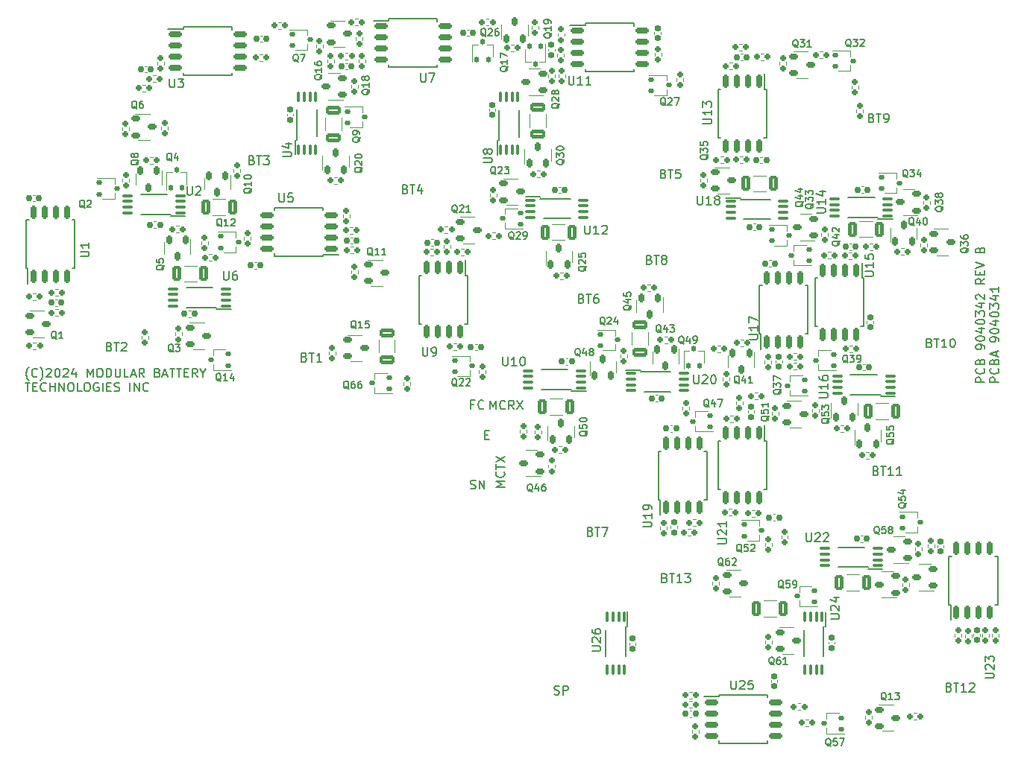
<source format=gto>
%TF.GenerationSoftware,KiCad,Pcbnew,8.0.2*%
%TF.CreationDate,2024-05-22T08:13:53-07:00*%
%TF.ProjectId,cell string,63656c6c-2073-4747-9269-6e672e6b6963,rev?*%
%TF.SameCoordinates,Original*%
%TF.FileFunction,Legend,Top*%
%TF.FilePolarity,Positive*%
%FSLAX46Y46*%
G04 Gerber Fmt 4.6, Leading zero omitted, Abs format (unit mm)*
G04 Created by KiCad (PCBNEW 8.0.2) date 2024-05-22 08:13:53*
%MOMM*%
%LPD*%
G01*
G04 APERTURE LIST*
G04 Aperture macros list*
%AMRoundRect*
0 Rectangle with rounded corners*
0 $1 Rounding radius*
0 $2 $3 $4 $5 $6 $7 $8 $9 X,Y pos of 4 corners*
0 Add a 4 corners polygon primitive as box body*
4,1,4,$2,$3,$4,$5,$6,$7,$8,$9,$2,$3,0*
0 Add four circle primitives for the rounded corners*
1,1,$1+$1,$2,$3*
1,1,$1+$1,$4,$5*
1,1,$1+$1,$6,$7*
1,1,$1+$1,$8,$9*
0 Add four rect primitives between the rounded corners*
20,1,$1+$1,$2,$3,$4,$5,0*
20,1,$1+$1,$4,$5,$6,$7,0*
20,1,$1+$1,$6,$7,$8,$9,0*
20,1,$1+$1,$8,$9,$2,$3,0*%
%AMRotRect*
0 Rectangle, with rotation*
0 The origin of the aperture is its center*
0 $1 length*
0 $2 width*
0 $3 Rotation angle, in degrees counterclockwise*
0 Add horizontal line*
21,1,$1,$2,0,0,$3*%
G04 Aperture macros list end*
%ADD10C,0.150000*%
%ADD11C,0.120000*%
%ADD12C,0.100000*%
%ADD13RoundRect,0.160000X-0.197500X-0.160000X0.197500X-0.160000X0.197500X0.160000X-0.197500X0.160000X0*%
%ADD14RoundRect,0.150000X-0.350000X-0.150000X0.350000X-0.150000X0.350000X0.150000X-0.350000X0.150000X0*%
%ADD15RoundRect,0.160000X-0.160000X0.197500X-0.160000X-0.197500X0.160000X-0.197500X0.160000X0.197500X0*%
%ADD16RoundRect,0.160000X0.197500X0.160000X-0.197500X0.160000X-0.197500X-0.160000X0.197500X-0.160000X0*%
%ADD17RoundRect,0.192308X-0.682692X0.307692X-0.682692X-0.307692X0.682692X-0.307692X0.682692X0.307692X0*%
%ADD18RoundRect,0.112500X-0.237500X0.112500X-0.237500X-0.112500X0.237500X-0.112500X0.237500X0.112500X0*%
%ADD19RoundRect,0.155000X-0.212500X-0.155000X0.212500X-0.155000X0.212500X0.155000X-0.212500X0.155000X0*%
%ADD20RoundRect,0.150000X0.350000X0.150000X-0.350000X0.150000X-0.350000X-0.150000X0.350000X-0.150000X0*%
%ADD21RoundRect,0.160000X0.160000X-0.197500X0.160000X0.197500X-0.160000X0.197500X-0.160000X-0.197500X0*%
%ADD22C,9.000000*%
%ADD23C,4.000000*%
%ADD24R,2.500000X3.300000*%
%ADD25RoundRect,0.150000X0.150000X-0.350000X0.150000X0.350000X-0.150000X0.350000X-0.150000X-0.350000X0*%
%ADD26RoundRect,0.192308X0.307692X0.682692X-0.307692X0.682692X-0.307692X-0.682692X0.307692X-0.682692X0*%
%ADD27RoundRect,0.112500X0.237500X-0.112500X0.237500X0.112500X-0.237500X0.112500X-0.237500X-0.112500X0*%
%ADD28RoundRect,0.150000X-0.150000X0.350000X-0.150000X-0.350000X0.150000X-0.350000X0.150000X0.350000X0*%
%ADD29RoundRect,0.192308X-0.307692X-0.682692X0.307692X-0.682692X0.307692X0.682692X-0.307692X0.682692X0*%
%ADD30RotRect,2.500000X3.300000X60.000000*%
%ADD31RoundRect,0.155000X-0.155000X0.212500X-0.155000X-0.212500X0.155000X-0.212500X0.155000X0.212500X0*%
%ADD32RoundRect,0.155000X0.212500X0.155000X-0.212500X0.155000X-0.212500X-0.155000X0.212500X-0.155000X0*%
%ADD33RoundRect,0.162500X0.162500X-0.587500X0.162500X0.587500X-0.162500X0.587500X-0.162500X-0.587500X0*%
%ADD34C,1.700000*%
%ADD35RoundRect,0.093750X0.531250X0.093750X-0.531250X0.093750X-0.531250X-0.093750X0.531250X-0.093750X0*%
%ADD36RoundRect,0.093750X-0.093750X0.531250X-0.093750X-0.531250X0.093750X-0.531250X0.093750X0.531250X0*%
%ADD37RoundRect,0.162500X-0.587500X-0.162500X0.587500X-0.162500X0.587500X0.162500X-0.587500X0.162500X0*%
%ADD38RoundRect,0.155000X0.155000X-0.212500X0.155000X0.212500X-0.155000X0.212500X-0.155000X-0.212500X0*%
%ADD39RotRect,2.500000X3.300000X300.000000*%
%ADD40RoundRect,0.192308X0.682692X-0.307692X0.682692X0.307692X-0.682692X0.307692X-0.682692X-0.307692X0*%
%ADD41RoundRect,0.112500X-0.112500X-0.237500X0.112500X-0.237500X0.112500X0.237500X-0.112500X0.237500X0*%
%ADD42RoundRect,0.162500X-0.162500X0.587500X-0.162500X-0.587500X0.162500X-0.587500X0.162500X0.587500X0*%
%ADD43RoundRect,0.093750X-0.531250X-0.093750X0.531250X-0.093750X0.531250X0.093750X-0.531250X0.093750X0*%
%ADD44RoundRect,0.093750X0.093750X-0.531250X0.093750X0.531250X-0.093750X0.531250X-0.093750X-0.531250X0*%
%ADD45RotRect,2.500000X3.300000X240.000000*%
%ADD46RoundRect,0.112500X0.112500X0.237500X-0.112500X0.237500X-0.112500X-0.237500X0.112500X-0.237500X0*%
%ADD47RoundRect,0.162500X0.587500X0.162500X-0.587500X0.162500X-0.587500X-0.162500X0.587500X-0.162500X0*%
G04 APERTURE END LIST*
D10*
X75170112Y-169506009D02*
X74836779Y-169506009D01*
X74836779Y-170029819D02*
X74836779Y-169029819D01*
X74836779Y-169029819D02*
X75312969Y-169029819D01*
X76265350Y-169934580D02*
X76217731Y-169982200D01*
X76217731Y-169982200D02*
X76074874Y-170029819D01*
X76074874Y-170029819D02*
X75979636Y-170029819D01*
X75979636Y-170029819D02*
X75836779Y-169982200D01*
X75836779Y-169982200D02*
X75741541Y-169886961D01*
X75741541Y-169886961D02*
X75693922Y-169791723D01*
X75693922Y-169791723D02*
X75646303Y-169601247D01*
X75646303Y-169601247D02*
X75646303Y-169458390D01*
X75646303Y-169458390D02*
X75693922Y-169267914D01*
X75693922Y-169267914D02*
X75741541Y-169172676D01*
X75741541Y-169172676D02*
X75836779Y-169077438D01*
X75836779Y-169077438D02*
X75979636Y-169029819D01*
X75979636Y-169029819D02*
X76074874Y-169029819D01*
X76074874Y-169029819D02*
X76217731Y-169077438D01*
X76217731Y-169077438D02*
X76265350Y-169125057D01*
X76396779Y-172996009D02*
X76730112Y-172996009D01*
X76872969Y-173519819D02*
X76396779Y-173519819D01*
X76396779Y-173519819D02*
X76396779Y-172519819D01*
X76396779Y-172519819D02*
X76872969Y-172519819D01*
X77006779Y-170059819D02*
X77006779Y-169059819D01*
X77006779Y-169059819D02*
X77340112Y-169774104D01*
X77340112Y-169774104D02*
X77673445Y-169059819D01*
X77673445Y-169059819D02*
X77673445Y-170059819D01*
X78721064Y-169964580D02*
X78673445Y-170012200D01*
X78673445Y-170012200D02*
X78530588Y-170059819D01*
X78530588Y-170059819D02*
X78435350Y-170059819D01*
X78435350Y-170059819D02*
X78292493Y-170012200D01*
X78292493Y-170012200D02*
X78197255Y-169916961D01*
X78197255Y-169916961D02*
X78149636Y-169821723D01*
X78149636Y-169821723D02*
X78102017Y-169631247D01*
X78102017Y-169631247D02*
X78102017Y-169488390D01*
X78102017Y-169488390D02*
X78149636Y-169297914D01*
X78149636Y-169297914D02*
X78197255Y-169202676D01*
X78197255Y-169202676D02*
X78292493Y-169107438D01*
X78292493Y-169107438D02*
X78435350Y-169059819D01*
X78435350Y-169059819D02*
X78530588Y-169059819D01*
X78530588Y-169059819D02*
X78673445Y-169107438D01*
X78673445Y-169107438D02*
X78721064Y-169155057D01*
X79721064Y-170059819D02*
X79387731Y-169583628D01*
X79149636Y-170059819D02*
X79149636Y-169059819D01*
X79149636Y-169059819D02*
X79530588Y-169059819D01*
X79530588Y-169059819D02*
X79625826Y-169107438D01*
X79625826Y-169107438D02*
X79673445Y-169155057D01*
X79673445Y-169155057D02*
X79721064Y-169250295D01*
X79721064Y-169250295D02*
X79721064Y-169393152D01*
X79721064Y-169393152D02*
X79673445Y-169488390D01*
X79673445Y-169488390D02*
X79625826Y-169536009D01*
X79625826Y-169536009D02*
X79530588Y-169583628D01*
X79530588Y-169583628D02*
X79149636Y-169583628D01*
X80054398Y-169059819D02*
X80721064Y-170059819D01*
X80721064Y-169059819D02*
X80054398Y-170059819D01*
X84279160Y-202452200D02*
X84422017Y-202499819D01*
X84422017Y-202499819D02*
X84660112Y-202499819D01*
X84660112Y-202499819D02*
X84755350Y-202452200D01*
X84755350Y-202452200D02*
X84802969Y-202404580D01*
X84802969Y-202404580D02*
X84850588Y-202309342D01*
X84850588Y-202309342D02*
X84850588Y-202214104D01*
X84850588Y-202214104D02*
X84802969Y-202118866D01*
X84802969Y-202118866D02*
X84755350Y-202071247D01*
X84755350Y-202071247D02*
X84660112Y-202023628D01*
X84660112Y-202023628D02*
X84469636Y-201976009D01*
X84469636Y-201976009D02*
X84374398Y-201928390D01*
X84374398Y-201928390D02*
X84326779Y-201880771D01*
X84326779Y-201880771D02*
X84279160Y-201785533D01*
X84279160Y-201785533D02*
X84279160Y-201690295D01*
X84279160Y-201690295D02*
X84326779Y-201595057D01*
X84326779Y-201595057D02*
X84374398Y-201547438D01*
X84374398Y-201547438D02*
X84469636Y-201499819D01*
X84469636Y-201499819D02*
X84707731Y-201499819D01*
X84707731Y-201499819D02*
X84850588Y-201547438D01*
X85279160Y-202499819D02*
X85279160Y-201499819D01*
X85279160Y-201499819D02*
X85660112Y-201499819D01*
X85660112Y-201499819D02*
X85755350Y-201547438D01*
X85755350Y-201547438D02*
X85802969Y-201595057D01*
X85802969Y-201595057D02*
X85850588Y-201690295D01*
X85850588Y-201690295D02*
X85850588Y-201833152D01*
X85850588Y-201833152D02*
X85802969Y-201928390D01*
X85802969Y-201928390D02*
X85755350Y-201976009D01*
X85755350Y-201976009D02*
X85660112Y-202023628D01*
X85660112Y-202023628D02*
X85279160Y-202023628D01*
X78659819Y-178883220D02*
X77659819Y-178883220D01*
X77659819Y-178883220D02*
X78374104Y-178549887D01*
X78374104Y-178549887D02*
X77659819Y-178216554D01*
X77659819Y-178216554D02*
X78659819Y-178216554D01*
X78564580Y-177168935D02*
X78612200Y-177216554D01*
X78612200Y-177216554D02*
X78659819Y-177359411D01*
X78659819Y-177359411D02*
X78659819Y-177454649D01*
X78659819Y-177454649D02*
X78612200Y-177597506D01*
X78612200Y-177597506D02*
X78516961Y-177692744D01*
X78516961Y-177692744D02*
X78421723Y-177740363D01*
X78421723Y-177740363D02*
X78231247Y-177787982D01*
X78231247Y-177787982D02*
X78088390Y-177787982D01*
X78088390Y-177787982D02*
X77897914Y-177740363D01*
X77897914Y-177740363D02*
X77802676Y-177692744D01*
X77802676Y-177692744D02*
X77707438Y-177597506D01*
X77707438Y-177597506D02*
X77659819Y-177454649D01*
X77659819Y-177454649D02*
X77659819Y-177359411D01*
X77659819Y-177359411D02*
X77707438Y-177216554D01*
X77707438Y-177216554D02*
X77755057Y-177168935D01*
X77659819Y-176883220D02*
X77659819Y-176311792D01*
X78659819Y-176597506D02*
X77659819Y-176597506D01*
X77659819Y-176073696D02*
X78659819Y-175407030D01*
X77659819Y-175407030D02*
X78659819Y-176073696D01*
X24642493Y-166800827D02*
X24594874Y-166753208D01*
X24594874Y-166753208D02*
X24499636Y-166610351D01*
X24499636Y-166610351D02*
X24452017Y-166515113D01*
X24452017Y-166515113D02*
X24404398Y-166372256D01*
X24404398Y-166372256D02*
X24356779Y-166134160D01*
X24356779Y-166134160D02*
X24356779Y-165943684D01*
X24356779Y-165943684D02*
X24404398Y-165705589D01*
X24404398Y-165705589D02*
X24452017Y-165562732D01*
X24452017Y-165562732D02*
X24499636Y-165467494D01*
X24499636Y-165467494D02*
X24594874Y-165324636D01*
X24594874Y-165324636D02*
X24642493Y-165277017D01*
X25594874Y-166324636D02*
X25547255Y-166372256D01*
X25547255Y-166372256D02*
X25404398Y-166419875D01*
X25404398Y-166419875D02*
X25309160Y-166419875D01*
X25309160Y-166419875D02*
X25166303Y-166372256D01*
X25166303Y-166372256D02*
X25071065Y-166277017D01*
X25071065Y-166277017D02*
X25023446Y-166181779D01*
X25023446Y-166181779D02*
X24975827Y-165991303D01*
X24975827Y-165991303D02*
X24975827Y-165848446D01*
X24975827Y-165848446D02*
X25023446Y-165657970D01*
X25023446Y-165657970D02*
X25071065Y-165562732D01*
X25071065Y-165562732D02*
X25166303Y-165467494D01*
X25166303Y-165467494D02*
X25309160Y-165419875D01*
X25309160Y-165419875D02*
X25404398Y-165419875D01*
X25404398Y-165419875D02*
X25547255Y-165467494D01*
X25547255Y-165467494D02*
X25594874Y-165515113D01*
X25928208Y-166800827D02*
X25975827Y-166753208D01*
X25975827Y-166753208D02*
X26071065Y-166610351D01*
X26071065Y-166610351D02*
X26118684Y-166515113D01*
X26118684Y-166515113D02*
X26166303Y-166372256D01*
X26166303Y-166372256D02*
X26213922Y-166134160D01*
X26213922Y-166134160D02*
X26213922Y-165943684D01*
X26213922Y-165943684D02*
X26166303Y-165705589D01*
X26166303Y-165705589D02*
X26118684Y-165562732D01*
X26118684Y-165562732D02*
X26071065Y-165467494D01*
X26071065Y-165467494D02*
X25975827Y-165324636D01*
X25975827Y-165324636D02*
X25928208Y-165277017D01*
X26642494Y-165515113D02*
X26690113Y-165467494D01*
X26690113Y-165467494D02*
X26785351Y-165419875D01*
X26785351Y-165419875D02*
X27023446Y-165419875D01*
X27023446Y-165419875D02*
X27118684Y-165467494D01*
X27118684Y-165467494D02*
X27166303Y-165515113D01*
X27166303Y-165515113D02*
X27213922Y-165610351D01*
X27213922Y-165610351D02*
X27213922Y-165705589D01*
X27213922Y-165705589D02*
X27166303Y-165848446D01*
X27166303Y-165848446D02*
X26594875Y-166419875D01*
X26594875Y-166419875D02*
X27213922Y-166419875D01*
X27832970Y-165419875D02*
X27928208Y-165419875D01*
X27928208Y-165419875D02*
X28023446Y-165467494D01*
X28023446Y-165467494D02*
X28071065Y-165515113D01*
X28071065Y-165515113D02*
X28118684Y-165610351D01*
X28118684Y-165610351D02*
X28166303Y-165800827D01*
X28166303Y-165800827D02*
X28166303Y-166038922D01*
X28166303Y-166038922D02*
X28118684Y-166229398D01*
X28118684Y-166229398D02*
X28071065Y-166324636D01*
X28071065Y-166324636D02*
X28023446Y-166372256D01*
X28023446Y-166372256D02*
X27928208Y-166419875D01*
X27928208Y-166419875D02*
X27832970Y-166419875D01*
X27832970Y-166419875D02*
X27737732Y-166372256D01*
X27737732Y-166372256D02*
X27690113Y-166324636D01*
X27690113Y-166324636D02*
X27642494Y-166229398D01*
X27642494Y-166229398D02*
X27594875Y-166038922D01*
X27594875Y-166038922D02*
X27594875Y-165800827D01*
X27594875Y-165800827D02*
X27642494Y-165610351D01*
X27642494Y-165610351D02*
X27690113Y-165515113D01*
X27690113Y-165515113D02*
X27737732Y-165467494D01*
X27737732Y-165467494D02*
X27832970Y-165419875D01*
X28547256Y-165515113D02*
X28594875Y-165467494D01*
X28594875Y-165467494D02*
X28690113Y-165419875D01*
X28690113Y-165419875D02*
X28928208Y-165419875D01*
X28928208Y-165419875D02*
X29023446Y-165467494D01*
X29023446Y-165467494D02*
X29071065Y-165515113D01*
X29071065Y-165515113D02*
X29118684Y-165610351D01*
X29118684Y-165610351D02*
X29118684Y-165705589D01*
X29118684Y-165705589D02*
X29071065Y-165848446D01*
X29071065Y-165848446D02*
X28499637Y-166419875D01*
X28499637Y-166419875D02*
X29118684Y-166419875D01*
X29975827Y-165753208D02*
X29975827Y-166419875D01*
X29737732Y-165372256D02*
X29499637Y-166086541D01*
X29499637Y-166086541D02*
X30118684Y-166086541D01*
X31261542Y-166419875D02*
X31261542Y-165419875D01*
X31261542Y-165419875D02*
X31594875Y-166134160D01*
X31594875Y-166134160D02*
X31928208Y-165419875D01*
X31928208Y-165419875D02*
X31928208Y-166419875D01*
X32594875Y-165419875D02*
X32785351Y-165419875D01*
X32785351Y-165419875D02*
X32880589Y-165467494D01*
X32880589Y-165467494D02*
X32975827Y-165562732D01*
X32975827Y-165562732D02*
X33023446Y-165753208D01*
X33023446Y-165753208D02*
X33023446Y-166086541D01*
X33023446Y-166086541D02*
X32975827Y-166277017D01*
X32975827Y-166277017D02*
X32880589Y-166372256D01*
X32880589Y-166372256D02*
X32785351Y-166419875D01*
X32785351Y-166419875D02*
X32594875Y-166419875D01*
X32594875Y-166419875D02*
X32499637Y-166372256D01*
X32499637Y-166372256D02*
X32404399Y-166277017D01*
X32404399Y-166277017D02*
X32356780Y-166086541D01*
X32356780Y-166086541D02*
X32356780Y-165753208D01*
X32356780Y-165753208D02*
X32404399Y-165562732D01*
X32404399Y-165562732D02*
X32499637Y-165467494D01*
X32499637Y-165467494D02*
X32594875Y-165419875D01*
X33452018Y-166419875D02*
X33452018Y-165419875D01*
X33452018Y-165419875D02*
X33690113Y-165419875D01*
X33690113Y-165419875D02*
X33832970Y-165467494D01*
X33832970Y-165467494D02*
X33928208Y-165562732D01*
X33928208Y-165562732D02*
X33975827Y-165657970D01*
X33975827Y-165657970D02*
X34023446Y-165848446D01*
X34023446Y-165848446D02*
X34023446Y-165991303D01*
X34023446Y-165991303D02*
X33975827Y-166181779D01*
X33975827Y-166181779D02*
X33928208Y-166277017D01*
X33928208Y-166277017D02*
X33832970Y-166372256D01*
X33832970Y-166372256D02*
X33690113Y-166419875D01*
X33690113Y-166419875D02*
X33452018Y-166419875D01*
X34452018Y-165419875D02*
X34452018Y-166229398D01*
X34452018Y-166229398D02*
X34499637Y-166324636D01*
X34499637Y-166324636D02*
X34547256Y-166372256D01*
X34547256Y-166372256D02*
X34642494Y-166419875D01*
X34642494Y-166419875D02*
X34832970Y-166419875D01*
X34832970Y-166419875D02*
X34928208Y-166372256D01*
X34928208Y-166372256D02*
X34975827Y-166324636D01*
X34975827Y-166324636D02*
X35023446Y-166229398D01*
X35023446Y-166229398D02*
X35023446Y-165419875D01*
X35975827Y-166419875D02*
X35499637Y-166419875D01*
X35499637Y-166419875D02*
X35499637Y-165419875D01*
X36261542Y-166134160D02*
X36737732Y-166134160D01*
X36166304Y-166419875D02*
X36499637Y-165419875D01*
X36499637Y-165419875D02*
X36832970Y-166419875D01*
X37737732Y-166419875D02*
X37404399Y-165943684D01*
X37166304Y-166419875D02*
X37166304Y-165419875D01*
X37166304Y-165419875D02*
X37547256Y-165419875D01*
X37547256Y-165419875D02*
X37642494Y-165467494D01*
X37642494Y-165467494D02*
X37690113Y-165515113D01*
X37690113Y-165515113D02*
X37737732Y-165610351D01*
X37737732Y-165610351D02*
X37737732Y-165753208D01*
X37737732Y-165753208D02*
X37690113Y-165848446D01*
X37690113Y-165848446D02*
X37642494Y-165896065D01*
X37642494Y-165896065D02*
X37547256Y-165943684D01*
X37547256Y-165943684D02*
X37166304Y-165943684D01*
X39261542Y-165896065D02*
X39404399Y-165943684D01*
X39404399Y-165943684D02*
X39452018Y-165991303D01*
X39452018Y-165991303D02*
X39499637Y-166086541D01*
X39499637Y-166086541D02*
X39499637Y-166229398D01*
X39499637Y-166229398D02*
X39452018Y-166324636D01*
X39452018Y-166324636D02*
X39404399Y-166372256D01*
X39404399Y-166372256D02*
X39309161Y-166419875D01*
X39309161Y-166419875D02*
X38928209Y-166419875D01*
X38928209Y-166419875D02*
X38928209Y-165419875D01*
X38928209Y-165419875D02*
X39261542Y-165419875D01*
X39261542Y-165419875D02*
X39356780Y-165467494D01*
X39356780Y-165467494D02*
X39404399Y-165515113D01*
X39404399Y-165515113D02*
X39452018Y-165610351D01*
X39452018Y-165610351D02*
X39452018Y-165705589D01*
X39452018Y-165705589D02*
X39404399Y-165800827D01*
X39404399Y-165800827D02*
X39356780Y-165848446D01*
X39356780Y-165848446D02*
X39261542Y-165896065D01*
X39261542Y-165896065D02*
X38928209Y-165896065D01*
X39880590Y-166134160D02*
X40356780Y-166134160D01*
X39785352Y-166419875D02*
X40118685Y-165419875D01*
X40118685Y-165419875D02*
X40452018Y-166419875D01*
X40642495Y-165419875D02*
X41213923Y-165419875D01*
X40928209Y-166419875D02*
X40928209Y-165419875D01*
X41404400Y-165419875D02*
X41975828Y-165419875D01*
X41690114Y-166419875D02*
X41690114Y-165419875D01*
X42309162Y-165896065D02*
X42642495Y-165896065D01*
X42785352Y-166419875D02*
X42309162Y-166419875D01*
X42309162Y-166419875D02*
X42309162Y-165419875D01*
X42309162Y-165419875D02*
X42785352Y-165419875D01*
X43785352Y-166419875D02*
X43452019Y-165943684D01*
X43213924Y-166419875D02*
X43213924Y-165419875D01*
X43213924Y-165419875D02*
X43594876Y-165419875D01*
X43594876Y-165419875D02*
X43690114Y-165467494D01*
X43690114Y-165467494D02*
X43737733Y-165515113D01*
X43737733Y-165515113D02*
X43785352Y-165610351D01*
X43785352Y-165610351D02*
X43785352Y-165753208D01*
X43785352Y-165753208D02*
X43737733Y-165848446D01*
X43737733Y-165848446D02*
X43690114Y-165896065D01*
X43690114Y-165896065D02*
X43594876Y-165943684D01*
X43594876Y-165943684D02*
X43213924Y-165943684D01*
X44404400Y-165943684D02*
X44404400Y-166419875D01*
X44071067Y-165419875D02*
X44404400Y-165943684D01*
X44404400Y-165943684D02*
X44737733Y-165419875D01*
X24213922Y-167029819D02*
X24785350Y-167029819D01*
X24499636Y-168029819D02*
X24499636Y-167029819D01*
X25118684Y-167506009D02*
X25452017Y-167506009D01*
X25594874Y-168029819D02*
X25118684Y-168029819D01*
X25118684Y-168029819D02*
X25118684Y-167029819D01*
X25118684Y-167029819D02*
X25594874Y-167029819D01*
X26594874Y-167934580D02*
X26547255Y-167982200D01*
X26547255Y-167982200D02*
X26404398Y-168029819D01*
X26404398Y-168029819D02*
X26309160Y-168029819D01*
X26309160Y-168029819D02*
X26166303Y-167982200D01*
X26166303Y-167982200D02*
X26071065Y-167886961D01*
X26071065Y-167886961D02*
X26023446Y-167791723D01*
X26023446Y-167791723D02*
X25975827Y-167601247D01*
X25975827Y-167601247D02*
X25975827Y-167458390D01*
X25975827Y-167458390D02*
X26023446Y-167267914D01*
X26023446Y-167267914D02*
X26071065Y-167172676D01*
X26071065Y-167172676D02*
X26166303Y-167077438D01*
X26166303Y-167077438D02*
X26309160Y-167029819D01*
X26309160Y-167029819D02*
X26404398Y-167029819D01*
X26404398Y-167029819D02*
X26547255Y-167077438D01*
X26547255Y-167077438D02*
X26594874Y-167125057D01*
X27023446Y-168029819D02*
X27023446Y-167029819D01*
X27023446Y-167506009D02*
X27594874Y-167506009D01*
X27594874Y-168029819D02*
X27594874Y-167029819D01*
X28071065Y-168029819D02*
X28071065Y-167029819D01*
X28071065Y-167029819D02*
X28642493Y-168029819D01*
X28642493Y-168029819D02*
X28642493Y-167029819D01*
X29309160Y-167029819D02*
X29499636Y-167029819D01*
X29499636Y-167029819D02*
X29594874Y-167077438D01*
X29594874Y-167077438D02*
X29690112Y-167172676D01*
X29690112Y-167172676D02*
X29737731Y-167363152D01*
X29737731Y-167363152D02*
X29737731Y-167696485D01*
X29737731Y-167696485D02*
X29690112Y-167886961D01*
X29690112Y-167886961D02*
X29594874Y-167982200D01*
X29594874Y-167982200D02*
X29499636Y-168029819D01*
X29499636Y-168029819D02*
X29309160Y-168029819D01*
X29309160Y-168029819D02*
X29213922Y-167982200D01*
X29213922Y-167982200D02*
X29118684Y-167886961D01*
X29118684Y-167886961D02*
X29071065Y-167696485D01*
X29071065Y-167696485D02*
X29071065Y-167363152D01*
X29071065Y-167363152D02*
X29118684Y-167172676D01*
X29118684Y-167172676D02*
X29213922Y-167077438D01*
X29213922Y-167077438D02*
X29309160Y-167029819D01*
X30642493Y-168029819D02*
X30166303Y-168029819D01*
X30166303Y-168029819D02*
X30166303Y-167029819D01*
X31166303Y-167029819D02*
X31356779Y-167029819D01*
X31356779Y-167029819D02*
X31452017Y-167077438D01*
X31452017Y-167077438D02*
X31547255Y-167172676D01*
X31547255Y-167172676D02*
X31594874Y-167363152D01*
X31594874Y-167363152D02*
X31594874Y-167696485D01*
X31594874Y-167696485D02*
X31547255Y-167886961D01*
X31547255Y-167886961D02*
X31452017Y-167982200D01*
X31452017Y-167982200D02*
X31356779Y-168029819D01*
X31356779Y-168029819D02*
X31166303Y-168029819D01*
X31166303Y-168029819D02*
X31071065Y-167982200D01*
X31071065Y-167982200D02*
X30975827Y-167886961D01*
X30975827Y-167886961D02*
X30928208Y-167696485D01*
X30928208Y-167696485D02*
X30928208Y-167363152D01*
X30928208Y-167363152D02*
X30975827Y-167172676D01*
X30975827Y-167172676D02*
X31071065Y-167077438D01*
X31071065Y-167077438D02*
X31166303Y-167029819D01*
X32547255Y-167077438D02*
X32452017Y-167029819D01*
X32452017Y-167029819D02*
X32309160Y-167029819D01*
X32309160Y-167029819D02*
X32166303Y-167077438D01*
X32166303Y-167077438D02*
X32071065Y-167172676D01*
X32071065Y-167172676D02*
X32023446Y-167267914D01*
X32023446Y-167267914D02*
X31975827Y-167458390D01*
X31975827Y-167458390D02*
X31975827Y-167601247D01*
X31975827Y-167601247D02*
X32023446Y-167791723D01*
X32023446Y-167791723D02*
X32071065Y-167886961D01*
X32071065Y-167886961D02*
X32166303Y-167982200D01*
X32166303Y-167982200D02*
X32309160Y-168029819D01*
X32309160Y-168029819D02*
X32404398Y-168029819D01*
X32404398Y-168029819D02*
X32547255Y-167982200D01*
X32547255Y-167982200D02*
X32594874Y-167934580D01*
X32594874Y-167934580D02*
X32594874Y-167601247D01*
X32594874Y-167601247D02*
X32404398Y-167601247D01*
X33023446Y-168029819D02*
X33023446Y-167029819D01*
X33499636Y-167506009D02*
X33832969Y-167506009D01*
X33975826Y-168029819D02*
X33499636Y-168029819D01*
X33499636Y-168029819D02*
X33499636Y-167029819D01*
X33499636Y-167029819D02*
X33975826Y-167029819D01*
X34356779Y-167982200D02*
X34499636Y-168029819D01*
X34499636Y-168029819D02*
X34737731Y-168029819D01*
X34737731Y-168029819D02*
X34832969Y-167982200D01*
X34832969Y-167982200D02*
X34880588Y-167934580D01*
X34880588Y-167934580D02*
X34928207Y-167839342D01*
X34928207Y-167839342D02*
X34928207Y-167744104D01*
X34928207Y-167744104D02*
X34880588Y-167648866D01*
X34880588Y-167648866D02*
X34832969Y-167601247D01*
X34832969Y-167601247D02*
X34737731Y-167553628D01*
X34737731Y-167553628D02*
X34547255Y-167506009D01*
X34547255Y-167506009D02*
X34452017Y-167458390D01*
X34452017Y-167458390D02*
X34404398Y-167410771D01*
X34404398Y-167410771D02*
X34356779Y-167315533D01*
X34356779Y-167315533D02*
X34356779Y-167220295D01*
X34356779Y-167220295D02*
X34404398Y-167125057D01*
X34404398Y-167125057D02*
X34452017Y-167077438D01*
X34452017Y-167077438D02*
X34547255Y-167029819D01*
X34547255Y-167029819D02*
X34785350Y-167029819D01*
X34785350Y-167029819D02*
X34928207Y-167077438D01*
X36118684Y-168029819D02*
X36118684Y-167029819D01*
X36594874Y-168029819D02*
X36594874Y-167029819D01*
X36594874Y-167029819D02*
X37166302Y-168029819D01*
X37166302Y-168029819D02*
X37166302Y-167029819D01*
X38213921Y-167934580D02*
X38166302Y-167982200D01*
X38166302Y-167982200D02*
X38023445Y-168029819D01*
X38023445Y-168029819D02*
X37928207Y-168029819D01*
X37928207Y-168029819D02*
X37785350Y-167982200D01*
X37785350Y-167982200D02*
X37690112Y-167886961D01*
X37690112Y-167886961D02*
X37642493Y-167791723D01*
X37642493Y-167791723D02*
X37594874Y-167601247D01*
X37594874Y-167601247D02*
X37594874Y-167458390D01*
X37594874Y-167458390D02*
X37642493Y-167267914D01*
X37642493Y-167267914D02*
X37690112Y-167172676D01*
X37690112Y-167172676D02*
X37785350Y-167077438D01*
X37785350Y-167077438D02*
X37928207Y-167029819D01*
X37928207Y-167029819D02*
X38023445Y-167029819D01*
X38023445Y-167029819D02*
X38166302Y-167077438D01*
X38166302Y-167077438D02*
X38213921Y-167125057D01*
X133149875Y-166983220D02*
X132149875Y-166983220D01*
X132149875Y-166983220D02*
X132149875Y-166602268D01*
X132149875Y-166602268D02*
X132197494Y-166507030D01*
X132197494Y-166507030D02*
X132245113Y-166459411D01*
X132245113Y-166459411D02*
X132340351Y-166411792D01*
X132340351Y-166411792D02*
X132483208Y-166411792D01*
X132483208Y-166411792D02*
X132578446Y-166459411D01*
X132578446Y-166459411D02*
X132626065Y-166507030D01*
X132626065Y-166507030D02*
X132673684Y-166602268D01*
X132673684Y-166602268D02*
X132673684Y-166983220D01*
X133054636Y-165411792D02*
X133102256Y-165459411D01*
X133102256Y-165459411D02*
X133149875Y-165602268D01*
X133149875Y-165602268D02*
X133149875Y-165697506D01*
X133149875Y-165697506D02*
X133102256Y-165840363D01*
X133102256Y-165840363D02*
X133007017Y-165935601D01*
X133007017Y-165935601D02*
X132911779Y-165983220D01*
X132911779Y-165983220D02*
X132721303Y-166030839D01*
X132721303Y-166030839D02*
X132578446Y-166030839D01*
X132578446Y-166030839D02*
X132387970Y-165983220D01*
X132387970Y-165983220D02*
X132292732Y-165935601D01*
X132292732Y-165935601D02*
X132197494Y-165840363D01*
X132197494Y-165840363D02*
X132149875Y-165697506D01*
X132149875Y-165697506D02*
X132149875Y-165602268D01*
X132149875Y-165602268D02*
X132197494Y-165459411D01*
X132197494Y-165459411D02*
X132245113Y-165411792D01*
X132626065Y-164649887D02*
X132673684Y-164507030D01*
X132673684Y-164507030D02*
X132721303Y-164459411D01*
X132721303Y-164459411D02*
X132816541Y-164411792D01*
X132816541Y-164411792D02*
X132959398Y-164411792D01*
X132959398Y-164411792D02*
X133054636Y-164459411D01*
X133054636Y-164459411D02*
X133102256Y-164507030D01*
X133102256Y-164507030D02*
X133149875Y-164602268D01*
X133149875Y-164602268D02*
X133149875Y-164983220D01*
X133149875Y-164983220D02*
X132149875Y-164983220D01*
X132149875Y-164983220D02*
X132149875Y-164649887D01*
X132149875Y-164649887D02*
X132197494Y-164554649D01*
X132197494Y-164554649D02*
X132245113Y-164507030D01*
X132245113Y-164507030D02*
X132340351Y-164459411D01*
X132340351Y-164459411D02*
X132435589Y-164459411D01*
X132435589Y-164459411D02*
X132530827Y-164507030D01*
X132530827Y-164507030D02*
X132578446Y-164554649D01*
X132578446Y-164554649D02*
X132626065Y-164649887D01*
X132626065Y-164649887D02*
X132626065Y-164983220D01*
X133149875Y-163173696D02*
X133149875Y-162983220D01*
X133149875Y-162983220D02*
X133102256Y-162887982D01*
X133102256Y-162887982D02*
X133054636Y-162840363D01*
X133054636Y-162840363D02*
X132911779Y-162745125D01*
X132911779Y-162745125D02*
X132721303Y-162697506D01*
X132721303Y-162697506D02*
X132340351Y-162697506D01*
X132340351Y-162697506D02*
X132245113Y-162745125D01*
X132245113Y-162745125D02*
X132197494Y-162792744D01*
X132197494Y-162792744D02*
X132149875Y-162887982D01*
X132149875Y-162887982D02*
X132149875Y-163078458D01*
X132149875Y-163078458D02*
X132197494Y-163173696D01*
X132197494Y-163173696D02*
X132245113Y-163221315D01*
X132245113Y-163221315D02*
X132340351Y-163268934D01*
X132340351Y-163268934D02*
X132578446Y-163268934D01*
X132578446Y-163268934D02*
X132673684Y-163221315D01*
X132673684Y-163221315D02*
X132721303Y-163173696D01*
X132721303Y-163173696D02*
X132768922Y-163078458D01*
X132768922Y-163078458D02*
X132768922Y-162887982D01*
X132768922Y-162887982D02*
X132721303Y-162792744D01*
X132721303Y-162792744D02*
X132673684Y-162745125D01*
X132673684Y-162745125D02*
X132578446Y-162697506D01*
X132149875Y-162078458D02*
X132149875Y-161983220D01*
X132149875Y-161983220D02*
X132197494Y-161887982D01*
X132197494Y-161887982D02*
X132245113Y-161840363D01*
X132245113Y-161840363D02*
X132340351Y-161792744D01*
X132340351Y-161792744D02*
X132530827Y-161745125D01*
X132530827Y-161745125D02*
X132768922Y-161745125D01*
X132768922Y-161745125D02*
X132959398Y-161792744D01*
X132959398Y-161792744D02*
X133054636Y-161840363D01*
X133054636Y-161840363D02*
X133102256Y-161887982D01*
X133102256Y-161887982D02*
X133149875Y-161983220D01*
X133149875Y-161983220D02*
X133149875Y-162078458D01*
X133149875Y-162078458D02*
X133102256Y-162173696D01*
X133102256Y-162173696D02*
X133054636Y-162221315D01*
X133054636Y-162221315D02*
X132959398Y-162268934D01*
X132959398Y-162268934D02*
X132768922Y-162316553D01*
X132768922Y-162316553D02*
X132530827Y-162316553D01*
X132530827Y-162316553D02*
X132340351Y-162268934D01*
X132340351Y-162268934D02*
X132245113Y-162221315D01*
X132245113Y-162221315D02*
X132197494Y-162173696D01*
X132197494Y-162173696D02*
X132149875Y-162078458D01*
X132483208Y-160887982D02*
X133149875Y-160887982D01*
X132102256Y-161126077D02*
X132816541Y-161364172D01*
X132816541Y-161364172D02*
X132816541Y-160745125D01*
X132149875Y-160173696D02*
X132149875Y-160078458D01*
X132149875Y-160078458D02*
X132197494Y-159983220D01*
X132197494Y-159983220D02*
X132245113Y-159935601D01*
X132245113Y-159935601D02*
X132340351Y-159887982D01*
X132340351Y-159887982D02*
X132530827Y-159840363D01*
X132530827Y-159840363D02*
X132768922Y-159840363D01*
X132768922Y-159840363D02*
X132959398Y-159887982D01*
X132959398Y-159887982D02*
X133054636Y-159935601D01*
X133054636Y-159935601D02*
X133102256Y-159983220D01*
X133102256Y-159983220D02*
X133149875Y-160078458D01*
X133149875Y-160078458D02*
X133149875Y-160173696D01*
X133149875Y-160173696D02*
X133102256Y-160268934D01*
X133102256Y-160268934D02*
X133054636Y-160316553D01*
X133054636Y-160316553D02*
X132959398Y-160364172D01*
X132959398Y-160364172D02*
X132768922Y-160411791D01*
X132768922Y-160411791D02*
X132530827Y-160411791D01*
X132530827Y-160411791D02*
X132340351Y-160364172D01*
X132340351Y-160364172D02*
X132245113Y-160316553D01*
X132245113Y-160316553D02*
X132197494Y-160268934D01*
X132197494Y-160268934D02*
X132149875Y-160173696D01*
X132149875Y-159507029D02*
X132149875Y-158887982D01*
X132149875Y-158887982D02*
X132530827Y-159221315D01*
X132530827Y-159221315D02*
X132530827Y-159078458D01*
X132530827Y-159078458D02*
X132578446Y-158983220D01*
X132578446Y-158983220D02*
X132626065Y-158935601D01*
X132626065Y-158935601D02*
X132721303Y-158887982D01*
X132721303Y-158887982D02*
X132959398Y-158887982D01*
X132959398Y-158887982D02*
X133054636Y-158935601D01*
X133054636Y-158935601D02*
X133102256Y-158983220D01*
X133102256Y-158983220D02*
X133149875Y-159078458D01*
X133149875Y-159078458D02*
X133149875Y-159364172D01*
X133149875Y-159364172D02*
X133102256Y-159459410D01*
X133102256Y-159459410D02*
X133054636Y-159507029D01*
X132483208Y-158030839D02*
X133149875Y-158030839D01*
X132102256Y-158268934D02*
X132816541Y-158507029D01*
X132816541Y-158507029D02*
X132816541Y-157887982D01*
X132245113Y-157554648D02*
X132197494Y-157507029D01*
X132197494Y-157507029D02*
X132149875Y-157411791D01*
X132149875Y-157411791D02*
X132149875Y-157173696D01*
X132149875Y-157173696D02*
X132197494Y-157078458D01*
X132197494Y-157078458D02*
X132245113Y-157030839D01*
X132245113Y-157030839D02*
X132340351Y-156983220D01*
X132340351Y-156983220D02*
X132435589Y-156983220D01*
X132435589Y-156983220D02*
X132578446Y-157030839D01*
X132578446Y-157030839D02*
X133149875Y-157602267D01*
X133149875Y-157602267D02*
X133149875Y-156983220D01*
X133149875Y-155221315D02*
X132673684Y-155554648D01*
X133149875Y-155792743D02*
X132149875Y-155792743D01*
X132149875Y-155792743D02*
X132149875Y-155411791D01*
X132149875Y-155411791D02*
X132197494Y-155316553D01*
X132197494Y-155316553D02*
X132245113Y-155268934D01*
X132245113Y-155268934D02*
X132340351Y-155221315D01*
X132340351Y-155221315D02*
X132483208Y-155221315D01*
X132483208Y-155221315D02*
X132578446Y-155268934D01*
X132578446Y-155268934D02*
X132626065Y-155316553D01*
X132626065Y-155316553D02*
X132673684Y-155411791D01*
X132673684Y-155411791D02*
X132673684Y-155792743D01*
X132626065Y-154792743D02*
X132626065Y-154459410D01*
X133149875Y-154316553D02*
X133149875Y-154792743D01*
X133149875Y-154792743D02*
X132149875Y-154792743D01*
X132149875Y-154792743D02*
X132149875Y-154316553D01*
X132149875Y-154030838D02*
X133149875Y-153697505D01*
X133149875Y-153697505D02*
X132149875Y-153364172D01*
X132626065Y-151935600D02*
X132673684Y-151792743D01*
X132673684Y-151792743D02*
X132721303Y-151745124D01*
X132721303Y-151745124D02*
X132816541Y-151697505D01*
X132816541Y-151697505D02*
X132959398Y-151697505D01*
X132959398Y-151697505D02*
X133054636Y-151745124D01*
X133054636Y-151745124D02*
X133102256Y-151792743D01*
X133102256Y-151792743D02*
X133149875Y-151887981D01*
X133149875Y-151887981D02*
X133149875Y-152268933D01*
X133149875Y-152268933D02*
X132149875Y-152268933D01*
X132149875Y-152268933D02*
X132149875Y-151935600D01*
X132149875Y-151935600D02*
X132197494Y-151840362D01*
X132197494Y-151840362D02*
X132245113Y-151792743D01*
X132245113Y-151792743D02*
X132340351Y-151745124D01*
X132340351Y-151745124D02*
X132435589Y-151745124D01*
X132435589Y-151745124D02*
X132530827Y-151792743D01*
X132530827Y-151792743D02*
X132578446Y-151840362D01*
X132578446Y-151840362D02*
X132626065Y-151935600D01*
X132626065Y-151935600D02*
X132626065Y-152268933D01*
X134759819Y-166983220D02*
X133759819Y-166983220D01*
X133759819Y-166983220D02*
X133759819Y-166602268D01*
X133759819Y-166602268D02*
X133807438Y-166507030D01*
X133807438Y-166507030D02*
X133855057Y-166459411D01*
X133855057Y-166459411D02*
X133950295Y-166411792D01*
X133950295Y-166411792D02*
X134093152Y-166411792D01*
X134093152Y-166411792D02*
X134188390Y-166459411D01*
X134188390Y-166459411D02*
X134236009Y-166507030D01*
X134236009Y-166507030D02*
X134283628Y-166602268D01*
X134283628Y-166602268D02*
X134283628Y-166983220D01*
X134664580Y-165411792D02*
X134712200Y-165459411D01*
X134712200Y-165459411D02*
X134759819Y-165602268D01*
X134759819Y-165602268D02*
X134759819Y-165697506D01*
X134759819Y-165697506D02*
X134712200Y-165840363D01*
X134712200Y-165840363D02*
X134616961Y-165935601D01*
X134616961Y-165935601D02*
X134521723Y-165983220D01*
X134521723Y-165983220D02*
X134331247Y-166030839D01*
X134331247Y-166030839D02*
X134188390Y-166030839D01*
X134188390Y-166030839D02*
X133997914Y-165983220D01*
X133997914Y-165983220D02*
X133902676Y-165935601D01*
X133902676Y-165935601D02*
X133807438Y-165840363D01*
X133807438Y-165840363D02*
X133759819Y-165697506D01*
X133759819Y-165697506D02*
X133759819Y-165602268D01*
X133759819Y-165602268D02*
X133807438Y-165459411D01*
X133807438Y-165459411D02*
X133855057Y-165411792D01*
X134236009Y-164649887D02*
X134283628Y-164507030D01*
X134283628Y-164507030D02*
X134331247Y-164459411D01*
X134331247Y-164459411D02*
X134426485Y-164411792D01*
X134426485Y-164411792D02*
X134569342Y-164411792D01*
X134569342Y-164411792D02*
X134664580Y-164459411D01*
X134664580Y-164459411D02*
X134712200Y-164507030D01*
X134712200Y-164507030D02*
X134759819Y-164602268D01*
X134759819Y-164602268D02*
X134759819Y-164983220D01*
X134759819Y-164983220D02*
X133759819Y-164983220D01*
X133759819Y-164983220D02*
X133759819Y-164649887D01*
X133759819Y-164649887D02*
X133807438Y-164554649D01*
X133807438Y-164554649D02*
X133855057Y-164507030D01*
X133855057Y-164507030D02*
X133950295Y-164459411D01*
X133950295Y-164459411D02*
X134045533Y-164459411D01*
X134045533Y-164459411D02*
X134140771Y-164507030D01*
X134140771Y-164507030D02*
X134188390Y-164554649D01*
X134188390Y-164554649D02*
X134236009Y-164649887D01*
X134236009Y-164649887D02*
X134236009Y-164983220D01*
X134474104Y-164030839D02*
X134474104Y-163554649D01*
X134759819Y-164126077D02*
X133759819Y-163792744D01*
X133759819Y-163792744D02*
X134759819Y-163459411D01*
X134759819Y-162316553D02*
X134759819Y-162126077D01*
X134759819Y-162126077D02*
X134712200Y-162030839D01*
X134712200Y-162030839D02*
X134664580Y-161983220D01*
X134664580Y-161983220D02*
X134521723Y-161887982D01*
X134521723Y-161887982D02*
X134331247Y-161840363D01*
X134331247Y-161840363D02*
X133950295Y-161840363D01*
X133950295Y-161840363D02*
X133855057Y-161887982D01*
X133855057Y-161887982D02*
X133807438Y-161935601D01*
X133807438Y-161935601D02*
X133759819Y-162030839D01*
X133759819Y-162030839D02*
X133759819Y-162221315D01*
X133759819Y-162221315D02*
X133807438Y-162316553D01*
X133807438Y-162316553D02*
X133855057Y-162364172D01*
X133855057Y-162364172D02*
X133950295Y-162411791D01*
X133950295Y-162411791D02*
X134188390Y-162411791D01*
X134188390Y-162411791D02*
X134283628Y-162364172D01*
X134283628Y-162364172D02*
X134331247Y-162316553D01*
X134331247Y-162316553D02*
X134378866Y-162221315D01*
X134378866Y-162221315D02*
X134378866Y-162030839D01*
X134378866Y-162030839D02*
X134331247Y-161935601D01*
X134331247Y-161935601D02*
X134283628Y-161887982D01*
X134283628Y-161887982D02*
X134188390Y-161840363D01*
X133759819Y-161221315D02*
X133759819Y-161126077D01*
X133759819Y-161126077D02*
X133807438Y-161030839D01*
X133807438Y-161030839D02*
X133855057Y-160983220D01*
X133855057Y-160983220D02*
X133950295Y-160935601D01*
X133950295Y-160935601D02*
X134140771Y-160887982D01*
X134140771Y-160887982D02*
X134378866Y-160887982D01*
X134378866Y-160887982D02*
X134569342Y-160935601D01*
X134569342Y-160935601D02*
X134664580Y-160983220D01*
X134664580Y-160983220D02*
X134712200Y-161030839D01*
X134712200Y-161030839D02*
X134759819Y-161126077D01*
X134759819Y-161126077D02*
X134759819Y-161221315D01*
X134759819Y-161221315D02*
X134712200Y-161316553D01*
X134712200Y-161316553D02*
X134664580Y-161364172D01*
X134664580Y-161364172D02*
X134569342Y-161411791D01*
X134569342Y-161411791D02*
X134378866Y-161459410D01*
X134378866Y-161459410D02*
X134140771Y-161459410D01*
X134140771Y-161459410D02*
X133950295Y-161411791D01*
X133950295Y-161411791D02*
X133855057Y-161364172D01*
X133855057Y-161364172D02*
X133807438Y-161316553D01*
X133807438Y-161316553D02*
X133759819Y-161221315D01*
X134093152Y-160030839D02*
X134759819Y-160030839D01*
X133712200Y-160268934D02*
X134426485Y-160507029D01*
X134426485Y-160507029D02*
X134426485Y-159887982D01*
X133759819Y-159316553D02*
X133759819Y-159221315D01*
X133759819Y-159221315D02*
X133807438Y-159126077D01*
X133807438Y-159126077D02*
X133855057Y-159078458D01*
X133855057Y-159078458D02*
X133950295Y-159030839D01*
X133950295Y-159030839D02*
X134140771Y-158983220D01*
X134140771Y-158983220D02*
X134378866Y-158983220D01*
X134378866Y-158983220D02*
X134569342Y-159030839D01*
X134569342Y-159030839D02*
X134664580Y-159078458D01*
X134664580Y-159078458D02*
X134712200Y-159126077D01*
X134712200Y-159126077D02*
X134759819Y-159221315D01*
X134759819Y-159221315D02*
X134759819Y-159316553D01*
X134759819Y-159316553D02*
X134712200Y-159411791D01*
X134712200Y-159411791D02*
X134664580Y-159459410D01*
X134664580Y-159459410D02*
X134569342Y-159507029D01*
X134569342Y-159507029D02*
X134378866Y-159554648D01*
X134378866Y-159554648D02*
X134140771Y-159554648D01*
X134140771Y-159554648D02*
X133950295Y-159507029D01*
X133950295Y-159507029D02*
X133855057Y-159459410D01*
X133855057Y-159459410D02*
X133807438Y-159411791D01*
X133807438Y-159411791D02*
X133759819Y-159316553D01*
X133759819Y-158649886D02*
X133759819Y-158030839D01*
X133759819Y-158030839D02*
X134140771Y-158364172D01*
X134140771Y-158364172D02*
X134140771Y-158221315D01*
X134140771Y-158221315D02*
X134188390Y-158126077D01*
X134188390Y-158126077D02*
X134236009Y-158078458D01*
X134236009Y-158078458D02*
X134331247Y-158030839D01*
X134331247Y-158030839D02*
X134569342Y-158030839D01*
X134569342Y-158030839D02*
X134664580Y-158078458D01*
X134664580Y-158078458D02*
X134712200Y-158126077D01*
X134712200Y-158126077D02*
X134759819Y-158221315D01*
X134759819Y-158221315D02*
X134759819Y-158507029D01*
X134759819Y-158507029D02*
X134712200Y-158602267D01*
X134712200Y-158602267D02*
X134664580Y-158649886D01*
X134093152Y-157173696D02*
X134759819Y-157173696D01*
X133712200Y-157411791D02*
X134426485Y-157649886D01*
X134426485Y-157649886D02*
X134426485Y-157030839D01*
X134759819Y-156126077D02*
X134759819Y-156697505D01*
X134759819Y-156411791D02*
X133759819Y-156411791D01*
X133759819Y-156411791D02*
X133902676Y-156507029D01*
X133902676Y-156507029D02*
X133997914Y-156602267D01*
X133997914Y-156602267D02*
X134045533Y-156697505D01*
X74789160Y-179072200D02*
X74932017Y-179119819D01*
X74932017Y-179119819D02*
X75170112Y-179119819D01*
X75170112Y-179119819D02*
X75265350Y-179072200D01*
X75265350Y-179072200D02*
X75312969Y-179024580D01*
X75312969Y-179024580D02*
X75360588Y-178929342D01*
X75360588Y-178929342D02*
X75360588Y-178834104D01*
X75360588Y-178834104D02*
X75312969Y-178738866D01*
X75312969Y-178738866D02*
X75265350Y-178691247D01*
X75265350Y-178691247D02*
X75170112Y-178643628D01*
X75170112Y-178643628D02*
X74979636Y-178596009D01*
X74979636Y-178596009D02*
X74884398Y-178548390D01*
X74884398Y-178548390D02*
X74836779Y-178500771D01*
X74836779Y-178500771D02*
X74789160Y-178405533D01*
X74789160Y-178405533D02*
X74789160Y-178310295D01*
X74789160Y-178310295D02*
X74836779Y-178215057D01*
X74836779Y-178215057D02*
X74884398Y-178167438D01*
X74884398Y-178167438D02*
X74979636Y-178119819D01*
X74979636Y-178119819D02*
X75217731Y-178119819D01*
X75217731Y-178119819D02*
X75360588Y-178167438D01*
X75789160Y-179119819D02*
X75789160Y-178119819D01*
X75789160Y-178119819D02*
X76360588Y-179119819D01*
X76360588Y-179119819D02*
X76360588Y-178119819D01*
X61792857Y-160878485D02*
X61716667Y-160840390D01*
X61716667Y-160840390D02*
X61640476Y-160764200D01*
X61640476Y-160764200D02*
X61526190Y-160649914D01*
X61526190Y-160649914D02*
X61450000Y-160611819D01*
X61450000Y-160611819D02*
X61373809Y-160611819D01*
X61411905Y-160802295D02*
X61335714Y-160764200D01*
X61335714Y-160764200D02*
X61259524Y-160688009D01*
X61259524Y-160688009D02*
X61221428Y-160535628D01*
X61221428Y-160535628D02*
X61221428Y-160268961D01*
X61221428Y-160268961D02*
X61259524Y-160116580D01*
X61259524Y-160116580D02*
X61335714Y-160040390D01*
X61335714Y-160040390D02*
X61411905Y-160002295D01*
X61411905Y-160002295D02*
X61564286Y-160002295D01*
X61564286Y-160002295D02*
X61640476Y-160040390D01*
X61640476Y-160040390D02*
X61716667Y-160116580D01*
X61716667Y-160116580D02*
X61754762Y-160268961D01*
X61754762Y-160268961D02*
X61754762Y-160535628D01*
X61754762Y-160535628D02*
X61716667Y-160688009D01*
X61716667Y-160688009D02*
X61640476Y-160764200D01*
X61640476Y-160764200D02*
X61564286Y-160802295D01*
X61564286Y-160802295D02*
X61411905Y-160802295D01*
X62516666Y-160802295D02*
X62059523Y-160802295D01*
X62288095Y-160802295D02*
X62288095Y-160002295D01*
X62288095Y-160002295D02*
X62211904Y-160116580D01*
X62211904Y-160116580D02*
X62135714Y-160192771D01*
X62135714Y-160192771D02*
X62059523Y-160230866D01*
X63240476Y-160002295D02*
X62859524Y-160002295D01*
X62859524Y-160002295D02*
X62821428Y-160383247D01*
X62821428Y-160383247D02*
X62859524Y-160345152D01*
X62859524Y-160345152D02*
X62935714Y-160307057D01*
X62935714Y-160307057D02*
X63126190Y-160307057D01*
X63126190Y-160307057D02*
X63202381Y-160345152D01*
X63202381Y-160345152D02*
X63240476Y-160383247D01*
X63240476Y-160383247D02*
X63278571Y-160459438D01*
X63278571Y-160459438D02*
X63278571Y-160649914D01*
X63278571Y-160649914D02*
X63240476Y-160726104D01*
X63240476Y-160726104D02*
X63202381Y-160764200D01*
X63202381Y-160764200D02*
X63126190Y-160802295D01*
X63126190Y-160802295D02*
X62935714Y-160802295D01*
X62935714Y-160802295D02*
X62859524Y-160764200D01*
X62859524Y-160764200D02*
X62821428Y-160726104D01*
X124442857Y-143708485D02*
X124366667Y-143670390D01*
X124366667Y-143670390D02*
X124290476Y-143594200D01*
X124290476Y-143594200D02*
X124176190Y-143479914D01*
X124176190Y-143479914D02*
X124100000Y-143441819D01*
X124100000Y-143441819D02*
X124023809Y-143441819D01*
X124061905Y-143632295D02*
X123985714Y-143594200D01*
X123985714Y-143594200D02*
X123909524Y-143518009D01*
X123909524Y-143518009D02*
X123871428Y-143365628D01*
X123871428Y-143365628D02*
X123871428Y-143098961D01*
X123871428Y-143098961D02*
X123909524Y-142946580D01*
X123909524Y-142946580D02*
X123985714Y-142870390D01*
X123985714Y-142870390D02*
X124061905Y-142832295D01*
X124061905Y-142832295D02*
X124214286Y-142832295D01*
X124214286Y-142832295D02*
X124290476Y-142870390D01*
X124290476Y-142870390D02*
X124366667Y-142946580D01*
X124366667Y-142946580D02*
X124404762Y-143098961D01*
X124404762Y-143098961D02*
X124404762Y-143365628D01*
X124404762Y-143365628D02*
X124366667Y-143518009D01*
X124366667Y-143518009D02*
X124290476Y-143594200D01*
X124290476Y-143594200D02*
X124214286Y-143632295D01*
X124214286Y-143632295D02*
X124061905Y-143632295D01*
X124671428Y-142832295D02*
X125166666Y-142832295D01*
X125166666Y-142832295D02*
X124900000Y-143137057D01*
X124900000Y-143137057D02*
X125014285Y-143137057D01*
X125014285Y-143137057D02*
X125090476Y-143175152D01*
X125090476Y-143175152D02*
X125128571Y-143213247D01*
X125128571Y-143213247D02*
X125166666Y-143289438D01*
X125166666Y-143289438D02*
X125166666Y-143479914D01*
X125166666Y-143479914D02*
X125128571Y-143556104D01*
X125128571Y-143556104D02*
X125090476Y-143594200D01*
X125090476Y-143594200D02*
X125014285Y-143632295D01*
X125014285Y-143632295D02*
X124785714Y-143632295D01*
X124785714Y-143632295D02*
X124709523Y-143594200D01*
X124709523Y-143594200D02*
X124671428Y-143556104D01*
X125852381Y-143098961D02*
X125852381Y-143632295D01*
X125661905Y-142794200D02*
X125471428Y-143365628D01*
X125471428Y-143365628D02*
X125966667Y-143365628D01*
X41063809Y-163538485D02*
X40987619Y-163500390D01*
X40987619Y-163500390D02*
X40911428Y-163424200D01*
X40911428Y-163424200D02*
X40797142Y-163309914D01*
X40797142Y-163309914D02*
X40720952Y-163271819D01*
X40720952Y-163271819D02*
X40644761Y-163271819D01*
X40682857Y-163462295D02*
X40606666Y-163424200D01*
X40606666Y-163424200D02*
X40530476Y-163348009D01*
X40530476Y-163348009D02*
X40492380Y-163195628D01*
X40492380Y-163195628D02*
X40492380Y-162928961D01*
X40492380Y-162928961D02*
X40530476Y-162776580D01*
X40530476Y-162776580D02*
X40606666Y-162700390D01*
X40606666Y-162700390D02*
X40682857Y-162662295D01*
X40682857Y-162662295D02*
X40835238Y-162662295D01*
X40835238Y-162662295D02*
X40911428Y-162700390D01*
X40911428Y-162700390D02*
X40987619Y-162776580D01*
X40987619Y-162776580D02*
X41025714Y-162928961D01*
X41025714Y-162928961D02*
X41025714Y-163195628D01*
X41025714Y-163195628D02*
X40987619Y-163348009D01*
X40987619Y-163348009D02*
X40911428Y-163424200D01*
X40911428Y-163424200D02*
X40835238Y-163462295D01*
X40835238Y-163462295D02*
X40682857Y-163462295D01*
X41292380Y-162662295D02*
X41787618Y-162662295D01*
X41787618Y-162662295D02*
X41520952Y-162967057D01*
X41520952Y-162967057D02*
X41635237Y-162967057D01*
X41635237Y-162967057D02*
X41711428Y-163005152D01*
X41711428Y-163005152D02*
X41749523Y-163043247D01*
X41749523Y-163043247D02*
X41787618Y-163119438D01*
X41787618Y-163119438D02*
X41787618Y-163309914D01*
X41787618Y-163309914D02*
X41749523Y-163386104D01*
X41749523Y-163386104D02*
X41711428Y-163424200D01*
X41711428Y-163424200D02*
X41635237Y-163462295D01*
X41635237Y-163462295D02*
X41406666Y-163462295D01*
X41406666Y-163462295D02*
X41330475Y-163424200D01*
X41330475Y-163424200D02*
X41292380Y-163386104D01*
X113708485Y-146667142D02*
X113670390Y-146743332D01*
X113670390Y-146743332D02*
X113594200Y-146819523D01*
X113594200Y-146819523D02*
X113479914Y-146933809D01*
X113479914Y-146933809D02*
X113441819Y-147009999D01*
X113441819Y-147009999D02*
X113441819Y-147086190D01*
X113632295Y-147048094D02*
X113594200Y-147124285D01*
X113594200Y-147124285D02*
X113518009Y-147200475D01*
X113518009Y-147200475D02*
X113365628Y-147238571D01*
X113365628Y-147238571D02*
X113098961Y-147238571D01*
X113098961Y-147238571D02*
X112946580Y-147200475D01*
X112946580Y-147200475D02*
X112870390Y-147124285D01*
X112870390Y-147124285D02*
X112832295Y-147048094D01*
X112832295Y-147048094D02*
X112832295Y-146895713D01*
X112832295Y-146895713D02*
X112870390Y-146819523D01*
X112870390Y-146819523D02*
X112946580Y-146743332D01*
X112946580Y-146743332D02*
X113098961Y-146705237D01*
X113098961Y-146705237D02*
X113365628Y-146705237D01*
X113365628Y-146705237D02*
X113518009Y-146743332D01*
X113518009Y-146743332D02*
X113594200Y-146819523D01*
X113594200Y-146819523D02*
X113632295Y-146895713D01*
X113632295Y-146895713D02*
X113632295Y-147048094D01*
X112832295Y-146438571D02*
X112832295Y-145943333D01*
X112832295Y-145943333D02*
X113137057Y-146209999D01*
X113137057Y-146209999D02*
X113137057Y-146095714D01*
X113137057Y-146095714D02*
X113175152Y-146019523D01*
X113175152Y-146019523D02*
X113213247Y-145981428D01*
X113213247Y-145981428D02*
X113289438Y-145943333D01*
X113289438Y-145943333D02*
X113479914Y-145943333D01*
X113479914Y-145943333D02*
X113556104Y-145981428D01*
X113556104Y-145981428D02*
X113594200Y-146019523D01*
X113594200Y-146019523D02*
X113632295Y-146095714D01*
X113632295Y-146095714D02*
X113632295Y-146324285D01*
X113632295Y-146324285D02*
X113594200Y-146400476D01*
X113594200Y-146400476D02*
X113556104Y-146438571D01*
X112832295Y-145676666D02*
X112832295Y-145181428D01*
X112832295Y-145181428D02*
X113137057Y-145448094D01*
X113137057Y-145448094D02*
X113137057Y-145333809D01*
X113137057Y-145333809D02*
X113175152Y-145257618D01*
X113175152Y-145257618D02*
X113213247Y-145219523D01*
X113213247Y-145219523D02*
X113289438Y-145181428D01*
X113289438Y-145181428D02*
X113479914Y-145181428D01*
X113479914Y-145181428D02*
X113556104Y-145219523D01*
X113556104Y-145219523D02*
X113594200Y-145257618D01*
X113594200Y-145257618D02*
X113632295Y-145333809D01*
X113632295Y-145333809D02*
X113632295Y-145562380D01*
X113632295Y-145562380D02*
X113594200Y-145638571D01*
X113594200Y-145638571D02*
X113556104Y-145676666D01*
X96838095Y-189221009D02*
X96980952Y-189268628D01*
X96980952Y-189268628D02*
X97028571Y-189316247D01*
X97028571Y-189316247D02*
X97076190Y-189411485D01*
X97076190Y-189411485D02*
X97076190Y-189554342D01*
X97076190Y-189554342D02*
X97028571Y-189649580D01*
X97028571Y-189649580D02*
X96980952Y-189697200D01*
X96980952Y-189697200D02*
X96885714Y-189744819D01*
X96885714Y-189744819D02*
X96504762Y-189744819D01*
X96504762Y-189744819D02*
X96504762Y-188744819D01*
X96504762Y-188744819D02*
X96838095Y-188744819D01*
X96838095Y-188744819D02*
X96933333Y-188792438D01*
X96933333Y-188792438D02*
X96980952Y-188840057D01*
X96980952Y-188840057D02*
X97028571Y-188935295D01*
X97028571Y-188935295D02*
X97028571Y-189030533D01*
X97028571Y-189030533D02*
X96980952Y-189125771D01*
X96980952Y-189125771D02*
X96933333Y-189173390D01*
X96933333Y-189173390D02*
X96838095Y-189221009D01*
X96838095Y-189221009D02*
X96504762Y-189221009D01*
X97361905Y-188744819D02*
X97933333Y-188744819D01*
X97647619Y-189744819D02*
X97647619Y-188744819D01*
X98790476Y-189744819D02*
X98219048Y-189744819D01*
X98504762Y-189744819D02*
X98504762Y-188744819D01*
X98504762Y-188744819D02*
X98409524Y-188887676D01*
X98409524Y-188887676D02*
X98314286Y-188982914D01*
X98314286Y-188982914D02*
X98219048Y-189030533D01*
X99123810Y-188744819D02*
X99742857Y-188744819D01*
X99742857Y-188744819D02*
X99409524Y-189125771D01*
X99409524Y-189125771D02*
X99552381Y-189125771D01*
X99552381Y-189125771D02*
X99647619Y-189173390D01*
X99647619Y-189173390D02*
X99695238Y-189221009D01*
X99695238Y-189221009D02*
X99742857Y-189316247D01*
X99742857Y-189316247D02*
X99742857Y-189554342D01*
X99742857Y-189554342D02*
X99695238Y-189649580D01*
X99695238Y-189649580D02*
X99647619Y-189697200D01*
X99647619Y-189697200D02*
X99552381Y-189744819D01*
X99552381Y-189744819D02*
X99266667Y-189744819D01*
X99266667Y-189744819D02*
X99171429Y-189697200D01*
X99171429Y-189697200D02*
X99123810Y-189649580D01*
X85438485Y-141657142D02*
X85400390Y-141733332D01*
X85400390Y-141733332D02*
X85324200Y-141809523D01*
X85324200Y-141809523D02*
X85209914Y-141923809D01*
X85209914Y-141923809D02*
X85171819Y-141999999D01*
X85171819Y-141999999D02*
X85171819Y-142076190D01*
X85362295Y-142038094D02*
X85324200Y-142114285D01*
X85324200Y-142114285D02*
X85248009Y-142190475D01*
X85248009Y-142190475D02*
X85095628Y-142228571D01*
X85095628Y-142228571D02*
X84828961Y-142228571D01*
X84828961Y-142228571D02*
X84676580Y-142190475D01*
X84676580Y-142190475D02*
X84600390Y-142114285D01*
X84600390Y-142114285D02*
X84562295Y-142038094D01*
X84562295Y-142038094D02*
X84562295Y-141885713D01*
X84562295Y-141885713D02*
X84600390Y-141809523D01*
X84600390Y-141809523D02*
X84676580Y-141733332D01*
X84676580Y-141733332D02*
X84828961Y-141695237D01*
X84828961Y-141695237D02*
X85095628Y-141695237D01*
X85095628Y-141695237D02*
X85248009Y-141733332D01*
X85248009Y-141733332D02*
X85324200Y-141809523D01*
X85324200Y-141809523D02*
X85362295Y-141885713D01*
X85362295Y-141885713D02*
X85362295Y-142038094D01*
X84562295Y-141428571D02*
X84562295Y-140933333D01*
X84562295Y-140933333D02*
X84867057Y-141199999D01*
X84867057Y-141199999D02*
X84867057Y-141085714D01*
X84867057Y-141085714D02*
X84905152Y-141009523D01*
X84905152Y-141009523D02*
X84943247Y-140971428D01*
X84943247Y-140971428D02*
X85019438Y-140933333D01*
X85019438Y-140933333D02*
X85209914Y-140933333D01*
X85209914Y-140933333D02*
X85286104Y-140971428D01*
X85286104Y-140971428D02*
X85324200Y-141009523D01*
X85324200Y-141009523D02*
X85362295Y-141085714D01*
X85362295Y-141085714D02*
X85362295Y-141314285D01*
X85362295Y-141314285D02*
X85324200Y-141390476D01*
X85324200Y-141390476D02*
X85286104Y-141428571D01*
X84562295Y-140438094D02*
X84562295Y-140361904D01*
X84562295Y-140361904D02*
X84600390Y-140285713D01*
X84600390Y-140285713D02*
X84638485Y-140247618D01*
X84638485Y-140247618D02*
X84714676Y-140209523D01*
X84714676Y-140209523D02*
X84867057Y-140171428D01*
X84867057Y-140171428D02*
X85057533Y-140171428D01*
X85057533Y-140171428D02*
X85209914Y-140209523D01*
X85209914Y-140209523D02*
X85286104Y-140247618D01*
X85286104Y-140247618D02*
X85324200Y-140285713D01*
X85324200Y-140285713D02*
X85362295Y-140361904D01*
X85362295Y-140361904D02*
X85362295Y-140438094D01*
X85362295Y-140438094D02*
X85324200Y-140514285D01*
X85324200Y-140514285D02*
X85286104Y-140552380D01*
X85286104Y-140552380D02*
X85209914Y-140590475D01*
X85209914Y-140590475D02*
X85057533Y-140628571D01*
X85057533Y-140628571D02*
X84867057Y-140628571D01*
X84867057Y-140628571D02*
X84714676Y-140590475D01*
X84714676Y-140590475D02*
X84638485Y-140552380D01*
X84638485Y-140552380D02*
X84600390Y-140514285D01*
X84600390Y-140514285D02*
X84562295Y-140438094D01*
X110332857Y-190408485D02*
X110256667Y-190370390D01*
X110256667Y-190370390D02*
X110180476Y-190294200D01*
X110180476Y-190294200D02*
X110066190Y-190179914D01*
X110066190Y-190179914D02*
X109990000Y-190141819D01*
X109990000Y-190141819D02*
X109913809Y-190141819D01*
X109951905Y-190332295D02*
X109875714Y-190294200D01*
X109875714Y-190294200D02*
X109799524Y-190218009D01*
X109799524Y-190218009D02*
X109761428Y-190065628D01*
X109761428Y-190065628D02*
X109761428Y-189798961D01*
X109761428Y-189798961D02*
X109799524Y-189646580D01*
X109799524Y-189646580D02*
X109875714Y-189570390D01*
X109875714Y-189570390D02*
X109951905Y-189532295D01*
X109951905Y-189532295D02*
X110104286Y-189532295D01*
X110104286Y-189532295D02*
X110180476Y-189570390D01*
X110180476Y-189570390D02*
X110256667Y-189646580D01*
X110256667Y-189646580D02*
X110294762Y-189798961D01*
X110294762Y-189798961D02*
X110294762Y-190065628D01*
X110294762Y-190065628D02*
X110256667Y-190218009D01*
X110256667Y-190218009D02*
X110180476Y-190294200D01*
X110180476Y-190294200D02*
X110104286Y-190332295D01*
X110104286Y-190332295D02*
X109951905Y-190332295D01*
X111018571Y-189532295D02*
X110637619Y-189532295D01*
X110637619Y-189532295D02*
X110599523Y-189913247D01*
X110599523Y-189913247D02*
X110637619Y-189875152D01*
X110637619Y-189875152D02*
X110713809Y-189837057D01*
X110713809Y-189837057D02*
X110904285Y-189837057D01*
X110904285Y-189837057D02*
X110980476Y-189875152D01*
X110980476Y-189875152D02*
X111018571Y-189913247D01*
X111018571Y-189913247D02*
X111056666Y-189989438D01*
X111056666Y-189989438D02*
X111056666Y-190179914D01*
X111056666Y-190179914D02*
X111018571Y-190256104D01*
X111018571Y-190256104D02*
X110980476Y-190294200D01*
X110980476Y-190294200D02*
X110904285Y-190332295D01*
X110904285Y-190332295D02*
X110713809Y-190332295D01*
X110713809Y-190332295D02*
X110637619Y-190294200D01*
X110637619Y-190294200D02*
X110599523Y-190256104D01*
X111437619Y-190332295D02*
X111590000Y-190332295D01*
X111590000Y-190332295D02*
X111666190Y-190294200D01*
X111666190Y-190294200D02*
X111704286Y-190256104D01*
X111704286Y-190256104D02*
X111780476Y-190141819D01*
X111780476Y-190141819D02*
X111818571Y-189989438D01*
X111818571Y-189989438D02*
X111818571Y-189684676D01*
X111818571Y-189684676D02*
X111780476Y-189608485D01*
X111780476Y-189608485D02*
X111742381Y-189570390D01*
X111742381Y-189570390D02*
X111666190Y-189532295D01*
X111666190Y-189532295D02*
X111513809Y-189532295D01*
X111513809Y-189532295D02*
X111437619Y-189570390D01*
X111437619Y-189570390D02*
X111399524Y-189608485D01*
X111399524Y-189608485D02*
X111361428Y-189684676D01*
X111361428Y-189684676D02*
X111361428Y-189875152D01*
X111361428Y-189875152D02*
X111399524Y-189951342D01*
X111399524Y-189951342D02*
X111437619Y-189989438D01*
X111437619Y-189989438D02*
X111513809Y-190027533D01*
X111513809Y-190027533D02*
X111666190Y-190027533D01*
X111666190Y-190027533D02*
X111742381Y-189989438D01*
X111742381Y-189989438D02*
X111780476Y-189951342D01*
X111780476Y-189951342D02*
X111818571Y-189875152D01*
X115528485Y-171077142D02*
X115490390Y-171153332D01*
X115490390Y-171153332D02*
X115414200Y-171229523D01*
X115414200Y-171229523D02*
X115299914Y-171343809D01*
X115299914Y-171343809D02*
X115261819Y-171419999D01*
X115261819Y-171419999D02*
X115261819Y-171496190D01*
X115452295Y-171458094D02*
X115414200Y-171534285D01*
X115414200Y-171534285D02*
X115338009Y-171610475D01*
X115338009Y-171610475D02*
X115185628Y-171648571D01*
X115185628Y-171648571D02*
X114918961Y-171648571D01*
X114918961Y-171648571D02*
X114766580Y-171610475D01*
X114766580Y-171610475D02*
X114690390Y-171534285D01*
X114690390Y-171534285D02*
X114652295Y-171458094D01*
X114652295Y-171458094D02*
X114652295Y-171305713D01*
X114652295Y-171305713D02*
X114690390Y-171229523D01*
X114690390Y-171229523D02*
X114766580Y-171153332D01*
X114766580Y-171153332D02*
X114918961Y-171115237D01*
X114918961Y-171115237D02*
X115185628Y-171115237D01*
X115185628Y-171115237D02*
X115338009Y-171153332D01*
X115338009Y-171153332D02*
X115414200Y-171229523D01*
X115414200Y-171229523D02*
X115452295Y-171305713D01*
X115452295Y-171305713D02*
X115452295Y-171458094D01*
X114652295Y-170391428D02*
X114652295Y-170772380D01*
X114652295Y-170772380D02*
X115033247Y-170810476D01*
X115033247Y-170810476D02*
X114995152Y-170772380D01*
X114995152Y-170772380D02*
X114957057Y-170696190D01*
X114957057Y-170696190D02*
X114957057Y-170505714D01*
X114957057Y-170505714D02*
X114995152Y-170429523D01*
X114995152Y-170429523D02*
X115033247Y-170391428D01*
X115033247Y-170391428D02*
X115109438Y-170353333D01*
X115109438Y-170353333D02*
X115299914Y-170353333D01*
X115299914Y-170353333D02*
X115376104Y-170391428D01*
X115376104Y-170391428D02*
X115414200Y-170429523D01*
X115414200Y-170429523D02*
X115452295Y-170505714D01*
X115452295Y-170505714D02*
X115452295Y-170696190D01*
X115452295Y-170696190D02*
X115414200Y-170772380D01*
X115414200Y-170772380D02*
X115376104Y-170810476D01*
X114652295Y-170086666D02*
X114652295Y-169591428D01*
X114652295Y-169591428D02*
X114957057Y-169858094D01*
X114957057Y-169858094D02*
X114957057Y-169743809D01*
X114957057Y-169743809D02*
X114995152Y-169667618D01*
X114995152Y-169667618D02*
X115033247Y-169629523D01*
X115033247Y-169629523D02*
X115109438Y-169591428D01*
X115109438Y-169591428D02*
X115299914Y-169591428D01*
X115299914Y-169591428D02*
X115376104Y-169629523D01*
X115376104Y-169629523D02*
X115414200Y-169667618D01*
X115414200Y-169667618D02*
X115452295Y-169743809D01*
X115452295Y-169743809D02*
X115452295Y-169972380D01*
X115452295Y-169972380D02*
X115414200Y-170048571D01*
X115414200Y-170048571D02*
X115376104Y-170086666D01*
X49938485Y-144927142D02*
X49900390Y-145003332D01*
X49900390Y-145003332D02*
X49824200Y-145079523D01*
X49824200Y-145079523D02*
X49709914Y-145193809D01*
X49709914Y-145193809D02*
X49671819Y-145269999D01*
X49671819Y-145269999D02*
X49671819Y-145346190D01*
X49862295Y-145308094D02*
X49824200Y-145384285D01*
X49824200Y-145384285D02*
X49748009Y-145460475D01*
X49748009Y-145460475D02*
X49595628Y-145498571D01*
X49595628Y-145498571D02*
X49328961Y-145498571D01*
X49328961Y-145498571D02*
X49176580Y-145460475D01*
X49176580Y-145460475D02*
X49100390Y-145384285D01*
X49100390Y-145384285D02*
X49062295Y-145308094D01*
X49062295Y-145308094D02*
X49062295Y-145155713D01*
X49062295Y-145155713D02*
X49100390Y-145079523D01*
X49100390Y-145079523D02*
X49176580Y-145003332D01*
X49176580Y-145003332D02*
X49328961Y-144965237D01*
X49328961Y-144965237D02*
X49595628Y-144965237D01*
X49595628Y-144965237D02*
X49748009Y-145003332D01*
X49748009Y-145003332D02*
X49824200Y-145079523D01*
X49824200Y-145079523D02*
X49862295Y-145155713D01*
X49862295Y-145155713D02*
X49862295Y-145308094D01*
X49862295Y-144203333D02*
X49862295Y-144660476D01*
X49862295Y-144431904D02*
X49062295Y-144431904D01*
X49062295Y-144431904D02*
X49176580Y-144508095D01*
X49176580Y-144508095D02*
X49252771Y-144584285D01*
X49252771Y-144584285D02*
X49290866Y-144660476D01*
X49062295Y-143708094D02*
X49062295Y-143631904D01*
X49062295Y-143631904D02*
X49100390Y-143555713D01*
X49100390Y-143555713D02*
X49138485Y-143517618D01*
X49138485Y-143517618D02*
X49214676Y-143479523D01*
X49214676Y-143479523D02*
X49367057Y-143441428D01*
X49367057Y-143441428D02*
X49557533Y-143441428D01*
X49557533Y-143441428D02*
X49709914Y-143479523D01*
X49709914Y-143479523D02*
X49786104Y-143517618D01*
X49786104Y-143517618D02*
X49824200Y-143555713D01*
X49824200Y-143555713D02*
X49862295Y-143631904D01*
X49862295Y-143631904D02*
X49862295Y-143708094D01*
X49862295Y-143708094D02*
X49824200Y-143784285D01*
X49824200Y-143784285D02*
X49786104Y-143822380D01*
X49786104Y-143822380D02*
X49709914Y-143860475D01*
X49709914Y-143860475D02*
X49557533Y-143898571D01*
X49557533Y-143898571D02*
X49367057Y-143898571D01*
X49367057Y-143898571D02*
X49214676Y-143860475D01*
X49214676Y-143860475D02*
X49138485Y-143822380D01*
X49138485Y-143822380D02*
X49100390Y-143784285D01*
X49100390Y-143784285D02*
X49062295Y-143708094D01*
X95094285Y-153051009D02*
X95237142Y-153098628D01*
X95237142Y-153098628D02*
X95284761Y-153146247D01*
X95284761Y-153146247D02*
X95332380Y-153241485D01*
X95332380Y-153241485D02*
X95332380Y-153384342D01*
X95332380Y-153384342D02*
X95284761Y-153479580D01*
X95284761Y-153479580D02*
X95237142Y-153527200D01*
X95237142Y-153527200D02*
X95141904Y-153574819D01*
X95141904Y-153574819D02*
X94760952Y-153574819D01*
X94760952Y-153574819D02*
X94760952Y-152574819D01*
X94760952Y-152574819D02*
X95094285Y-152574819D01*
X95094285Y-152574819D02*
X95189523Y-152622438D01*
X95189523Y-152622438D02*
X95237142Y-152670057D01*
X95237142Y-152670057D02*
X95284761Y-152765295D01*
X95284761Y-152765295D02*
X95284761Y-152860533D01*
X95284761Y-152860533D02*
X95237142Y-152955771D01*
X95237142Y-152955771D02*
X95189523Y-153003390D01*
X95189523Y-153003390D02*
X95094285Y-153051009D01*
X95094285Y-153051009D02*
X94760952Y-153051009D01*
X95618095Y-152574819D02*
X96189523Y-152574819D01*
X95903809Y-153574819D02*
X95903809Y-152574819D01*
X96665714Y-153003390D02*
X96570476Y-152955771D01*
X96570476Y-152955771D02*
X96522857Y-152908152D01*
X96522857Y-152908152D02*
X96475238Y-152812914D01*
X96475238Y-152812914D02*
X96475238Y-152765295D01*
X96475238Y-152765295D02*
X96522857Y-152670057D01*
X96522857Y-152670057D02*
X96570476Y-152622438D01*
X96570476Y-152622438D02*
X96665714Y-152574819D01*
X96665714Y-152574819D02*
X96856190Y-152574819D01*
X96856190Y-152574819D02*
X96951428Y-152622438D01*
X96951428Y-152622438D02*
X96999047Y-152670057D01*
X96999047Y-152670057D02*
X97046666Y-152765295D01*
X97046666Y-152765295D02*
X97046666Y-152812914D01*
X97046666Y-152812914D02*
X96999047Y-152908152D01*
X96999047Y-152908152D02*
X96951428Y-152955771D01*
X96951428Y-152955771D02*
X96856190Y-153003390D01*
X96856190Y-153003390D02*
X96665714Y-153003390D01*
X96665714Y-153003390D02*
X96570476Y-153051009D01*
X96570476Y-153051009D02*
X96522857Y-153098628D01*
X96522857Y-153098628D02*
X96475238Y-153193866D01*
X96475238Y-153193866D02*
X96475238Y-153384342D01*
X96475238Y-153384342D02*
X96522857Y-153479580D01*
X96522857Y-153479580D02*
X96570476Y-153527200D01*
X96570476Y-153527200D02*
X96665714Y-153574819D01*
X96665714Y-153574819D02*
X96856190Y-153574819D01*
X96856190Y-153574819D02*
X96951428Y-153527200D01*
X96951428Y-153527200D02*
X96999047Y-153479580D01*
X96999047Y-153479580D02*
X97046666Y-153384342D01*
X97046666Y-153384342D02*
X97046666Y-153193866D01*
X97046666Y-153193866D02*
X96999047Y-153098628D01*
X96999047Y-153098628D02*
X96951428Y-153051009D01*
X96951428Y-153051009D02*
X96856190Y-153003390D01*
X46552857Y-149308485D02*
X46476667Y-149270390D01*
X46476667Y-149270390D02*
X46400476Y-149194200D01*
X46400476Y-149194200D02*
X46286190Y-149079914D01*
X46286190Y-149079914D02*
X46210000Y-149041819D01*
X46210000Y-149041819D02*
X46133809Y-149041819D01*
X46171905Y-149232295D02*
X46095714Y-149194200D01*
X46095714Y-149194200D02*
X46019524Y-149118009D01*
X46019524Y-149118009D02*
X45981428Y-148965628D01*
X45981428Y-148965628D02*
X45981428Y-148698961D01*
X45981428Y-148698961D02*
X46019524Y-148546580D01*
X46019524Y-148546580D02*
X46095714Y-148470390D01*
X46095714Y-148470390D02*
X46171905Y-148432295D01*
X46171905Y-148432295D02*
X46324286Y-148432295D01*
X46324286Y-148432295D02*
X46400476Y-148470390D01*
X46400476Y-148470390D02*
X46476667Y-148546580D01*
X46476667Y-148546580D02*
X46514762Y-148698961D01*
X46514762Y-148698961D02*
X46514762Y-148965628D01*
X46514762Y-148965628D02*
X46476667Y-149118009D01*
X46476667Y-149118009D02*
X46400476Y-149194200D01*
X46400476Y-149194200D02*
X46324286Y-149232295D01*
X46324286Y-149232295D02*
X46171905Y-149232295D01*
X47276666Y-149232295D02*
X46819523Y-149232295D01*
X47048095Y-149232295D02*
X47048095Y-148432295D01*
X47048095Y-148432295D02*
X46971904Y-148546580D01*
X46971904Y-148546580D02*
X46895714Y-148622771D01*
X46895714Y-148622771D02*
X46819523Y-148660866D01*
X47581428Y-148508485D02*
X47619524Y-148470390D01*
X47619524Y-148470390D02*
X47695714Y-148432295D01*
X47695714Y-148432295D02*
X47886190Y-148432295D01*
X47886190Y-148432295D02*
X47962381Y-148470390D01*
X47962381Y-148470390D02*
X48000476Y-148508485D01*
X48000476Y-148508485D02*
X48038571Y-148584676D01*
X48038571Y-148584676D02*
X48038571Y-148660866D01*
X48038571Y-148660866D02*
X48000476Y-148775152D01*
X48000476Y-148775152D02*
X47543333Y-149232295D01*
X47543333Y-149232295D02*
X48038571Y-149232295D01*
X87928485Y-153777142D02*
X87890390Y-153853332D01*
X87890390Y-153853332D02*
X87814200Y-153929523D01*
X87814200Y-153929523D02*
X87699914Y-154043809D01*
X87699914Y-154043809D02*
X87661819Y-154119999D01*
X87661819Y-154119999D02*
X87661819Y-154196190D01*
X87852295Y-154158094D02*
X87814200Y-154234285D01*
X87814200Y-154234285D02*
X87738009Y-154310475D01*
X87738009Y-154310475D02*
X87585628Y-154348571D01*
X87585628Y-154348571D02*
X87318961Y-154348571D01*
X87318961Y-154348571D02*
X87166580Y-154310475D01*
X87166580Y-154310475D02*
X87090390Y-154234285D01*
X87090390Y-154234285D02*
X87052295Y-154158094D01*
X87052295Y-154158094D02*
X87052295Y-154005713D01*
X87052295Y-154005713D02*
X87090390Y-153929523D01*
X87090390Y-153929523D02*
X87166580Y-153853332D01*
X87166580Y-153853332D02*
X87318961Y-153815237D01*
X87318961Y-153815237D02*
X87585628Y-153815237D01*
X87585628Y-153815237D02*
X87738009Y-153853332D01*
X87738009Y-153853332D02*
X87814200Y-153929523D01*
X87814200Y-153929523D02*
X87852295Y-154005713D01*
X87852295Y-154005713D02*
X87852295Y-154158094D01*
X87128485Y-153510476D02*
X87090390Y-153472380D01*
X87090390Y-153472380D02*
X87052295Y-153396190D01*
X87052295Y-153396190D02*
X87052295Y-153205714D01*
X87052295Y-153205714D02*
X87090390Y-153129523D01*
X87090390Y-153129523D02*
X87128485Y-153091428D01*
X87128485Y-153091428D02*
X87204676Y-153053333D01*
X87204676Y-153053333D02*
X87280866Y-153053333D01*
X87280866Y-153053333D02*
X87395152Y-153091428D01*
X87395152Y-153091428D02*
X87852295Y-153548571D01*
X87852295Y-153548571D02*
X87852295Y-153053333D01*
X87052295Y-152329523D02*
X87052295Y-152710475D01*
X87052295Y-152710475D02*
X87433247Y-152748571D01*
X87433247Y-152748571D02*
X87395152Y-152710475D01*
X87395152Y-152710475D02*
X87357057Y-152634285D01*
X87357057Y-152634285D02*
X87357057Y-152443809D01*
X87357057Y-152443809D02*
X87395152Y-152367618D01*
X87395152Y-152367618D02*
X87433247Y-152329523D01*
X87433247Y-152329523D02*
X87509438Y-152291428D01*
X87509438Y-152291428D02*
X87699914Y-152291428D01*
X87699914Y-152291428D02*
X87776104Y-152329523D01*
X87776104Y-152329523D02*
X87814200Y-152367618D01*
X87814200Y-152367618D02*
X87852295Y-152443809D01*
X87852295Y-152443809D02*
X87852295Y-152634285D01*
X87852295Y-152634285D02*
X87814200Y-152710475D01*
X87814200Y-152710475D02*
X87776104Y-152748571D01*
X30484819Y-152701904D02*
X31294342Y-152701904D01*
X31294342Y-152701904D02*
X31389580Y-152654285D01*
X31389580Y-152654285D02*
X31437200Y-152606666D01*
X31437200Y-152606666D02*
X31484819Y-152511428D01*
X31484819Y-152511428D02*
X31484819Y-152320952D01*
X31484819Y-152320952D02*
X31437200Y-152225714D01*
X31437200Y-152225714D02*
X31389580Y-152178095D01*
X31389580Y-152178095D02*
X31294342Y-152130476D01*
X31294342Y-152130476D02*
X30484819Y-152130476D01*
X31484819Y-151130476D02*
X31484819Y-151701904D01*
X31484819Y-151416190D02*
X30484819Y-151416190D01*
X30484819Y-151416190D02*
X30627676Y-151511428D01*
X30627676Y-151511428D02*
X30722914Y-151606666D01*
X30722914Y-151606666D02*
X30770533Y-151701904D01*
X117622857Y-164768485D02*
X117546667Y-164730390D01*
X117546667Y-164730390D02*
X117470476Y-164654200D01*
X117470476Y-164654200D02*
X117356190Y-164539914D01*
X117356190Y-164539914D02*
X117280000Y-164501819D01*
X117280000Y-164501819D02*
X117203809Y-164501819D01*
X117241905Y-164692295D02*
X117165714Y-164654200D01*
X117165714Y-164654200D02*
X117089524Y-164578009D01*
X117089524Y-164578009D02*
X117051428Y-164425628D01*
X117051428Y-164425628D02*
X117051428Y-164158961D01*
X117051428Y-164158961D02*
X117089524Y-164006580D01*
X117089524Y-164006580D02*
X117165714Y-163930390D01*
X117165714Y-163930390D02*
X117241905Y-163892295D01*
X117241905Y-163892295D02*
X117394286Y-163892295D01*
X117394286Y-163892295D02*
X117470476Y-163930390D01*
X117470476Y-163930390D02*
X117546667Y-164006580D01*
X117546667Y-164006580D02*
X117584762Y-164158961D01*
X117584762Y-164158961D02*
X117584762Y-164425628D01*
X117584762Y-164425628D02*
X117546667Y-164578009D01*
X117546667Y-164578009D02*
X117470476Y-164654200D01*
X117470476Y-164654200D02*
X117394286Y-164692295D01*
X117394286Y-164692295D02*
X117241905Y-164692295D01*
X117851428Y-163892295D02*
X118346666Y-163892295D01*
X118346666Y-163892295D02*
X118080000Y-164197057D01*
X118080000Y-164197057D02*
X118194285Y-164197057D01*
X118194285Y-164197057D02*
X118270476Y-164235152D01*
X118270476Y-164235152D02*
X118308571Y-164273247D01*
X118308571Y-164273247D02*
X118346666Y-164349438D01*
X118346666Y-164349438D02*
X118346666Y-164539914D01*
X118346666Y-164539914D02*
X118308571Y-164616104D01*
X118308571Y-164616104D02*
X118270476Y-164654200D01*
X118270476Y-164654200D02*
X118194285Y-164692295D01*
X118194285Y-164692295D02*
X117965714Y-164692295D01*
X117965714Y-164692295D02*
X117889523Y-164654200D01*
X117889523Y-164654200D02*
X117851428Y-164616104D01*
X118727619Y-164692295D02*
X118880000Y-164692295D01*
X118880000Y-164692295D02*
X118956190Y-164654200D01*
X118956190Y-164654200D02*
X118994286Y-164616104D01*
X118994286Y-164616104D02*
X119070476Y-164501819D01*
X119070476Y-164501819D02*
X119108571Y-164349438D01*
X119108571Y-164349438D02*
X119108571Y-164044676D01*
X119108571Y-164044676D02*
X119070476Y-163968485D01*
X119070476Y-163968485D02*
X119032381Y-163930390D01*
X119032381Y-163930390D02*
X118956190Y-163892295D01*
X118956190Y-163892295D02*
X118803809Y-163892295D01*
X118803809Y-163892295D02*
X118727619Y-163930390D01*
X118727619Y-163930390D02*
X118689524Y-163968485D01*
X118689524Y-163968485D02*
X118651428Y-164044676D01*
X118651428Y-164044676D02*
X118651428Y-164235152D01*
X118651428Y-164235152D02*
X118689524Y-164311342D01*
X118689524Y-164311342D02*
X118727619Y-164349438D01*
X118727619Y-164349438D02*
X118803809Y-164387533D01*
X118803809Y-164387533D02*
X118956190Y-164387533D01*
X118956190Y-164387533D02*
X119032381Y-164349438D01*
X119032381Y-164349438D02*
X119070476Y-164311342D01*
X119070476Y-164311342D02*
X119108571Y-164235152D01*
X122878485Y-173447142D02*
X122840390Y-173523332D01*
X122840390Y-173523332D02*
X122764200Y-173599523D01*
X122764200Y-173599523D02*
X122649914Y-173713809D01*
X122649914Y-173713809D02*
X122611819Y-173789999D01*
X122611819Y-173789999D02*
X122611819Y-173866190D01*
X122802295Y-173828094D02*
X122764200Y-173904285D01*
X122764200Y-173904285D02*
X122688009Y-173980475D01*
X122688009Y-173980475D02*
X122535628Y-174018571D01*
X122535628Y-174018571D02*
X122268961Y-174018571D01*
X122268961Y-174018571D02*
X122116580Y-173980475D01*
X122116580Y-173980475D02*
X122040390Y-173904285D01*
X122040390Y-173904285D02*
X122002295Y-173828094D01*
X122002295Y-173828094D02*
X122002295Y-173675713D01*
X122002295Y-173675713D02*
X122040390Y-173599523D01*
X122040390Y-173599523D02*
X122116580Y-173523332D01*
X122116580Y-173523332D02*
X122268961Y-173485237D01*
X122268961Y-173485237D02*
X122535628Y-173485237D01*
X122535628Y-173485237D02*
X122688009Y-173523332D01*
X122688009Y-173523332D02*
X122764200Y-173599523D01*
X122764200Y-173599523D02*
X122802295Y-173675713D01*
X122802295Y-173675713D02*
X122802295Y-173828094D01*
X122002295Y-172761428D02*
X122002295Y-173142380D01*
X122002295Y-173142380D02*
X122383247Y-173180476D01*
X122383247Y-173180476D02*
X122345152Y-173142380D01*
X122345152Y-173142380D02*
X122307057Y-173066190D01*
X122307057Y-173066190D02*
X122307057Y-172875714D01*
X122307057Y-172875714D02*
X122345152Y-172799523D01*
X122345152Y-172799523D02*
X122383247Y-172761428D01*
X122383247Y-172761428D02*
X122459438Y-172723333D01*
X122459438Y-172723333D02*
X122649914Y-172723333D01*
X122649914Y-172723333D02*
X122726104Y-172761428D01*
X122726104Y-172761428D02*
X122764200Y-172799523D01*
X122764200Y-172799523D02*
X122802295Y-172875714D01*
X122802295Y-172875714D02*
X122802295Y-173066190D01*
X122802295Y-173066190D02*
X122764200Y-173142380D01*
X122764200Y-173142380D02*
X122726104Y-173180476D01*
X122002295Y-171999523D02*
X122002295Y-172380475D01*
X122002295Y-172380475D02*
X122383247Y-172418571D01*
X122383247Y-172418571D02*
X122345152Y-172380475D01*
X122345152Y-172380475D02*
X122307057Y-172304285D01*
X122307057Y-172304285D02*
X122307057Y-172113809D01*
X122307057Y-172113809D02*
X122345152Y-172037618D01*
X122345152Y-172037618D02*
X122383247Y-171999523D01*
X122383247Y-171999523D02*
X122459438Y-171961428D01*
X122459438Y-171961428D02*
X122649914Y-171961428D01*
X122649914Y-171961428D02*
X122726104Y-171999523D01*
X122726104Y-171999523D02*
X122764200Y-172037618D01*
X122764200Y-172037618D02*
X122802295Y-172113809D01*
X122802295Y-172113809D02*
X122802295Y-172304285D01*
X122802295Y-172304285D02*
X122764200Y-172380475D01*
X122764200Y-172380475D02*
X122726104Y-172418571D01*
X42608095Y-144714819D02*
X42608095Y-145524342D01*
X42608095Y-145524342D02*
X42655714Y-145619580D01*
X42655714Y-145619580D02*
X42703333Y-145667200D01*
X42703333Y-145667200D02*
X42798571Y-145714819D01*
X42798571Y-145714819D02*
X42989047Y-145714819D01*
X42989047Y-145714819D02*
X43084285Y-145667200D01*
X43084285Y-145667200D02*
X43131904Y-145619580D01*
X43131904Y-145619580D02*
X43179523Y-145524342D01*
X43179523Y-145524342D02*
X43179523Y-144714819D01*
X43608095Y-144810057D02*
X43655714Y-144762438D01*
X43655714Y-144762438D02*
X43750952Y-144714819D01*
X43750952Y-144714819D02*
X43989047Y-144714819D01*
X43989047Y-144714819D02*
X44084285Y-144762438D01*
X44084285Y-144762438D02*
X44131904Y-144810057D01*
X44131904Y-144810057D02*
X44179523Y-144905295D01*
X44179523Y-144905295D02*
X44179523Y-145000533D01*
X44179523Y-145000533D02*
X44131904Y-145143390D01*
X44131904Y-145143390D02*
X43560476Y-145714819D01*
X43560476Y-145714819D02*
X44179523Y-145714819D01*
X131318485Y-151707142D02*
X131280390Y-151783332D01*
X131280390Y-151783332D02*
X131204200Y-151859523D01*
X131204200Y-151859523D02*
X131089914Y-151973809D01*
X131089914Y-151973809D02*
X131051819Y-152049999D01*
X131051819Y-152049999D02*
X131051819Y-152126190D01*
X131242295Y-152088094D02*
X131204200Y-152164285D01*
X131204200Y-152164285D02*
X131128009Y-152240475D01*
X131128009Y-152240475D02*
X130975628Y-152278571D01*
X130975628Y-152278571D02*
X130708961Y-152278571D01*
X130708961Y-152278571D02*
X130556580Y-152240475D01*
X130556580Y-152240475D02*
X130480390Y-152164285D01*
X130480390Y-152164285D02*
X130442295Y-152088094D01*
X130442295Y-152088094D02*
X130442295Y-151935713D01*
X130442295Y-151935713D02*
X130480390Y-151859523D01*
X130480390Y-151859523D02*
X130556580Y-151783332D01*
X130556580Y-151783332D02*
X130708961Y-151745237D01*
X130708961Y-151745237D02*
X130975628Y-151745237D01*
X130975628Y-151745237D02*
X131128009Y-151783332D01*
X131128009Y-151783332D02*
X131204200Y-151859523D01*
X131204200Y-151859523D02*
X131242295Y-151935713D01*
X131242295Y-151935713D02*
X131242295Y-152088094D01*
X130442295Y-151478571D02*
X130442295Y-150983333D01*
X130442295Y-150983333D02*
X130747057Y-151249999D01*
X130747057Y-151249999D02*
X130747057Y-151135714D01*
X130747057Y-151135714D02*
X130785152Y-151059523D01*
X130785152Y-151059523D02*
X130823247Y-151021428D01*
X130823247Y-151021428D02*
X130899438Y-150983333D01*
X130899438Y-150983333D02*
X131089914Y-150983333D01*
X131089914Y-150983333D02*
X131166104Y-151021428D01*
X131166104Y-151021428D02*
X131204200Y-151059523D01*
X131204200Y-151059523D02*
X131242295Y-151135714D01*
X131242295Y-151135714D02*
X131242295Y-151364285D01*
X131242295Y-151364285D02*
X131204200Y-151440476D01*
X131204200Y-151440476D02*
X131166104Y-151478571D01*
X130442295Y-150297618D02*
X130442295Y-150449999D01*
X130442295Y-150449999D02*
X130480390Y-150526190D01*
X130480390Y-150526190D02*
X130518485Y-150564285D01*
X130518485Y-150564285D02*
X130632771Y-150640475D01*
X130632771Y-150640475D02*
X130785152Y-150678571D01*
X130785152Y-150678571D02*
X131089914Y-150678571D01*
X131089914Y-150678571D02*
X131166104Y-150640475D01*
X131166104Y-150640475D02*
X131204200Y-150602380D01*
X131204200Y-150602380D02*
X131242295Y-150526190D01*
X131242295Y-150526190D02*
X131242295Y-150373809D01*
X131242295Y-150373809D02*
X131204200Y-150297618D01*
X131204200Y-150297618D02*
X131166104Y-150259523D01*
X131166104Y-150259523D02*
X131089914Y-150221428D01*
X131089914Y-150221428D02*
X130899438Y-150221428D01*
X130899438Y-150221428D02*
X130823247Y-150259523D01*
X130823247Y-150259523D02*
X130785152Y-150297618D01*
X130785152Y-150297618D02*
X130747057Y-150373809D01*
X130747057Y-150373809D02*
X130747057Y-150526190D01*
X130747057Y-150526190D02*
X130785152Y-150602380D01*
X130785152Y-150602380D02*
X130823247Y-150640475D01*
X130823247Y-150640475D02*
X130899438Y-150678571D01*
X110068485Y-167777142D02*
X110030390Y-167853332D01*
X110030390Y-167853332D02*
X109954200Y-167929523D01*
X109954200Y-167929523D02*
X109839914Y-168043809D01*
X109839914Y-168043809D02*
X109801819Y-168119999D01*
X109801819Y-168119999D02*
X109801819Y-168196190D01*
X109992295Y-168158094D02*
X109954200Y-168234285D01*
X109954200Y-168234285D02*
X109878009Y-168310475D01*
X109878009Y-168310475D02*
X109725628Y-168348571D01*
X109725628Y-168348571D02*
X109458961Y-168348571D01*
X109458961Y-168348571D02*
X109306580Y-168310475D01*
X109306580Y-168310475D02*
X109230390Y-168234285D01*
X109230390Y-168234285D02*
X109192295Y-168158094D01*
X109192295Y-168158094D02*
X109192295Y-168005713D01*
X109192295Y-168005713D02*
X109230390Y-167929523D01*
X109230390Y-167929523D02*
X109306580Y-167853332D01*
X109306580Y-167853332D02*
X109458961Y-167815237D01*
X109458961Y-167815237D02*
X109725628Y-167815237D01*
X109725628Y-167815237D02*
X109878009Y-167853332D01*
X109878009Y-167853332D02*
X109954200Y-167929523D01*
X109954200Y-167929523D02*
X109992295Y-168005713D01*
X109992295Y-168005713D02*
X109992295Y-168158094D01*
X109192295Y-167548571D02*
X109192295Y-167053333D01*
X109192295Y-167053333D02*
X109497057Y-167319999D01*
X109497057Y-167319999D02*
X109497057Y-167205714D01*
X109497057Y-167205714D02*
X109535152Y-167129523D01*
X109535152Y-167129523D02*
X109573247Y-167091428D01*
X109573247Y-167091428D02*
X109649438Y-167053333D01*
X109649438Y-167053333D02*
X109839914Y-167053333D01*
X109839914Y-167053333D02*
X109916104Y-167091428D01*
X109916104Y-167091428D02*
X109954200Y-167129523D01*
X109954200Y-167129523D02*
X109992295Y-167205714D01*
X109992295Y-167205714D02*
X109992295Y-167434285D01*
X109992295Y-167434285D02*
X109954200Y-167510476D01*
X109954200Y-167510476D02*
X109916104Y-167548571D01*
X109192295Y-166786666D02*
X109192295Y-166253332D01*
X109192295Y-166253332D02*
X109992295Y-166596190D01*
X88564819Y-197538094D02*
X89374342Y-197538094D01*
X89374342Y-197538094D02*
X89469580Y-197490475D01*
X89469580Y-197490475D02*
X89517200Y-197442856D01*
X89517200Y-197442856D02*
X89564819Y-197347618D01*
X89564819Y-197347618D02*
X89564819Y-197157142D01*
X89564819Y-197157142D02*
X89517200Y-197061904D01*
X89517200Y-197061904D02*
X89469580Y-197014285D01*
X89469580Y-197014285D02*
X89374342Y-196966666D01*
X89374342Y-196966666D02*
X88564819Y-196966666D01*
X88660057Y-196538094D02*
X88612438Y-196490475D01*
X88612438Y-196490475D02*
X88564819Y-196395237D01*
X88564819Y-196395237D02*
X88564819Y-196157142D01*
X88564819Y-196157142D02*
X88612438Y-196061904D01*
X88612438Y-196061904D02*
X88660057Y-196014285D01*
X88660057Y-196014285D02*
X88755295Y-195966666D01*
X88755295Y-195966666D02*
X88850533Y-195966666D01*
X88850533Y-195966666D02*
X88993390Y-196014285D01*
X88993390Y-196014285D02*
X89564819Y-196585713D01*
X89564819Y-196585713D02*
X89564819Y-195966666D01*
X88564819Y-195109523D02*
X88564819Y-195299999D01*
X88564819Y-195299999D02*
X88612438Y-195395237D01*
X88612438Y-195395237D02*
X88660057Y-195442856D01*
X88660057Y-195442856D02*
X88802914Y-195538094D01*
X88802914Y-195538094D02*
X88993390Y-195585713D01*
X88993390Y-195585713D02*
X89374342Y-195585713D01*
X89374342Y-195585713D02*
X89469580Y-195538094D01*
X89469580Y-195538094D02*
X89517200Y-195490475D01*
X89517200Y-195490475D02*
X89564819Y-195395237D01*
X89564819Y-195395237D02*
X89564819Y-195204761D01*
X89564819Y-195204761D02*
X89517200Y-195109523D01*
X89517200Y-195109523D02*
X89469580Y-195061904D01*
X89469580Y-195061904D02*
X89374342Y-195014285D01*
X89374342Y-195014285D02*
X89136247Y-195014285D01*
X89136247Y-195014285D02*
X89041009Y-195061904D01*
X89041009Y-195061904D02*
X88993390Y-195109523D01*
X88993390Y-195109523D02*
X88945771Y-195204761D01*
X88945771Y-195204761D02*
X88945771Y-195395237D01*
X88945771Y-195395237D02*
X88993390Y-195490475D01*
X88993390Y-195490475D02*
X89041009Y-195538094D01*
X89041009Y-195538094D02*
X89136247Y-195585713D01*
X114074819Y-147738094D02*
X114884342Y-147738094D01*
X114884342Y-147738094D02*
X114979580Y-147690475D01*
X114979580Y-147690475D02*
X115027200Y-147642856D01*
X115027200Y-147642856D02*
X115074819Y-147547618D01*
X115074819Y-147547618D02*
X115074819Y-147357142D01*
X115074819Y-147357142D02*
X115027200Y-147261904D01*
X115027200Y-147261904D02*
X114979580Y-147214285D01*
X114979580Y-147214285D02*
X114884342Y-147166666D01*
X114884342Y-147166666D02*
X114074819Y-147166666D01*
X115074819Y-146166666D02*
X115074819Y-146738094D01*
X115074819Y-146452380D02*
X114074819Y-146452380D01*
X114074819Y-146452380D02*
X114217676Y-146547618D01*
X114217676Y-146547618D02*
X114312914Y-146642856D01*
X114312914Y-146642856D02*
X114360533Y-146738094D01*
X114408152Y-145309523D02*
X115074819Y-145309523D01*
X114027200Y-145547618D02*
X114741485Y-145785713D01*
X114741485Y-145785713D02*
X114741485Y-145166666D01*
X55233809Y-130588485D02*
X55157619Y-130550390D01*
X55157619Y-130550390D02*
X55081428Y-130474200D01*
X55081428Y-130474200D02*
X54967142Y-130359914D01*
X54967142Y-130359914D02*
X54890952Y-130321819D01*
X54890952Y-130321819D02*
X54814761Y-130321819D01*
X54852857Y-130512295D02*
X54776666Y-130474200D01*
X54776666Y-130474200D02*
X54700476Y-130398009D01*
X54700476Y-130398009D02*
X54662380Y-130245628D01*
X54662380Y-130245628D02*
X54662380Y-129978961D01*
X54662380Y-129978961D02*
X54700476Y-129826580D01*
X54700476Y-129826580D02*
X54776666Y-129750390D01*
X54776666Y-129750390D02*
X54852857Y-129712295D01*
X54852857Y-129712295D02*
X55005238Y-129712295D01*
X55005238Y-129712295D02*
X55081428Y-129750390D01*
X55081428Y-129750390D02*
X55157619Y-129826580D01*
X55157619Y-129826580D02*
X55195714Y-129978961D01*
X55195714Y-129978961D02*
X55195714Y-130245628D01*
X55195714Y-130245628D02*
X55157619Y-130398009D01*
X55157619Y-130398009D02*
X55081428Y-130474200D01*
X55081428Y-130474200D02*
X55005238Y-130512295D01*
X55005238Y-130512295D02*
X54852857Y-130512295D01*
X55462380Y-129712295D02*
X55995714Y-129712295D01*
X55995714Y-129712295D02*
X55652856Y-130512295D01*
X104341905Y-200894819D02*
X104341905Y-201704342D01*
X104341905Y-201704342D02*
X104389524Y-201799580D01*
X104389524Y-201799580D02*
X104437143Y-201847200D01*
X104437143Y-201847200D02*
X104532381Y-201894819D01*
X104532381Y-201894819D02*
X104722857Y-201894819D01*
X104722857Y-201894819D02*
X104818095Y-201847200D01*
X104818095Y-201847200D02*
X104865714Y-201799580D01*
X104865714Y-201799580D02*
X104913333Y-201704342D01*
X104913333Y-201704342D02*
X104913333Y-200894819D01*
X105341905Y-200990057D02*
X105389524Y-200942438D01*
X105389524Y-200942438D02*
X105484762Y-200894819D01*
X105484762Y-200894819D02*
X105722857Y-200894819D01*
X105722857Y-200894819D02*
X105818095Y-200942438D01*
X105818095Y-200942438D02*
X105865714Y-200990057D01*
X105865714Y-200990057D02*
X105913333Y-201085295D01*
X105913333Y-201085295D02*
X105913333Y-201180533D01*
X105913333Y-201180533D02*
X105865714Y-201323390D01*
X105865714Y-201323390D02*
X105294286Y-201894819D01*
X105294286Y-201894819D02*
X105913333Y-201894819D01*
X106818095Y-200894819D02*
X106341905Y-200894819D01*
X106341905Y-200894819D02*
X106294286Y-201371009D01*
X106294286Y-201371009D02*
X106341905Y-201323390D01*
X106341905Y-201323390D02*
X106437143Y-201275771D01*
X106437143Y-201275771D02*
X106675238Y-201275771D01*
X106675238Y-201275771D02*
X106770476Y-201323390D01*
X106770476Y-201323390D02*
X106818095Y-201371009D01*
X106818095Y-201371009D02*
X106865714Y-201466247D01*
X106865714Y-201466247D02*
X106865714Y-201704342D01*
X106865714Y-201704342D02*
X106818095Y-201799580D01*
X106818095Y-201799580D02*
X106770476Y-201847200D01*
X106770476Y-201847200D02*
X106675238Y-201894819D01*
X106675238Y-201894819D02*
X106437143Y-201894819D01*
X106437143Y-201894819D02*
X106341905Y-201847200D01*
X106341905Y-201847200D02*
X106294286Y-201799580D01*
X73262857Y-167458485D02*
X73186667Y-167420390D01*
X73186667Y-167420390D02*
X73110476Y-167344200D01*
X73110476Y-167344200D02*
X72996190Y-167229914D01*
X72996190Y-167229914D02*
X72920000Y-167191819D01*
X72920000Y-167191819D02*
X72843809Y-167191819D01*
X72881905Y-167382295D02*
X72805714Y-167344200D01*
X72805714Y-167344200D02*
X72729524Y-167268009D01*
X72729524Y-167268009D02*
X72691428Y-167115628D01*
X72691428Y-167115628D02*
X72691428Y-166848961D01*
X72691428Y-166848961D02*
X72729524Y-166696580D01*
X72729524Y-166696580D02*
X72805714Y-166620390D01*
X72805714Y-166620390D02*
X72881905Y-166582295D01*
X72881905Y-166582295D02*
X73034286Y-166582295D01*
X73034286Y-166582295D02*
X73110476Y-166620390D01*
X73110476Y-166620390D02*
X73186667Y-166696580D01*
X73186667Y-166696580D02*
X73224762Y-166848961D01*
X73224762Y-166848961D02*
X73224762Y-167115628D01*
X73224762Y-167115628D02*
X73186667Y-167268009D01*
X73186667Y-167268009D02*
X73110476Y-167344200D01*
X73110476Y-167344200D02*
X73034286Y-167382295D01*
X73034286Y-167382295D02*
X72881905Y-167382295D01*
X73529523Y-166658485D02*
X73567619Y-166620390D01*
X73567619Y-166620390D02*
X73643809Y-166582295D01*
X73643809Y-166582295D02*
X73834285Y-166582295D01*
X73834285Y-166582295D02*
X73910476Y-166620390D01*
X73910476Y-166620390D02*
X73948571Y-166658485D01*
X73948571Y-166658485D02*
X73986666Y-166734676D01*
X73986666Y-166734676D02*
X73986666Y-166810866D01*
X73986666Y-166810866D02*
X73948571Y-166925152D01*
X73948571Y-166925152D02*
X73491428Y-167382295D01*
X73491428Y-167382295D02*
X73986666Y-167382295D01*
X74291428Y-166658485D02*
X74329524Y-166620390D01*
X74329524Y-166620390D02*
X74405714Y-166582295D01*
X74405714Y-166582295D02*
X74596190Y-166582295D01*
X74596190Y-166582295D02*
X74672381Y-166620390D01*
X74672381Y-166620390D02*
X74710476Y-166658485D01*
X74710476Y-166658485D02*
X74748571Y-166734676D01*
X74748571Y-166734676D02*
X74748571Y-166810866D01*
X74748571Y-166810866D02*
X74710476Y-166925152D01*
X74710476Y-166925152D02*
X74253333Y-167382295D01*
X74253333Y-167382295D02*
X74748571Y-167382295D01*
X108668485Y-170797142D02*
X108630390Y-170873332D01*
X108630390Y-170873332D02*
X108554200Y-170949523D01*
X108554200Y-170949523D02*
X108439914Y-171063809D01*
X108439914Y-171063809D02*
X108401819Y-171139999D01*
X108401819Y-171139999D02*
X108401819Y-171216190D01*
X108592295Y-171178094D02*
X108554200Y-171254285D01*
X108554200Y-171254285D02*
X108478009Y-171330475D01*
X108478009Y-171330475D02*
X108325628Y-171368571D01*
X108325628Y-171368571D02*
X108058961Y-171368571D01*
X108058961Y-171368571D02*
X107906580Y-171330475D01*
X107906580Y-171330475D02*
X107830390Y-171254285D01*
X107830390Y-171254285D02*
X107792295Y-171178094D01*
X107792295Y-171178094D02*
X107792295Y-171025713D01*
X107792295Y-171025713D02*
X107830390Y-170949523D01*
X107830390Y-170949523D02*
X107906580Y-170873332D01*
X107906580Y-170873332D02*
X108058961Y-170835237D01*
X108058961Y-170835237D02*
X108325628Y-170835237D01*
X108325628Y-170835237D02*
X108478009Y-170873332D01*
X108478009Y-170873332D02*
X108554200Y-170949523D01*
X108554200Y-170949523D02*
X108592295Y-171025713D01*
X108592295Y-171025713D02*
X108592295Y-171178094D01*
X107792295Y-170111428D02*
X107792295Y-170492380D01*
X107792295Y-170492380D02*
X108173247Y-170530476D01*
X108173247Y-170530476D02*
X108135152Y-170492380D01*
X108135152Y-170492380D02*
X108097057Y-170416190D01*
X108097057Y-170416190D02*
X108097057Y-170225714D01*
X108097057Y-170225714D02*
X108135152Y-170149523D01*
X108135152Y-170149523D02*
X108173247Y-170111428D01*
X108173247Y-170111428D02*
X108249438Y-170073333D01*
X108249438Y-170073333D02*
X108439914Y-170073333D01*
X108439914Y-170073333D02*
X108516104Y-170111428D01*
X108516104Y-170111428D02*
X108554200Y-170149523D01*
X108554200Y-170149523D02*
X108592295Y-170225714D01*
X108592295Y-170225714D02*
X108592295Y-170416190D01*
X108592295Y-170416190D02*
X108554200Y-170492380D01*
X108554200Y-170492380D02*
X108516104Y-170530476D01*
X108592295Y-169311428D02*
X108592295Y-169768571D01*
X108592295Y-169539999D02*
X107792295Y-169539999D01*
X107792295Y-169539999D02*
X107906580Y-169616190D01*
X107906580Y-169616190D02*
X107982771Y-169692380D01*
X107982771Y-169692380D02*
X108020866Y-169768571D01*
X85931905Y-132184819D02*
X85931905Y-132994342D01*
X85931905Y-132994342D02*
X85979524Y-133089580D01*
X85979524Y-133089580D02*
X86027143Y-133137200D01*
X86027143Y-133137200D02*
X86122381Y-133184819D01*
X86122381Y-133184819D02*
X86312857Y-133184819D01*
X86312857Y-133184819D02*
X86408095Y-133137200D01*
X86408095Y-133137200D02*
X86455714Y-133089580D01*
X86455714Y-133089580D02*
X86503333Y-132994342D01*
X86503333Y-132994342D02*
X86503333Y-132184819D01*
X87503333Y-133184819D02*
X86931905Y-133184819D01*
X87217619Y-133184819D02*
X87217619Y-132184819D01*
X87217619Y-132184819D02*
X87122381Y-132327676D01*
X87122381Y-132327676D02*
X87027143Y-132422914D01*
X87027143Y-132422914D02*
X86931905Y-132470533D01*
X88455714Y-133184819D02*
X87884286Y-133184819D01*
X88170000Y-133184819D02*
X88170000Y-132184819D01*
X88170000Y-132184819D02*
X88074762Y-132327676D01*
X88074762Y-132327676D02*
X87979524Y-132422914D01*
X87979524Y-132422914D02*
X87884286Y-132470533D01*
X120818095Y-177051009D02*
X120960952Y-177098628D01*
X120960952Y-177098628D02*
X121008571Y-177146247D01*
X121008571Y-177146247D02*
X121056190Y-177241485D01*
X121056190Y-177241485D02*
X121056190Y-177384342D01*
X121056190Y-177384342D02*
X121008571Y-177479580D01*
X121008571Y-177479580D02*
X120960952Y-177527200D01*
X120960952Y-177527200D02*
X120865714Y-177574819D01*
X120865714Y-177574819D02*
X120484762Y-177574819D01*
X120484762Y-177574819D02*
X120484762Y-176574819D01*
X120484762Y-176574819D02*
X120818095Y-176574819D01*
X120818095Y-176574819D02*
X120913333Y-176622438D01*
X120913333Y-176622438D02*
X120960952Y-176670057D01*
X120960952Y-176670057D02*
X121008571Y-176765295D01*
X121008571Y-176765295D02*
X121008571Y-176860533D01*
X121008571Y-176860533D02*
X120960952Y-176955771D01*
X120960952Y-176955771D02*
X120913333Y-177003390D01*
X120913333Y-177003390D02*
X120818095Y-177051009D01*
X120818095Y-177051009D02*
X120484762Y-177051009D01*
X121341905Y-176574819D02*
X121913333Y-176574819D01*
X121627619Y-177574819D02*
X121627619Y-176574819D01*
X122770476Y-177574819D02*
X122199048Y-177574819D01*
X122484762Y-177574819D02*
X122484762Y-176574819D01*
X122484762Y-176574819D02*
X122389524Y-176717676D01*
X122389524Y-176717676D02*
X122294286Y-176812914D01*
X122294286Y-176812914D02*
X122199048Y-176860533D01*
X123722857Y-177574819D02*
X123151429Y-177574819D01*
X123437143Y-177574819D02*
X123437143Y-176574819D01*
X123437143Y-176574819D02*
X123341905Y-176717676D01*
X123341905Y-176717676D02*
X123246667Y-176812914D01*
X123246667Y-176812914D02*
X123151429Y-176860533D01*
X115702857Y-208348485D02*
X115626667Y-208310390D01*
X115626667Y-208310390D02*
X115550476Y-208234200D01*
X115550476Y-208234200D02*
X115436190Y-208119914D01*
X115436190Y-208119914D02*
X115360000Y-208081819D01*
X115360000Y-208081819D02*
X115283809Y-208081819D01*
X115321905Y-208272295D02*
X115245714Y-208234200D01*
X115245714Y-208234200D02*
X115169524Y-208158009D01*
X115169524Y-208158009D02*
X115131428Y-208005628D01*
X115131428Y-208005628D02*
X115131428Y-207738961D01*
X115131428Y-207738961D02*
X115169524Y-207586580D01*
X115169524Y-207586580D02*
X115245714Y-207510390D01*
X115245714Y-207510390D02*
X115321905Y-207472295D01*
X115321905Y-207472295D02*
X115474286Y-207472295D01*
X115474286Y-207472295D02*
X115550476Y-207510390D01*
X115550476Y-207510390D02*
X115626667Y-207586580D01*
X115626667Y-207586580D02*
X115664762Y-207738961D01*
X115664762Y-207738961D02*
X115664762Y-208005628D01*
X115664762Y-208005628D02*
X115626667Y-208158009D01*
X115626667Y-208158009D02*
X115550476Y-208234200D01*
X115550476Y-208234200D02*
X115474286Y-208272295D01*
X115474286Y-208272295D02*
X115321905Y-208272295D01*
X116388571Y-207472295D02*
X116007619Y-207472295D01*
X116007619Y-207472295D02*
X115969523Y-207853247D01*
X115969523Y-207853247D02*
X116007619Y-207815152D01*
X116007619Y-207815152D02*
X116083809Y-207777057D01*
X116083809Y-207777057D02*
X116274285Y-207777057D01*
X116274285Y-207777057D02*
X116350476Y-207815152D01*
X116350476Y-207815152D02*
X116388571Y-207853247D01*
X116388571Y-207853247D02*
X116426666Y-207929438D01*
X116426666Y-207929438D02*
X116426666Y-208119914D01*
X116426666Y-208119914D02*
X116388571Y-208196104D01*
X116388571Y-208196104D02*
X116350476Y-208234200D01*
X116350476Y-208234200D02*
X116274285Y-208272295D01*
X116274285Y-208272295D02*
X116083809Y-208272295D01*
X116083809Y-208272295D02*
X116007619Y-208234200D01*
X116007619Y-208234200D02*
X115969523Y-208196104D01*
X116693333Y-207472295D02*
X117226667Y-207472295D01*
X117226667Y-207472295D02*
X116883809Y-208272295D01*
X117992857Y-128868485D02*
X117916667Y-128830390D01*
X117916667Y-128830390D02*
X117840476Y-128754200D01*
X117840476Y-128754200D02*
X117726190Y-128639914D01*
X117726190Y-128639914D02*
X117650000Y-128601819D01*
X117650000Y-128601819D02*
X117573809Y-128601819D01*
X117611905Y-128792295D02*
X117535714Y-128754200D01*
X117535714Y-128754200D02*
X117459524Y-128678009D01*
X117459524Y-128678009D02*
X117421428Y-128525628D01*
X117421428Y-128525628D02*
X117421428Y-128258961D01*
X117421428Y-128258961D02*
X117459524Y-128106580D01*
X117459524Y-128106580D02*
X117535714Y-128030390D01*
X117535714Y-128030390D02*
X117611905Y-127992295D01*
X117611905Y-127992295D02*
X117764286Y-127992295D01*
X117764286Y-127992295D02*
X117840476Y-128030390D01*
X117840476Y-128030390D02*
X117916667Y-128106580D01*
X117916667Y-128106580D02*
X117954762Y-128258961D01*
X117954762Y-128258961D02*
X117954762Y-128525628D01*
X117954762Y-128525628D02*
X117916667Y-128678009D01*
X117916667Y-128678009D02*
X117840476Y-128754200D01*
X117840476Y-128754200D02*
X117764286Y-128792295D01*
X117764286Y-128792295D02*
X117611905Y-128792295D01*
X118221428Y-127992295D02*
X118716666Y-127992295D01*
X118716666Y-127992295D02*
X118450000Y-128297057D01*
X118450000Y-128297057D02*
X118564285Y-128297057D01*
X118564285Y-128297057D02*
X118640476Y-128335152D01*
X118640476Y-128335152D02*
X118678571Y-128373247D01*
X118678571Y-128373247D02*
X118716666Y-128449438D01*
X118716666Y-128449438D02*
X118716666Y-128639914D01*
X118716666Y-128639914D02*
X118678571Y-128716104D01*
X118678571Y-128716104D02*
X118640476Y-128754200D01*
X118640476Y-128754200D02*
X118564285Y-128792295D01*
X118564285Y-128792295D02*
X118335714Y-128792295D01*
X118335714Y-128792295D02*
X118259523Y-128754200D01*
X118259523Y-128754200D02*
X118221428Y-128716104D01*
X119021428Y-128068485D02*
X119059524Y-128030390D01*
X119059524Y-128030390D02*
X119135714Y-127992295D01*
X119135714Y-127992295D02*
X119326190Y-127992295D01*
X119326190Y-127992295D02*
X119402381Y-128030390D01*
X119402381Y-128030390D02*
X119440476Y-128068485D01*
X119440476Y-128068485D02*
X119478571Y-128144676D01*
X119478571Y-128144676D02*
X119478571Y-128220866D01*
X119478571Y-128220866D02*
X119440476Y-128335152D01*
X119440476Y-128335152D02*
X118983333Y-128792295D01*
X118983333Y-128792295D02*
X119478571Y-128792295D01*
X101862857Y-169808485D02*
X101786667Y-169770390D01*
X101786667Y-169770390D02*
X101710476Y-169694200D01*
X101710476Y-169694200D02*
X101596190Y-169579914D01*
X101596190Y-169579914D02*
X101520000Y-169541819D01*
X101520000Y-169541819D02*
X101443809Y-169541819D01*
X101481905Y-169732295D02*
X101405714Y-169694200D01*
X101405714Y-169694200D02*
X101329524Y-169618009D01*
X101329524Y-169618009D02*
X101291428Y-169465628D01*
X101291428Y-169465628D02*
X101291428Y-169198961D01*
X101291428Y-169198961D02*
X101329524Y-169046580D01*
X101329524Y-169046580D02*
X101405714Y-168970390D01*
X101405714Y-168970390D02*
X101481905Y-168932295D01*
X101481905Y-168932295D02*
X101634286Y-168932295D01*
X101634286Y-168932295D02*
X101710476Y-168970390D01*
X101710476Y-168970390D02*
X101786667Y-169046580D01*
X101786667Y-169046580D02*
X101824762Y-169198961D01*
X101824762Y-169198961D02*
X101824762Y-169465628D01*
X101824762Y-169465628D02*
X101786667Y-169618009D01*
X101786667Y-169618009D02*
X101710476Y-169694200D01*
X101710476Y-169694200D02*
X101634286Y-169732295D01*
X101634286Y-169732295D02*
X101481905Y-169732295D01*
X102510476Y-169198961D02*
X102510476Y-169732295D01*
X102320000Y-168894200D02*
X102129523Y-169465628D01*
X102129523Y-169465628D02*
X102624762Y-169465628D01*
X102853333Y-168932295D02*
X103386667Y-168932295D01*
X103386667Y-168932295D02*
X103043809Y-169732295D01*
X120304285Y-136931009D02*
X120447142Y-136978628D01*
X120447142Y-136978628D02*
X120494761Y-137026247D01*
X120494761Y-137026247D02*
X120542380Y-137121485D01*
X120542380Y-137121485D02*
X120542380Y-137264342D01*
X120542380Y-137264342D02*
X120494761Y-137359580D01*
X120494761Y-137359580D02*
X120447142Y-137407200D01*
X120447142Y-137407200D02*
X120351904Y-137454819D01*
X120351904Y-137454819D02*
X119970952Y-137454819D01*
X119970952Y-137454819D02*
X119970952Y-136454819D01*
X119970952Y-136454819D02*
X120304285Y-136454819D01*
X120304285Y-136454819D02*
X120399523Y-136502438D01*
X120399523Y-136502438D02*
X120447142Y-136550057D01*
X120447142Y-136550057D02*
X120494761Y-136645295D01*
X120494761Y-136645295D02*
X120494761Y-136740533D01*
X120494761Y-136740533D02*
X120447142Y-136835771D01*
X120447142Y-136835771D02*
X120399523Y-136883390D01*
X120399523Y-136883390D02*
X120304285Y-136931009D01*
X120304285Y-136931009D02*
X119970952Y-136931009D01*
X120828095Y-136454819D02*
X121399523Y-136454819D01*
X121113809Y-137454819D02*
X121113809Y-136454819D01*
X121780476Y-137454819D02*
X121970952Y-137454819D01*
X121970952Y-137454819D02*
X122066190Y-137407200D01*
X122066190Y-137407200D02*
X122113809Y-137359580D01*
X122113809Y-137359580D02*
X122209047Y-137216723D01*
X122209047Y-137216723D02*
X122256666Y-137026247D01*
X122256666Y-137026247D02*
X122256666Y-136645295D01*
X122256666Y-136645295D02*
X122209047Y-136550057D01*
X122209047Y-136550057D02*
X122161428Y-136502438D01*
X122161428Y-136502438D02*
X122066190Y-136454819D01*
X122066190Y-136454819D02*
X121875714Y-136454819D01*
X121875714Y-136454819D02*
X121780476Y-136502438D01*
X121780476Y-136502438D02*
X121732857Y-136550057D01*
X121732857Y-136550057D02*
X121685238Y-136645295D01*
X121685238Y-136645295D02*
X121685238Y-136883390D01*
X121685238Y-136883390D02*
X121732857Y-136978628D01*
X121732857Y-136978628D02*
X121780476Y-137026247D01*
X121780476Y-137026247D02*
X121875714Y-137073866D01*
X121875714Y-137073866D02*
X122066190Y-137073866D01*
X122066190Y-137073866D02*
X122161428Y-137026247D01*
X122161428Y-137026247D02*
X122209047Y-136978628D01*
X122209047Y-136978628D02*
X122256666Y-136883390D01*
X125152857Y-149168485D02*
X125076667Y-149130390D01*
X125076667Y-149130390D02*
X125000476Y-149054200D01*
X125000476Y-149054200D02*
X124886190Y-148939914D01*
X124886190Y-148939914D02*
X124810000Y-148901819D01*
X124810000Y-148901819D02*
X124733809Y-148901819D01*
X124771905Y-149092295D02*
X124695714Y-149054200D01*
X124695714Y-149054200D02*
X124619524Y-148978009D01*
X124619524Y-148978009D02*
X124581428Y-148825628D01*
X124581428Y-148825628D02*
X124581428Y-148558961D01*
X124581428Y-148558961D02*
X124619524Y-148406580D01*
X124619524Y-148406580D02*
X124695714Y-148330390D01*
X124695714Y-148330390D02*
X124771905Y-148292295D01*
X124771905Y-148292295D02*
X124924286Y-148292295D01*
X124924286Y-148292295D02*
X125000476Y-148330390D01*
X125000476Y-148330390D02*
X125076667Y-148406580D01*
X125076667Y-148406580D02*
X125114762Y-148558961D01*
X125114762Y-148558961D02*
X125114762Y-148825628D01*
X125114762Y-148825628D02*
X125076667Y-148978009D01*
X125076667Y-148978009D02*
X125000476Y-149054200D01*
X125000476Y-149054200D02*
X124924286Y-149092295D01*
X124924286Y-149092295D02*
X124771905Y-149092295D01*
X125800476Y-148558961D02*
X125800476Y-149092295D01*
X125610000Y-148254200D02*
X125419523Y-148825628D01*
X125419523Y-148825628D02*
X125914762Y-148825628D01*
X126371905Y-148292295D02*
X126448095Y-148292295D01*
X126448095Y-148292295D02*
X126524286Y-148330390D01*
X126524286Y-148330390D02*
X126562381Y-148368485D01*
X126562381Y-148368485D02*
X126600476Y-148444676D01*
X126600476Y-148444676D02*
X126638571Y-148597057D01*
X126638571Y-148597057D02*
X126638571Y-148787533D01*
X126638571Y-148787533D02*
X126600476Y-148939914D01*
X126600476Y-148939914D02*
X126562381Y-149016104D01*
X126562381Y-149016104D02*
X126524286Y-149054200D01*
X126524286Y-149054200D02*
X126448095Y-149092295D01*
X126448095Y-149092295D02*
X126371905Y-149092295D01*
X126371905Y-149092295D02*
X126295714Y-149054200D01*
X126295714Y-149054200D02*
X126257619Y-149016104D01*
X126257619Y-149016104D02*
X126219524Y-148939914D01*
X126219524Y-148939914D02*
X126181428Y-148787533D01*
X126181428Y-148787533D02*
X126181428Y-148597057D01*
X126181428Y-148597057D02*
X126219524Y-148444676D01*
X126219524Y-148444676D02*
X126257619Y-148368485D01*
X126257619Y-148368485D02*
X126295714Y-148330390D01*
X126295714Y-148330390D02*
X126371905Y-148292295D01*
X87384285Y-157481009D02*
X87527142Y-157528628D01*
X87527142Y-157528628D02*
X87574761Y-157576247D01*
X87574761Y-157576247D02*
X87622380Y-157671485D01*
X87622380Y-157671485D02*
X87622380Y-157814342D01*
X87622380Y-157814342D02*
X87574761Y-157909580D01*
X87574761Y-157909580D02*
X87527142Y-157957200D01*
X87527142Y-157957200D02*
X87431904Y-158004819D01*
X87431904Y-158004819D02*
X87050952Y-158004819D01*
X87050952Y-158004819D02*
X87050952Y-157004819D01*
X87050952Y-157004819D02*
X87384285Y-157004819D01*
X87384285Y-157004819D02*
X87479523Y-157052438D01*
X87479523Y-157052438D02*
X87527142Y-157100057D01*
X87527142Y-157100057D02*
X87574761Y-157195295D01*
X87574761Y-157195295D02*
X87574761Y-157290533D01*
X87574761Y-157290533D02*
X87527142Y-157385771D01*
X87527142Y-157385771D02*
X87479523Y-157433390D01*
X87479523Y-157433390D02*
X87384285Y-157481009D01*
X87384285Y-157481009D02*
X87050952Y-157481009D01*
X87908095Y-157004819D02*
X88479523Y-157004819D01*
X88193809Y-158004819D02*
X88193809Y-157004819D01*
X89241428Y-157004819D02*
X89050952Y-157004819D01*
X89050952Y-157004819D02*
X88955714Y-157052438D01*
X88955714Y-157052438D02*
X88908095Y-157100057D01*
X88908095Y-157100057D02*
X88812857Y-157242914D01*
X88812857Y-157242914D02*
X88765238Y-157433390D01*
X88765238Y-157433390D02*
X88765238Y-157814342D01*
X88765238Y-157814342D02*
X88812857Y-157909580D01*
X88812857Y-157909580D02*
X88860476Y-157957200D01*
X88860476Y-157957200D02*
X88955714Y-158004819D01*
X88955714Y-158004819D02*
X89146190Y-158004819D01*
X89146190Y-158004819D02*
X89241428Y-157957200D01*
X89241428Y-157957200D02*
X89289047Y-157909580D01*
X89289047Y-157909580D02*
X89336666Y-157814342D01*
X89336666Y-157814342D02*
X89336666Y-157576247D01*
X89336666Y-157576247D02*
X89289047Y-157481009D01*
X89289047Y-157481009D02*
X89241428Y-157433390D01*
X89241428Y-157433390D02*
X89146190Y-157385771D01*
X89146190Y-157385771D02*
X88955714Y-157385771D01*
X88955714Y-157385771D02*
X88860476Y-157433390D01*
X88860476Y-157433390D02*
X88812857Y-157481009D01*
X88812857Y-157481009D02*
X88765238Y-157576247D01*
X37138485Y-141706190D02*
X37100390Y-141782380D01*
X37100390Y-141782380D02*
X37024200Y-141858571D01*
X37024200Y-141858571D02*
X36909914Y-141972857D01*
X36909914Y-141972857D02*
X36871819Y-142049047D01*
X36871819Y-142049047D02*
X36871819Y-142125238D01*
X37062295Y-142087142D02*
X37024200Y-142163333D01*
X37024200Y-142163333D02*
X36948009Y-142239523D01*
X36948009Y-142239523D02*
X36795628Y-142277619D01*
X36795628Y-142277619D02*
X36528961Y-142277619D01*
X36528961Y-142277619D02*
X36376580Y-142239523D01*
X36376580Y-142239523D02*
X36300390Y-142163333D01*
X36300390Y-142163333D02*
X36262295Y-142087142D01*
X36262295Y-142087142D02*
X36262295Y-141934761D01*
X36262295Y-141934761D02*
X36300390Y-141858571D01*
X36300390Y-141858571D02*
X36376580Y-141782380D01*
X36376580Y-141782380D02*
X36528961Y-141744285D01*
X36528961Y-141744285D02*
X36795628Y-141744285D01*
X36795628Y-141744285D02*
X36948009Y-141782380D01*
X36948009Y-141782380D02*
X37024200Y-141858571D01*
X37024200Y-141858571D02*
X37062295Y-141934761D01*
X37062295Y-141934761D02*
X37062295Y-142087142D01*
X36605152Y-141287143D02*
X36567057Y-141363333D01*
X36567057Y-141363333D02*
X36528961Y-141401428D01*
X36528961Y-141401428D02*
X36452771Y-141439524D01*
X36452771Y-141439524D02*
X36414676Y-141439524D01*
X36414676Y-141439524D02*
X36338485Y-141401428D01*
X36338485Y-141401428D02*
X36300390Y-141363333D01*
X36300390Y-141363333D02*
X36262295Y-141287143D01*
X36262295Y-141287143D02*
X36262295Y-141134762D01*
X36262295Y-141134762D02*
X36300390Y-141058571D01*
X36300390Y-141058571D02*
X36338485Y-141020476D01*
X36338485Y-141020476D02*
X36414676Y-140982381D01*
X36414676Y-140982381D02*
X36452771Y-140982381D01*
X36452771Y-140982381D02*
X36528961Y-141020476D01*
X36528961Y-141020476D02*
X36567057Y-141058571D01*
X36567057Y-141058571D02*
X36605152Y-141134762D01*
X36605152Y-141134762D02*
X36605152Y-141287143D01*
X36605152Y-141287143D02*
X36643247Y-141363333D01*
X36643247Y-141363333D02*
X36681342Y-141401428D01*
X36681342Y-141401428D02*
X36757533Y-141439524D01*
X36757533Y-141439524D02*
X36909914Y-141439524D01*
X36909914Y-141439524D02*
X36986104Y-141401428D01*
X36986104Y-141401428D02*
X37024200Y-141363333D01*
X37024200Y-141363333D02*
X37062295Y-141287143D01*
X37062295Y-141287143D02*
X37062295Y-141134762D01*
X37062295Y-141134762D02*
X37024200Y-141058571D01*
X37024200Y-141058571D02*
X36986104Y-141020476D01*
X36986104Y-141020476D02*
X36909914Y-140982381D01*
X36909914Y-140982381D02*
X36757533Y-140982381D01*
X36757533Y-140982381D02*
X36681342Y-141020476D01*
X36681342Y-141020476D02*
X36643247Y-141058571D01*
X36643247Y-141058571D02*
X36605152Y-141134762D01*
X27790059Y-162097235D02*
X27713869Y-162059140D01*
X27713869Y-162059140D02*
X27637678Y-161982950D01*
X27637678Y-161982950D02*
X27523392Y-161868664D01*
X27523392Y-161868664D02*
X27447202Y-161830569D01*
X27447202Y-161830569D02*
X27371011Y-161830569D01*
X27409107Y-162021045D02*
X27332916Y-161982950D01*
X27332916Y-161982950D02*
X27256726Y-161906759D01*
X27256726Y-161906759D02*
X27218630Y-161754378D01*
X27218630Y-161754378D02*
X27218630Y-161487711D01*
X27218630Y-161487711D02*
X27256726Y-161335330D01*
X27256726Y-161335330D02*
X27332916Y-161259140D01*
X27332916Y-161259140D02*
X27409107Y-161221045D01*
X27409107Y-161221045D02*
X27561488Y-161221045D01*
X27561488Y-161221045D02*
X27637678Y-161259140D01*
X27637678Y-161259140D02*
X27713869Y-161335330D01*
X27713869Y-161335330D02*
X27751964Y-161487711D01*
X27751964Y-161487711D02*
X27751964Y-161754378D01*
X27751964Y-161754378D02*
X27713869Y-161906759D01*
X27713869Y-161906759D02*
X27637678Y-161982950D01*
X27637678Y-161982950D02*
X27561488Y-162021045D01*
X27561488Y-162021045D02*
X27409107Y-162021045D01*
X28513868Y-162021045D02*
X28056725Y-162021045D01*
X28285297Y-162021045D02*
X28285297Y-161221045D01*
X28285297Y-161221045D02*
X28209106Y-161335330D01*
X28209106Y-161335330D02*
X28132916Y-161411521D01*
X28132916Y-161411521D02*
X28056725Y-161449616D01*
X79058485Y-131077142D02*
X79020390Y-131153332D01*
X79020390Y-131153332D02*
X78944200Y-131229523D01*
X78944200Y-131229523D02*
X78829914Y-131343809D01*
X78829914Y-131343809D02*
X78791819Y-131419999D01*
X78791819Y-131419999D02*
X78791819Y-131496190D01*
X78982295Y-131458094D02*
X78944200Y-131534285D01*
X78944200Y-131534285D02*
X78868009Y-131610475D01*
X78868009Y-131610475D02*
X78715628Y-131648571D01*
X78715628Y-131648571D02*
X78448961Y-131648571D01*
X78448961Y-131648571D02*
X78296580Y-131610475D01*
X78296580Y-131610475D02*
X78220390Y-131534285D01*
X78220390Y-131534285D02*
X78182295Y-131458094D01*
X78182295Y-131458094D02*
X78182295Y-131305713D01*
X78182295Y-131305713D02*
X78220390Y-131229523D01*
X78220390Y-131229523D02*
X78296580Y-131153332D01*
X78296580Y-131153332D02*
X78448961Y-131115237D01*
X78448961Y-131115237D02*
X78715628Y-131115237D01*
X78715628Y-131115237D02*
X78868009Y-131153332D01*
X78868009Y-131153332D02*
X78944200Y-131229523D01*
X78944200Y-131229523D02*
X78982295Y-131305713D01*
X78982295Y-131305713D02*
X78982295Y-131458094D01*
X78982295Y-130353333D02*
X78982295Y-130810476D01*
X78982295Y-130581904D02*
X78182295Y-130581904D01*
X78182295Y-130581904D02*
X78296580Y-130658095D01*
X78296580Y-130658095D02*
X78372771Y-130734285D01*
X78372771Y-130734285D02*
X78410866Y-130810476D01*
X78182295Y-130086666D02*
X78182295Y-129553332D01*
X78182295Y-129553332D02*
X78982295Y-129896190D01*
X96952857Y-135518485D02*
X96876667Y-135480390D01*
X96876667Y-135480390D02*
X96800476Y-135404200D01*
X96800476Y-135404200D02*
X96686190Y-135289914D01*
X96686190Y-135289914D02*
X96610000Y-135251819D01*
X96610000Y-135251819D02*
X96533809Y-135251819D01*
X96571905Y-135442295D02*
X96495714Y-135404200D01*
X96495714Y-135404200D02*
X96419524Y-135328009D01*
X96419524Y-135328009D02*
X96381428Y-135175628D01*
X96381428Y-135175628D02*
X96381428Y-134908961D01*
X96381428Y-134908961D02*
X96419524Y-134756580D01*
X96419524Y-134756580D02*
X96495714Y-134680390D01*
X96495714Y-134680390D02*
X96571905Y-134642295D01*
X96571905Y-134642295D02*
X96724286Y-134642295D01*
X96724286Y-134642295D02*
X96800476Y-134680390D01*
X96800476Y-134680390D02*
X96876667Y-134756580D01*
X96876667Y-134756580D02*
X96914762Y-134908961D01*
X96914762Y-134908961D02*
X96914762Y-135175628D01*
X96914762Y-135175628D02*
X96876667Y-135328009D01*
X96876667Y-135328009D02*
X96800476Y-135404200D01*
X96800476Y-135404200D02*
X96724286Y-135442295D01*
X96724286Y-135442295D02*
X96571905Y-135442295D01*
X97219523Y-134718485D02*
X97257619Y-134680390D01*
X97257619Y-134680390D02*
X97333809Y-134642295D01*
X97333809Y-134642295D02*
X97524285Y-134642295D01*
X97524285Y-134642295D02*
X97600476Y-134680390D01*
X97600476Y-134680390D02*
X97638571Y-134718485D01*
X97638571Y-134718485D02*
X97676666Y-134794676D01*
X97676666Y-134794676D02*
X97676666Y-134870866D01*
X97676666Y-134870866D02*
X97638571Y-134985152D01*
X97638571Y-134985152D02*
X97181428Y-135442295D01*
X97181428Y-135442295D02*
X97676666Y-135442295D01*
X97943333Y-134642295D02*
X98476667Y-134642295D01*
X98476667Y-134642295D02*
X98133809Y-135442295D01*
X105572857Y-186288485D02*
X105496667Y-186250390D01*
X105496667Y-186250390D02*
X105420476Y-186174200D01*
X105420476Y-186174200D02*
X105306190Y-186059914D01*
X105306190Y-186059914D02*
X105230000Y-186021819D01*
X105230000Y-186021819D02*
X105153809Y-186021819D01*
X105191905Y-186212295D02*
X105115714Y-186174200D01*
X105115714Y-186174200D02*
X105039524Y-186098009D01*
X105039524Y-186098009D02*
X105001428Y-185945628D01*
X105001428Y-185945628D02*
X105001428Y-185678961D01*
X105001428Y-185678961D02*
X105039524Y-185526580D01*
X105039524Y-185526580D02*
X105115714Y-185450390D01*
X105115714Y-185450390D02*
X105191905Y-185412295D01*
X105191905Y-185412295D02*
X105344286Y-185412295D01*
X105344286Y-185412295D02*
X105420476Y-185450390D01*
X105420476Y-185450390D02*
X105496667Y-185526580D01*
X105496667Y-185526580D02*
X105534762Y-185678961D01*
X105534762Y-185678961D02*
X105534762Y-185945628D01*
X105534762Y-185945628D02*
X105496667Y-186098009D01*
X105496667Y-186098009D02*
X105420476Y-186174200D01*
X105420476Y-186174200D02*
X105344286Y-186212295D01*
X105344286Y-186212295D02*
X105191905Y-186212295D01*
X106258571Y-185412295D02*
X105877619Y-185412295D01*
X105877619Y-185412295D02*
X105839523Y-185793247D01*
X105839523Y-185793247D02*
X105877619Y-185755152D01*
X105877619Y-185755152D02*
X105953809Y-185717057D01*
X105953809Y-185717057D02*
X106144285Y-185717057D01*
X106144285Y-185717057D02*
X106220476Y-185755152D01*
X106220476Y-185755152D02*
X106258571Y-185793247D01*
X106258571Y-185793247D02*
X106296666Y-185869438D01*
X106296666Y-185869438D02*
X106296666Y-186059914D01*
X106296666Y-186059914D02*
X106258571Y-186136104D01*
X106258571Y-186136104D02*
X106220476Y-186174200D01*
X106220476Y-186174200D02*
X106144285Y-186212295D01*
X106144285Y-186212295D02*
X105953809Y-186212295D01*
X105953809Y-186212295D02*
X105877619Y-186174200D01*
X105877619Y-186174200D02*
X105839523Y-186136104D01*
X106601428Y-185488485D02*
X106639524Y-185450390D01*
X106639524Y-185450390D02*
X106715714Y-185412295D01*
X106715714Y-185412295D02*
X106906190Y-185412295D01*
X106906190Y-185412295D02*
X106982381Y-185450390D01*
X106982381Y-185450390D02*
X107020476Y-185488485D01*
X107020476Y-185488485D02*
X107058571Y-185564676D01*
X107058571Y-185564676D02*
X107058571Y-185640866D01*
X107058571Y-185640866D02*
X107020476Y-185755152D01*
X107020476Y-185755152D02*
X106563333Y-186212295D01*
X106563333Y-186212295D02*
X107058571Y-186212295D01*
X129108095Y-201641009D02*
X129250952Y-201688628D01*
X129250952Y-201688628D02*
X129298571Y-201736247D01*
X129298571Y-201736247D02*
X129346190Y-201831485D01*
X129346190Y-201831485D02*
X129346190Y-201974342D01*
X129346190Y-201974342D02*
X129298571Y-202069580D01*
X129298571Y-202069580D02*
X129250952Y-202117200D01*
X129250952Y-202117200D02*
X129155714Y-202164819D01*
X129155714Y-202164819D02*
X128774762Y-202164819D01*
X128774762Y-202164819D02*
X128774762Y-201164819D01*
X128774762Y-201164819D02*
X129108095Y-201164819D01*
X129108095Y-201164819D02*
X129203333Y-201212438D01*
X129203333Y-201212438D02*
X129250952Y-201260057D01*
X129250952Y-201260057D02*
X129298571Y-201355295D01*
X129298571Y-201355295D02*
X129298571Y-201450533D01*
X129298571Y-201450533D02*
X129250952Y-201545771D01*
X129250952Y-201545771D02*
X129203333Y-201593390D01*
X129203333Y-201593390D02*
X129108095Y-201641009D01*
X129108095Y-201641009D02*
X128774762Y-201641009D01*
X129631905Y-201164819D02*
X130203333Y-201164819D01*
X129917619Y-202164819D02*
X129917619Y-201164819D01*
X131060476Y-202164819D02*
X130489048Y-202164819D01*
X130774762Y-202164819D02*
X130774762Y-201164819D01*
X130774762Y-201164819D02*
X130679524Y-201307676D01*
X130679524Y-201307676D02*
X130584286Y-201402914D01*
X130584286Y-201402914D02*
X130489048Y-201450533D01*
X131441429Y-201260057D02*
X131489048Y-201212438D01*
X131489048Y-201212438D02*
X131584286Y-201164819D01*
X131584286Y-201164819D02*
X131822381Y-201164819D01*
X131822381Y-201164819D02*
X131917619Y-201212438D01*
X131917619Y-201212438D02*
X131965238Y-201260057D01*
X131965238Y-201260057D02*
X132012857Y-201355295D01*
X132012857Y-201355295D02*
X132012857Y-201450533D01*
X132012857Y-201450533D02*
X131965238Y-201593390D01*
X131965238Y-201593390D02*
X131393810Y-202164819D01*
X131393810Y-202164819D02*
X132012857Y-202164819D01*
X36903809Y-135918485D02*
X36827619Y-135880390D01*
X36827619Y-135880390D02*
X36751428Y-135804200D01*
X36751428Y-135804200D02*
X36637142Y-135689914D01*
X36637142Y-135689914D02*
X36560952Y-135651819D01*
X36560952Y-135651819D02*
X36484761Y-135651819D01*
X36522857Y-135842295D02*
X36446666Y-135804200D01*
X36446666Y-135804200D02*
X36370476Y-135728009D01*
X36370476Y-135728009D02*
X36332380Y-135575628D01*
X36332380Y-135575628D02*
X36332380Y-135308961D01*
X36332380Y-135308961D02*
X36370476Y-135156580D01*
X36370476Y-135156580D02*
X36446666Y-135080390D01*
X36446666Y-135080390D02*
X36522857Y-135042295D01*
X36522857Y-135042295D02*
X36675238Y-135042295D01*
X36675238Y-135042295D02*
X36751428Y-135080390D01*
X36751428Y-135080390D02*
X36827619Y-135156580D01*
X36827619Y-135156580D02*
X36865714Y-135308961D01*
X36865714Y-135308961D02*
X36865714Y-135575628D01*
X36865714Y-135575628D02*
X36827619Y-135728009D01*
X36827619Y-135728009D02*
X36751428Y-135804200D01*
X36751428Y-135804200D02*
X36675238Y-135842295D01*
X36675238Y-135842295D02*
X36522857Y-135842295D01*
X37551428Y-135042295D02*
X37399047Y-135042295D01*
X37399047Y-135042295D02*
X37322856Y-135080390D01*
X37322856Y-135080390D02*
X37284761Y-135118485D01*
X37284761Y-135118485D02*
X37208571Y-135232771D01*
X37208571Y-135232771D02*
X37170475Y-135385152D01*
X37170475Y-135385152D02*
X37170475Y-135689914D01*
X37170475Y-135689914D02*
X37208571Y-135766104D01*
X37208571Y-135766104D02*
X37246666Y-135804200D01*
X37246666Y-135804200D02*
X37322856Y-135842295D01*
X37322856Y-135842295D02*
X37475237Y-135842295D01*
X37475237Y-135842295D02*
X37551428Y-135804200D01*
X37551428Y-135804200D02*
X37589523Y-135766104D01*
X37589523Y-135766104D02*
X37627618Y-135689914D01*
X37627618Y-135689914D02*
X37627618Y-135499438D01*
X37627618Y-135499438D02*
X37589523Y-135423247D01*
X37589523Y-135423247D02*
X37551428Y-135385152D01*
X37551428Y-135385152D02*
X37475237Y-135347057D01*
X37475237Y-135347057D02*
X37322856Y-135347057D01*
X37322856Y-135347057D02*
X37246666Y-135385152D01*
X37246666Y-135385152D02*
X37208571Y-135423247D01*
X37208571Y-135423247D02*
X37170475Y-135499438D01*
X88384285Y-183951009D02*
X88527142Y-183998628D01*
X88527142Y-183998628D02*
X88574761Y-184046247D01*
X88574761Y-184046247D02*
X88622380Y-184141485D01*
X88622380Y-184141485D02*
X88622380Y-184284342D01*
X88622380Y-184284342D02*
X88574761Y-184379580D01*
X88574761Y-184379580D02*
X88527142Y-184427200D01*
X88527142Y-184427200D02*
X88431904Y-184474819D01*
X88431904Y-184474819D02*
X88050952Y-184474819D01*
X88050952Y-184474819D02*
X88050952Y-183474819D01*
X88050952Y-183474819D02*
X88384285Y-183474819D01*
X88384285Y-183474819D02*
X88479523Y-183522438D01*
X88479523Y-183522438D02*
X88527142Y-183570057D01*
X88527142Y-183570057D02*
X88574761Y-183665295D01*
X88574761Y-183665295D02*
X88574761Y-183760533D01*
X88574761Y-183760533D02*
X88527142Y-183855771D01*
X88527142Y-183855771D02*
X88479523Y-183903390D01*
X88479523Y-183903390D02*
X88384285Y-183951009D01*
X88384285Y-183951009D02*
X88050952Y-183951009D01*
X88908095Y-183474819D02*
X89479523Y-183474819D01*
X89193809Y-184474819D02*
X89193809Y-183474819D01*
X89717619Y-183474819D02*
X90384285Y-183474819D01*
X90384285Y-183474819D02*
X89955714Y-184474819D01*
X40018485Y-153656190D02*
X39980390Y-153732380D01*
X39980390Y-153732380D02*
X39904200Y-153808571D01*
X39904200Y-153808571D02*
X39789914Y-153922857D01*
X39789914Y-153922857D02*
X39751819Y-153999047D01*
X39751819Y-153999047D02*
X39751819Y-154075238D01*
X39942295Y-154037142D02*
X39904200Y-154113333D01*
X39904200Y-154113333D02*
X39828009Y-154189523D01*
X39828009Y-154189523D02*
X39675628Y-154227619D01*
X39675628Y-154227619D02*
X39408961Y-154227619D01*
X39408961Y-154227619D02*
X39256580Y-154189523D01*
X39256580Y-154189523D02*
X39180390Y-154113333D01*
X39180390Y-154113333D02*
X39142295Y-154037142D01*
X39142295Y-154037142D02*
X39142295Y-153884761D01*
X39142295Y-153884761D02*
X39180390Y-153808571D01*
X39180390Y-153808571D02*
X39256580Y-153732380D01*
X39256580Y-153732380D02*
X39408961Y-153694285D01*
X39408961Y-153694285D02*
X39675628Y-153694285D01*
X39675628Y-153694285D02*
X39828009Y-153732380D01*
X39828009Y-153732380D02*
X39904200Y-153808571D01*
X39904200Y-153808571D02*
X39942295Y-153884761D01*
X39942295Y-153884761D02*
X39942295Y-154037142D01*
X39142295Y-152970476D02*
X39142295Y-153351428D01*
X39142295Y-153351428D02*
X39523247Y-153389524D01*
X39523247Y-153389524D02*
X39485152Y-153351428D01*
X39485152Y-153351428D02*
X39447057Y-153275238D01*
X39447057Y-153275238D02*
X39447057Y-153084762D01*
X39447057Y-153084762D02*
X39485152Y-153008571D01*
X39485152Y-153008571D02*
X39523247Y-152970476D01*
X39523247Y-152970476D02*
X39599438Y-152932381D01*
X39599438Y-152932381D02*
X39789914Y-152932381D01*
X39789914Y-152932381D02*
X39866104Y-152970476D01*
X39866104Y-152970476D02*
X39904200Y-153008571D01*
X39904200Y-153008571D02*
X39942295Y-153084762D01*
X39942295Y-153084762D02*
X39942295Y-153275238D01*
X39942295Y-153275238D02*
X39904200Y-153351428D01*
X39904200Y-153351428D02*
X39866104Y-153389524D01*
X78461905Y-164114819D02*
X78461905Y-164924342D01*
X78461905Y-164924342D02*
X78509524Y-165019580D01*
X78509524Y-165019580D02*
X78557143Y-165067200D01*
X78557143Y-165067200D02*
X78652381Y-165114819D01*
X78652381Y-165114819D02*
X78842857Y-165114819D01*
X78842857Y-165114819D02*
X78938095Y-165067200D01*
X78938095Y-165067200D02*
X78985714Y-165019580D01*
X78985714Y-165019580D02*
X79033333Y-164924342D01*
X79033333Y-164924342D02*
X79033333Y-164114819D01*
X80033333Y-165114819D02*
X79461905Y-165114819D01*
X79747619Y-165114819D02*
X79747619Y-164114819D01*
X79747619Y-164114819D02*
X79652381Y-164257676D01*
X79652381Y-164257676D02*
X79557143Y-164352914D01*
X79557143Y-164352914D02*
X79461905Y-164400533D01*
X80652381Y-164114819D02*
X80747619Y-164114819D01*
X80747619Y-164114819D02*
X80842857Y-164162438D01*
X80842857Y-164162438D02*
X80890476Y-164210057D01*
X80890476Y-164210057D02*
X80938095Y-164305295D01*
X80938095Y-164305295D02*
X80985714Y-164495771D01*
X80985714Y-164495771D02*
X80985714Y-164733866D01*
X80985714Y-164733866D02*
X80938095Y-164924342D01*
X80938095Y-164924342D02*
X80890476Y-165019580D01*
X80890476Y-165019580D02*
X80842857Y-165067200D01*
X80842857Y-165067200D02*
X80747619Y-165114819D01*
X80747619Y-165114819D02*
X80652381Y-165114819D01*
X80652381Y-165114819D02*
X80557143Y-165067200D01*
X80557143Y-165067200D02*
X80509524Y-165019580D01*
X80509524Y-165019580D02*
X80461905Y-164924342D01*
X80461905Y-164924342D02*
X80414286Y-164733866D01*
X80414286Y-164733866D02*
X80414286Y-164495771D01*
X80414286Y-164495771D02*
X80461905Y-164305295D01*
X80461905Y-164305295D02*
X80509524Y-164210057D01*
X80509524Y-164210057D02*
X80557143Y-164162438D01*
X80557143Y-164162438D02*
X80652381Y-164114819D01*
X102854819Y-185318094D02*
X103664342Y-185318094D01*
X103664342Y-185318094D02*
X103759580Y-185270475D01*
X103759580Y-185270475D02*
X103807200Y-185222856D01*
X103807200Y-185222856D02*
X103854819Y-185127618D01*
X103854819Y-185127618D02*
X103854819Y-184937142D01*
X103854819Y-184937142D02*
X103807200Y-184841904D01*
X103807200Y-184841904D02*
X103759580Y-184794285D01*
X103759580Y-184794285D02*
X103664342Y-184746666D01*
X103664342Y-184746666D02*
X102854819Y-184746666D01*
X102950057Y-184318094D02*
X102902438Y-184270475D01*
X102902438Y-184270475D02*
X102854819Y-184175237D01*
X102854819Y-184175237D02*
X102854819Y-183937142D01*
X102854819Y-183937142D02*
X102902438Y-183841904D01*
X102902438Y-183841904D02*
X102950057Y-183794285D01*
X102950057Y-183794285D02*
X103045295Y-183746666D01*
X103045295Y-183746666D02*
X103140533Y-183746666D01*
X103140533Y-183746666D02*
X103283390Y-183794285D01*
X103283390Y-183794285D02*
X103854819Y-184365713D01*
X103854819Y-184365713D02*
X103854819Y-183746666D01*
X103854819Y-182794285D02*
X103854819Y-183365713D01*
X103854819Y-183079999D02*
X102854819Y-183079999D01*
X102854819Y-183079999D02*
X102997676Y-183175237D01*
X102997676Y-183175237D02*
X103092914Y-183270475D01*
X103092914Y-183270475D02*
X103140533Y-183365713D01*
X57938485Y-131997142D02*
X57900390Y-132073332D01*
X57900390Y-132073332D02*
X57824200Y-132149523D01*
X57824200Y-132149523D02*
X57709914Y-132263809D01*
X57709914Y-132263809D02*
X57671819Y-132339999D01*
X57671819Y-132339999D02*
X57671819Y-132416190D01*
X57862295Y-132378094D02*
X57824200Y-132454285D01*
X57824200Y-132454285D02*
X57748009Y-132530475D01*
X57748009Y-132530475D02*
X57595628Y-132568571D01*
X57595628Y-132568571D02*
X57328961Y-132568571D01*
X57328961Y-132568571D02*
X57176580Y-132530475D01*
X57176580Y-132530475D02*
X57100390Y-132454285D01*
X57100390Y-132454285D02*
X57062295Y-132378094D01*
X57062295Y-132378094D02*
X57062295Y-132225713D01*
X57062295Y-132225713D02*
X57100390Y-132149523D01*
X57100390Y-132149523D02*
X57176580Y-132073332D01*
X57176580Y-132073332D02*
X57328961Y-132035237D01*
X57328961Y-132035237D02*
X57595628Y-132035237D01*
X57595628Y-132035237D02*
X57748009Y-132073332D01*
X57748009Y-132073332D02*
X57824200Y-132149523D01*
X57824200Y-132149523D02*
X57862295Y-132225713D01*
X57862295Y-132225713D02*
X57862295Y-132378094D01*
X57862295Y-131273333D02*
X57862295Y-131730476D01*
X57862295Y-131501904D02*
X57062295Y-131501904D01*
X57062295Y-131501904D02*
X57176580Y-131578095D01*
X57176580Y-131578095D02*
X57252771Y-131654285D01*
X57252771Y-131654285D02*
X57290866Y-131730476D01*
X57062295Y-130587618D02*
X57062295Y-130739999D01*
X57062295Y-130739999D02*
X57100390Y-130816190D01*
X57100390Y-130816190D02*
X57138485Y-130854285D01*
X57138485Y-130854285D02*
X57252771Y-130930475D01*
X57252771Y-130930475D02*
X57405152Y-130968571D01*
X57405152Y-130968571D02*
X57709914Y-130968571D01*
X57709914Y-130968571D02*
X57786104Y-130930475D01*
X57786104Y-130930475D02*
X57824200Y-130892380D01*
X57824200Y-130892380D02*
X57862295Y-130816190D01*
X57862295Y-130816190D02*
X57862295Y-130663809D01*
X57862295Y-130663809D02*
X57824200Y-130587618D01*
X57824200Y-130587618D02*
X57786104Y-130549523D01*
X57786104Y-130549523D02*
X57709914Y-130511428D01*
X57709914Y-130511428D02*
X57519438Y-130511428D01*
X57519438Y-130511428D02*
X57443247Y-130549523D01*
X57443247Y-130549523D02*
X57405152Y-130587618D01*
X57405152Y-130587618D02*
X57367057Y-130663809D01*
X57367057Y-130663809D02*
X57367057Y-130816190D01*
X57367057Y-130816190D02*
X57405152Y-130892380D01*
X57405152Y-130892380D02*
X57443247Y-130930475D01*
X57443247Y-130930475D02*
X57519438Y-130968571D01*
X84878485Y-135277142D02*
X84840390Y-135353332D01*
X84840390Y-135353332D02*
X84764200Y-135429523D01*
X84764200Y-135429523D02*
X84649914Y-135543809D01*
X84649914Y-135543809D02*
X84611819Y-135619999D01*
X84611819Y-135619999D02*
X84611819Y-135696190D01*
X84802295Y-135658094D02*
X84764200Y-135734285D01*
X84764200Y-135734285D02*
X84688009Y-135810475D01*
X84688009Y-135810475D02*
X84535628Y-135848571D01*
X84535628Y-135848571D02*
X84268961Y-135848571D01*
X84268961Y-135848571D02*
X84116580Y-135810475D01*
X84116580Y-135810475D02*
X84040390Y-135734285D01*
X84040390Y-135734285D02*
X84002295Y-135658094D01*
X84002295Y-135658094D02*
X84002295Y-135505713D01*
X84002295Y-135505713D02*
X84040390Y-135429523D01*
X84040390Y-135429523D02*
X84116580Y-135353332D01*
X84116580Y-135353332D02*
X84268961Y-135315237D01*
X84268961Y-135315237D02*
X84535628Y-135315237D01*
X84535628Y-135315237D02*
X84688009Y-135353332D01*
X84688009Y-135353332D02*
X84764200Y-135429523D01*
X84764200Y-135429523D02*
X84802295Y-135505713D01*
X84802295Y-135505713D02*
X84802295Y-135658094D01*
X84078485Y-135010476D02*
X84040390Y-134972380D01*
X84040390Y-134972380D02*
X84002295Y-134896190D01*
X84002295Y-134896190D02*
X84002295Y-134705714D01*
X84002295Y-134705714D02*
X84040390Y-134629523D01*
X84040390Y-134629523D02*
X84078485Y-134591428D01*
X84078485Y-134591428D02*
X84154676Y-134553333D01*
X84154676Y-134553333D02*
X84230866Y-134553333D01*
X84230866Y-134553333D02*
X84345152Y-134591428D01*
X84345152Y-134591428D02*
X84802295Y-135048571D01*
X84802295Y-135048571D02*
X84802295Y-134553333D01*
X84345152Y-134096190D02*
X84307057Y-134172380D01*
X84307057Y-134172380D02*
X84268961Y-134210475D01*
X84268961Y-134210475D02*
X84192771Y-134248571D01*
X84192771Y-134248571D02*
X84154676Y-134248571D01*
X84154676Y-134248571D02*
X84078485Y-134210475D01*
X84078485Y-134210475D02*
X84040390Y-134172380D01*
X84040390Y-134172380D02*
X84002295Y-134096190D01*
X84002295Y-134096190D02*
X84002295Y-133943809D01*
X84002295Y-133943809D02*
X84040390Y-133867618D01*
X84040390Y-133867618D02*
X84078485Y-133829523D01*
X84078485Y-133829523D02*
X84154676Y-133791428D01*
X84154676Y-133791428D02*
X84192771Y-133791428D01*
X84192771Y-133791428D02*
X84268961Y-133829523D01*
X84268961Y-133829523D02*
X84307057Y-133867618D01*
X84307057Y-133867618D02*
X84345152Y-133943809D01*
X84345152Y-133943809D02*
X84345152Y-134096190D01*
X84345152Y-134096190D02*
X84383247Y-134172380D01*
X84383247Y-134172380D02*
X84421342Y-134210475D01*
X84421342Y-134210475D02*
X84497533Y-134248571D01*
X84497533Y-134248571D02*
X84649914Y-134248571D01*
X84649914Y-134248571D02*
X84726104Y-134210475D01*
X84726104Y-134210475D02*
X84764200Y-134172380D01*
X84764200Y-134172380D02*
X84802295Y-134096190D01*
X84802295Y-134096190D02*
X84802295Y-133943809D01*
X84802295Y-133943809D02*
X84764200Y-133867618D01*
X84764200Y-133867618D02*
X84726104Y-133829523D01*
X84726104Y-133829523D02*
X84649914Y-133791428D01*
X84649914Y-133791428D02*
X84497533Y-133791428D01*
X84497533Y-133791428D02*
X84421342Y-133829523D01*
X84421342Y-133829523D02*
X84383247Y-133867618D01*
X84383247Y-133867618D02*
X84345152Y-133943809D01*
X87771905Y-149154819D02*
X87771905Y-149964342D01*
X87771905Y-149964342D02*
X87819524Y-150059580D01*
X87819524Y-150059580D02*
X87867143Y-150107200D01*
X87867143Y-150107200D02*
X87962381Y-150154819D01*
X87962381Y-150154819D02*
X88152857Y-150154819D01*
X88152857Y-150154819D02*
X88248095Y-150107200D01*
X88248095Y-150107200D02*
X88295714Y-150059580D01*
X88295714Y-150059580D02*
X88343333Y-149964342D01*
X88343333Y-149964342D02*
X88343333Y-149154819D01*
X89343333Y-150154819D02*
X88771905Y-150154819D01*
X89057619Y-150154819D02*
X89057619Y-149154819D01*
X89057619Y-149154819D02*
X88962381Y-149297676D01*
X88962381Y-149297676D02*
X88867143Y-149392914D01*
X88867143Y-149392914D02*
X88771905Y-149440533D01*
X89724286Y-149250057D02*
X89771905Y-149202438D01*
X89771905Y-149202438D02*
X89867143Y-149154819D01*
X89867143Y-149154819D02*
X90105238Y-149154819D01*
X90105238Y-149154819D02*
X90200476Y-149202438D01*
X90200476Y-149202438D02*
X90248095Y-149250057D01*
X90248095Y-149250057D02*
X90295714Y-149345295D01*
X90295714Y-149345295D02*
X90295714Y-149440533D01*
X90295714Y-149440533D02*
X90248095Y-149583390D01*
X90248095Y-149583390D02*
X89676667Y-150154819D01*
X89676667Y-150154819D02*
X90295714Y-150154819D01*
X49964285Y-141751009D02*
X50107142Y-141798628D01*
X50107142Y-141798628D02*
X50154761Y-141846247D01*
X50154761Y-141846247D02*
X50202380Y-141941485D01*
X50202380Y-141941485D02*
X50202380Y-142084342D01*
X50202380Y-142084342D02*
X50154761Y-142179580D01*
X50154761Y-142179580D02*
X50107142Y-142227200D01*
X50107142Y-142227200D02*
X50011904Y-142274819D01*
X50011904Y-142274819D02*
X49630952Y-142274819D01*
X49630952Y-142274819D02*
X49630952Y-141274819D01*
X49630952Y-141274819D02*
X49964285Y-141274819D01*
X49964285Y-141274819D02*
X50059523Y-141322438D01*
X50059523Y-141322438D02*
X50107142Y-141370057D01*
X50107142Y-141370057D02*
X50154761Y-141465295D01*
X50154761Y-141465295D02*
X50154761Y-141560533D01*
X50154761Y-141560533D02*
X50107142Y-141655771D01*
X50107142Y-141655771D02*
X50059523Y-141703390D01*
X50059523Y-141703390D02*
X49964285Y-141751009D01*
X49964285Y-141751009D02*
X49630952Y-141751009D01*
X50488095Y-141274819D02*
X51059523Y-141274819D01*
X50773809Y-142274819D02*
X50773809Y-141274819D01*
X51297619Y-141274819D02*
X51916666Y-141274819D01*
X51916666Y-141274819D02*
X51583333Y-141655771D01*
X51583333Y-141655771D02*
X51726190Y-141655771D01*
X51726190Y-141655771D02*
X51821428Y-141703390D01*
X51821428Y-141703390D02*
X51869047Y-141751009D01*
X51869047Y-141751009D02*
X51916666Y-141846247D01*
X51916666Y-141846247D02*
X51916666Y-142084342D01*
X51916666Y-142084342D02*
X51869047Y-142179580D01*
X51869047Y-142179580D02*
X51821428Y-142227200D01*
X51821428Y-142227200D02*
X51726190Y-142274819D01*
X51726190Y-142274819D02*
X51440476Y-142274819D01*
X51440476Y-142274819D02*
X51345238Y-142227200D01*
X51345238Y-142227200D02*
X51297619Y-142179580D01*
X121202857Y-184258485D02*
X121126667Y-184220390D01*
X121126667Y-184220390D02*
X121050476Y-184144200D01*
X121050476Y-184144200D02*
X120936190Y-184029914D01*
X120936190Y-184029914D02*
X120860000Y-183991819D01*
X120860000Y-183991819D02*
X120783809Y-183991819D01*
X120821905Y-184182295D02*
X120745714Y-184144200D01*
X120745714Y-184144200D02*
X120669524Y-184068009D01*
X120669524Y-184068009D02*
X120631428Y-183915628D01*
X120631428Y-183915628D02*
X120631428Y-183648961D01*
X120631428Y-183648961D02*
X120669524Y-183496580D01*
X120669524Y-183496580D02*
X120745714Y-183420390D01*
X120745714Y-183420390D02*
X120821905Y-183382295D01*
X120821905Y-183382295D02*
X120974286Y-183382295D01*
X120974286Y-183382295D02*
X121050476Y-183420390D01*
X121050476Y-183420390D02*
X121126667Y-183496580D01*
X121126667Y-183496580D02*
X121164762Y-183648961D01*
X121164762Y-183648961D02*
X121164762Y-183915628D01*
X121164762Y-183915628D02*
X121126667Y-184068009D01*
X121126667Y-184068009D02*
X121050476Y-184144200D01*
X121050476Y-184144200D02*
X120974286Y-184182295D01*
X120974286Y-184182295D02*
X120821905Y-184182295D01*
X121888571Y-183382295D02*
X121507619Y-183382295D01*
X121507619Y-183382295D02*
X121469523Y-183763247D01*
X121469523Y-183763247D02*
X121507619Y-183725152D01*
X121507619Y-183725152D02*
X121583809Y-183687057D01*
X121583809Y-183687057D02*
X121774285Y-183687057D01*
X121774285Y-183687057D02*
X121850476Y-183725152D01*
X121850476Y-183725152D02*
X121888571Y-183763247D01*
X121888571Y-183763247D02*
X121926666Y-183839438D01*
X121926666Y-183839438D02*
X121926666Y-184029914D01*
X121926666Y-184029914D02*
X121888571Y-184106104D01*
X121888571Y-184106104D02*
X121850476Y-184144200D01*
X121850476Y-184144200D02*
X121774285Y-184182295D01*
X121774285Y-184182295D02*
X121583809Y-184182295D01*
X121583809Y-184182295D02*
X121507619Y-184144200D01*
X121507619Y-184144200D02*
X121469523Y-184106104D01*
X122383809Y-183725152D02*
X122307619Y-183687057D01*
X122307619Y-183687057D02*
X122269524Y-183648961D01*
X122269524Y-183648961D02*
X122231428Y-183572771D01*
X122231428Y-183572771D02*
X122231428Y-183534676D01*
X122231428Y-183534676D02*
X122269524Y-183458485D01*
X122269524Y-183458485D02*
X122307619Y-183420390D01*
X122307619Y-183420390D02*
X122383809Y-183382295D01*
X122383809Y-183382295D02*
X122536190Y-183382295D01*
X122536190Y-183382295D02*
X122612381Y-183420390D01*
X122612381Y-183420390D02*
X122650476Y-183458485D01*
X122650476Y-183458485D02*
X122688571Y-183534676D01*
X122688571Y-183534676D02*
X122688571Y-183572771D01*
X122688571Y-183572771D02*
X122650476Y-183648961D01*
X122650476Y-183648961D02*
X122612381Y-183687057D01*
X122612381Y-183687057D02*
X122536190Y-183725152D01*
X122536190Y-183725152D02*
X122383809Y-183725152D01*
X122383809Y-183725152D02*
X122307619Y-183763247D01*
X122307619Y-183763247D02*
X122269524Y-183801342D01*
X122269524Y-183801342D02*
X122231428Y-183877533D01*
X122231428Y-183877533D02*
X122231428Y-184029914D01*
X122231428Y-184029914D02*
X122269524Y-184106104D01*
X122269524Y-184106104D02*
X122307619Y-184144200D01*
X122307619Y-184144200D02*
X122383809Y-184182295D01*
X122383809Y-184182295D02*
X122536190Y-184182295D01*
X122536190Y-184182295D02*
X122612381Y-184144200D01*
X122612381Y-184144200D02*
X122650476Y-184106104D01*
X122650476Y-184106104D02*
X122688571Y-184029914D01*
X122688571Y-184029914D02*
X122688571Y-183877533D01*
X122688571Y-183877533D02*
X122650476Y-183801342D01*
X122650476Y-183801342D02*
X122612381Y-183763247D01*
X122612381Y-183763247D02*
X122536190Y-183725152D01*
X69348095Y-163014819D02*
X69348095Y-163824342D01*
X69348095Y-163824342D02*
X69395714Y-163919580D01*
X69395714Y-163919580D02*
X69443333Y-163967200D01*
X69443333Y-163967200D02*
X69538571Y-164014819D01*
X69538571Y-164014819D02*
X69729047Y-164014819D01*
X69729047Y-164014819D02*
X69824285Y-163967200D01*
X69824285Y-163967200D02*
X69871904Y-163919580D01*
X69871904Y-163919580D02*
X69919523Y-163824342D01*
X69919523Y-163824342D02*
X69919523Y-163014819D01*
X70443333Y-164014819D02*
X70633809Y-164014819D01*
X70633809Y-164014819D02*
X70729047Y-163967200D01*
X70729047Y-163967200D02*
X70776666Y-163919580D01*
X70776666Y-163919580D02*
X70871904Y-163776723D01*
X70871904Y-163776723D02*
X70919523Y-163586247D01*
X70919523Y-163586247D02*
X70919523Y-163205295D01*
X70919523Y-163205295D02*
X70871904Y-163110057D01*
X70871904Y-163110057D02*
X70824285Y-163062438D01*
X70824285Y-163062438D02*
X70729047Y-163014819D01*
X70729047Y-163014819D02*
X70538571Y-163014819D01*
X70538571Y-163014819D02*
X70443333Y-163062438D01*
X70443333Y-163062438D02*
X70395714Y-163110057D01*
X70395714Y-163110057D02*
X70348095Y-163205295D01*
X70348095Y-163205295D02*
X70348095Y-163443390D01*
X70348095Y-163443390D02*
X70395714Y-163538628D01*
X70395714Y-163538628D02*
X70443333Y-163586247D01*
X70443333Y-163586247D02*
X70538571Y-163633866D01*
X70538571Y-163633866D02*
X70729047Y-163633866D01*
X70729047Y-163633866D02*
X70824285Y-163586247D01*
X70824285Y-163586247D02*
X70871904Y-163538628D01*
X70871904Y-163538628D02*
X70919523Y-163443390D01*
X63328485Y-133687142D02*
X63290390Y-133763332D01*
X63290390Y-133763332D02*
X63214200Y-133839523D01*
X63214200Y-133839523D02*
X63099914Y-133953809D01*
X63099914Y-133953809D02*
X63061819Y-134029999D01*
X63061819Y-134029999D02*
X63061819Y-134106190D01*
X63252295Y-134068094D02*
X63214200Y-134144285D01*
X63214200Y-134144285D02*
X63138009Y-134220475D01*
X63138009Y-134220475D02*
X62985628Y-134258571D01*
X62985628Y-134258571D02*
X62718961Y-134258571D01*
X62718961Y-134258571D02*
X62566580Y-134220475D01*
X62566580Y-134220475D02*
X62490390Y-134144285D01*
X62490390Y-134144285D02*
X62452295Y-134068094D01*
X62452295Y-134068094D02*
X62452295Y-133915713D01*
X62452295Y-133915713D02*
X62490390Y-133839523D01*
X62490390Y-133839523D02*
X62566580Y-133763332D01*
X62566580Y-133763332D02*
X62718961Y-133725237D01*
X62718961Y-133725237D02*
X62985628Y-133725237D01*
X62985628Y-133725237D02*
X63138009Y-133763332D01*
X63138009Y-133763332D02*
X63214200Y-133839523D01*
X63214200Y-133839523D02*
X63252295Y-133915713D01*
X63252295Y-133915713D02*
X63252295Y-134068094D01*
X63252295Y-132963333D02*
X63252295Y-133420476D01*
X63252295Y-133191904D02*
X62452295Y-133191904D01*
X62452295Y-133191904D02*
X62566580Y-133268095D01*
X62566580Y-133268095D02*
X62642771Y-133344285D01*
X62642771Y-133344285D02*
X62680866Y-133420476D01*
X62795152Y-132506190D02*
X62757057Y-132582380D01*
X62757057Y-132582380D02*
X62718961Y-132620475D01*
X62718961Y-132620475D02*
X62642771Y-132658571D01*
X62642771Y-132658571D02*
X62604676Y-132658571D01*
X62604676Y-132658571D02*
X62528485Y-132620475D01*
X62528485Y-132620475D02*
X62490390Y-132582380D01*
X62490390Y-132582380D02*
X62452295Y-132506190D01*
X62452295Y-132506190D02*
X62452295Y-132353809D01*
X62452295Y-132353809D02*
X62490390Y-132277618D01*
X62490390Y-132277618D02*
X62528485Y-132239523D01*
X62528485Y-132239523D02*
X62604676Y-132201428D01*
X62604676Y-132201428D02*
X62642771Y-132201428D01*
X62642771Y-132201428D02*
X62718961Y-132239523D01*
X62718961Y-132239523D02*
X62757057Y-132277618D01*
X62757057Y-132277618D02*
X62795152Y-132353809D01*
X62795152Y-132353809D02*
X62795152Y-132506190D01*
X62795152Y-132506190D02*
X62833247Y-132582380D01*
X62833247Y-132582380D02*
X62871342Y-132620475D01*
X62871342Y-132620475D02*
X62947533Y-132658571D01*
X62947533Y-132658571D02*
X63099914Y-132658571D01*
X63099914Y-132658571D02*
X63176104Y-132620475D01*
X63176104Y-132620475D02*
X63214200Y-132582380D01*
X63214200Y-132582380D02*
X63252295Y-132506190D01*
X63252295Y-132506190D02*
X63252295Y-132353809D01*
X63252295Y-132353809D02*
X63214200Y-132277618D01*
X63214200Y-132277618D02*
X63176104Y-132239523D01*
X63176104Y-132239523D02*
X63099914Y-132201428D01*
X63099914Y-132201428D02*
X62947533Y-132201428D01*
X62947533Y-132201428D02*
X62871342Y-132239523D01*
X62871342Y-132239523D02*
X62833247Y-132277618D01*
X62833247Y-132277618D02*
X62795152Y-132353809D01*
X87242857Y-164028485D02*
X87166667Y-163990390D01*
X87166667Y-163990390D02*
X87090476Y-163914200D01*
X87090476Y-163914200D02*
X86976190Y-163799914D01*
X86976190Y-163799914D02*
X86900000Y-163761819D01*
X86900000Y-163761819D02*
X86823809Y-163761819D01*
X86861905Y-163952295D02*
X86785714Y-163914200D01*
X86785714Y-163914200D02*
X86709524Y-163838009D01*
X86709524Y-163838009D02*
X86671428Y-163685628D01*
X86671428Y-163685628D02*
X86671428Y-163418961D01*
X86671428Y-163418961D02*
X86709524Y-163266580D01*
X86709524Y-163266580D02*
X86785714Y-163190390D01*
X86785714Y-163190390D02*
X86861905Y-163152295D01*
X86861905Y-163152295D02*
X87014286Y-163152295D01*
X87014286Y-163152295D02*
X87090476Y-163190390D01*
X87090476Y-163190390D02*
X87166667Y-163266580D01*
X87166667Y-163266580D02*
X87204762Y-163418961D01*
X87204762Y-163418961D02*
X87204762Y-163685628D01*
X87204762Y-163685628D02*
X87166667Y-163838009D01*
X87166667Y-163838009D02*
X87090476Y-163914200D01*
X87090476Y-163914200D02*
X87014286Y-163952295D01*
X87014286Y-163952295D02*
X86861905Y-163952295D01*
X87890476Y-163418961D02*
X87890476Y-163952295D01*
X87700000Y-163114200D02*
X87509523Y-163685628D01*
X87509523Y-163685628D02*
X88004762Y-163685628D01*
X88423809Y-163495152D02*
X88347619Y-163457057D01*
X88347619Y-163457057D02*
X88309524Y-163418961D01*
X88309524Y-163418961D02*
X88271428Y-163342771D01*
X88271428Y-163342771D02*
X88271428Y-163304676D01*
X88271428Y-163304676D02*
X88309524Y-163228485D01*
X88309524Y-163228485D02*
X88347619Y-163190390D01*
X88347619Y-163190390D02*
X88423809Y-163152295D01*
X88423809Y-163152295D02*
X88576190Y-163152295D01*
X88576190Y-163152295D02*
X88652381Y-163190390D01*
X88652381Y-163190390D02*
X88690476Y-163228485D01*
X88690476Y-163228485D02*
X88728571Y-163304676D01*
X88728571Y-163304676D02*
X88728571Y-163342771D01*
X88728571Y-163342771D02*
X88690476Y-163418961D01*
X88690476Y-163418961D02*
X88652381Y-163457057D01*
X88652381Y-163457057D02*
X88576190Y-163495152D01*
X88576190Y-163495152D02*
X88423809Y-163495152D01*
X88423809Y-163495152D02*
X88347619Y-163533247D01*
X88347619Y-163533247D02*
X88309524Y-163571342D01*
X88309524Y-163571342D02*
X88271428Y-163647533D01*
X88271428Y-163647533D02*
X88271428Y-163799914D01*
X88271428Y-163799914D02*
X88309524Y-163876104D01*
X88309524Y-163876104D02*
X88347619Y-163914200D01*
X88347619Y-163914200D02*
X88423809Y-163952295D01*
X88423809Y-163952295D02*
X88576190Y-163952295D01*
X88576190Y-163952295D02*
X88652381Y-163914200D01*
X88652381Y-163914200D02*
X88690476Y-163876104D01*
X88690476Y-163876104D02*
X88728571Y-163799914D01*
X88728571Y-163799914D02*
X88728571Y-163647533D01*
X88728571Y-163647533D02*
X88690476Y-163571342D01*
X88690476Y-163571342D02*
X88652381Y-163533247D01*
X88652381Y-163533247D02*
X88576190Y-163495152D01*
X77664107Y-143358485D02*
X77587917Y-143320390D01*
X77587917Y-143320390D02*
X77511726Y-143244200D01*
X77511726Y-143244200D02*
X77397440Y-143129914D01*
X77397440Y-143129914D02*
X77321250Y-143091819D01*
X77321250Y-143091819D02*
X77245059Y-143091819D01*
X77283155Y-143282295D02*
X77206964Y-143244200D01*
X77206964Y-143244200D02*
X77130774Y-143168009D01*
X77130774Y-143168009D02*
X77092678Y-143015628D01*
X77092678Y-143015628D02*
X77092678Y-142748961D01*
X77092678Y-142748961D02*
X77130774Y-142596580D01*
X77130774Y-142596580D02*
X77206964Y-142520390D01*
X77206964Y-142520390D02*
X77283155Y-142482295D01*
X77283155Y-142482295D02*
X77435536Y-142482295D01*
X77435536Y-142482295D02*
X77511726Y-142520390D01*
X77511726Y-142520390D02*
X77587917Y-142596580D01*
X77587917Y-142596580D02*
X77626012Y-142748961D01*
X77626012Y-142748961D02*
X77626012Y-143015628D01*
X77626012Y-143015628D02*
X77587917Y-143168009D01*
X77587917Y-143168009D02*
X77511726Y-143244200D01*
X77511726Y-143244200D02*
X77435536Y-143282295D01*
X77435536Y-143282295D02*
X77283155Y-143282295D01*
X77930773Y-142558485D02*
X77968869Y-142520390D01*
X77968869Y-142520390D02*
X78045059Y-142482295D01*
X78045059Y-142482295D02*
X78235535Y-142482295D01*
X78235535Y-142482295D02*
X78311726Y-142520390D01*
X78311726Y-142520390D02*
X78349821Y-142558485D01*
X78349821Y-142558485D02*
X78387916Y-142634676D01*
X78387916Y-142634676D02*
X78387916Y-142710866D01*
X78387916Y-142710866D02*
X78349821Y-142825152D01*
X78349821Y-142825152D02*
X77892678Y-143282295D01*
X77892678Y-143282295D02*
X78387916Y-143282295D01*
X78654583Y-142482295D02*
X79149821Y-142482295D01*
X79149821Y-142482295D02*
X78883155Y-142787057D01*
X78883155Y-142787057D02*
X78997440Y-142787057D01*
X78997440Y-142787057D02*
X79073631Y-142825152D01*
X79073631Y-142825152D02*
X79111726Y-142863247D01*
X79111726Y-142863247D02*
X79149821Y-142939438D01*
X79149821Y-142939438D02*
X79149821Y-143129914D01*
X79149821Y-143129914D02*
X79111726Y-143206104D01*
X79111726Y-143206104D02*
X79073631Y-143244200D01*
X79073631Y-143244200D02*
X78997440Y-143282295D01*
X78997440Y-143282295D02*
X78768869Y-143282295D01*
X78768869Y-143282295D02*
X78692678Y-143244200D01*
X78692678Y-143244200D02*
X78654583Y-143206104D01*
X88068485Y-172497142D02*
X88030390Y-172573332D01*
X88030390Y-172573332D02*
X87954200Y-172649523D01*
X87954200Y-172649523D02*
X87839914Y-172763809D01*
X87839914Y-172763809D02*
X87801819Y-172839999D01*
X87801819Y-172839999D02*
X87801819Y-172916190D01*
X87992295Y-172878094D02*
X87954200Y-172954285D01*
X87954200Y-172954285D02*
X87878009Y-173030475D01*
X87878009Y-173030475D02*
X87725628Y-173068571D01*
X87725628Y-173068571D02*
X87458961Y-173068571D01*
X87458961Y-173068571D02*
X87306580Y-173030475D01*
X87306580Y-173030475D02*
X87230390Y-172954285D01*
X87230390Y-172954285D02*
X87192295Y-172878094D01*
X87192295Y-172878094D02*
X87192295Y-172725713D01*
X87192295Y-172725713D02*
X87230390Y-172649523D01*
X87230390Y-172649523D02*
X87306580Y-172573332D01*
X87306580Y-172573332D02*
X87458961Y-172535237D01*
X87458961Y-172535237D02*
X87725628Y-172535237D01*
X87725628Y-172535237D02*
X87878009Y-172573332D01*
X87878009Y-172573332D02*
X87954200Y-172649523D01*
X87954200Y-172649523D02*
X87992295Y-172725713D01*
X87992295Y-172725713D02*
X87992295Y-172878094D01*
X87192295Y-171811428D02*
X87192295Y-172192380D01*
X87192295Y-172192380D02*
X87573247Y-172230476D01*
X87573247Y-172230476D02*
X87535152Y-172192380D01*
X87535152Y-172192380D02*
X87497057Y-172116190D01*
X87497057Y-172116190D02*
X87497057Y-171925714D01*
X87497057Y-171925714D02*
X87535152Y-171849523D01*
X87535152Y-171849523D02*
X87573247Y-171811428D01*
X87573247Y-171811428D02*
X87649438Y-171773333D01*
X87649438Y-171773333D02*
X87839914Y-171773333D01*
X87839914Y-171773333D02*
X87916104Y-171811428D01*
X87916104Y-171811428D02*
X87954200Y-171849523D01*
X87954200Y-171849523D02*
X87992295Y-171925714D01*
X87992295Y-171925714D02*
X87992295Y-172116190D01*
X87992295Y-172116190D02*
X87954200Y-172192380D01*
X87954200Y-172192380D02*
X87916104Y-172230476D01*
X87192295Y-171278094D02*
X87192295Y-171201904D01*
X87192295Y-171201904D02*
X87230390Y-171125713D01*
X87230390Y-171125713D02*
X87268485Y-171087618D01*
X87268485Y-171087618D02*
X87344676Y-171049523D01*
X87344676Y-171049523D02*
X87497057Y-171011428D01*
X87497057Y-171011428D02*
X87687533Y-171011428D01*
X87687533Y-171011428D02*
X87839914Y-171049523D01*
X87839914Y-171049523D02*
X87916104Y-171087618D01*
X87916104Y-171087618D02*
X87954200Y-171125713D01*
X87954200Y-171125713D02*
X87992295Y-171201904D01*
X87992295Y-171201904D02*
X87992295Y-171278094D01*
X87992295Y-171278094D02*
X87954200Y-171354285D01*
X87954200Y-171354285D02*
X87916104Y-171392380D01*
X87916104Y-171392380D02*
X87839914Y-171430475D01*
X87839914Y-171430475D02*
X87687533Y-171468571D01*
X87687533Y-171468571D02*
X87497057Y-171468571D01*
X87497057Y-171468571D02*
X87344676Y-171430475D01*
X87344676Y-171430475D02*
X87268485Y-171392380D01*
X87268485Y-171392380D02*
X87230390Y-171354285D01*
X87230390Y-171354285D02*
X87192295Y-171278094D01*
X76254819Y-142031904D02*
X77064342Y-142031904D01*
X77064342Y-142031904D02*
X77159580Y-141984285D01*
X77159580Y-141984285D02*
X77207200Y-141936666D01*
X77207200Y-141936666D02*
X77254819Y-141841428D01*
X77254819Y-141841428D02*
X77254819Y-141650952D01*
X77254819Y-141650952D02*
X77207200Y-141555714D01*
X77207200Y-141555714D02*
X77159580Y-141508095D01*
X77159580Y-141508095D02*
X77064342Y-141460476D01*
X77064342Y-141460476D02*
X76254819Y-141460476D01*
X76683390Y-140841428D02*
X76635771Y-140936666D01*
X76635771Y-140936666D02*
X76588152Y-140984285D01*
X76588152Y-140984285D02*
X76492914Y-141031904D01*
X76492914Y-141031904D02*
X76445295Y-141031904D01*
X76445295Y-141031904D02*
X76350057Y-140984285D01*
X76350057Y-140984285D02*
X76302438Y-140936666D01*
X76302438Y-140936666D02*
X76254819Y-140841428D01*
X76254819Y-140841428D02*
X76254819Y-140650952D01*
X76254819Y-140650952D02*
X76302438Y-140555714D01*
X76302438Y-140555714D02*
X76350057Y-140508095D01*
X76350057Y-140508095D02*
X76445295Y-140460476D01*
X76445295Y-140460476D02*
X76492914Y-140460476D01*
X76492914Y-140460476D02*
X76588152Y-140508095D01*
X76588152Y-140508095D02*
X76635771Y-140555714D01*
X76635771Y-140555714D02*
X76683390Y-140650952D01*
X76683390Y-140650952D02*
X76683390Y-140841428D01*
X76683390Y-140841428D02*
X76731009Y-140936666D01*
X76731009Y-140936666D02*
X76778628Y-140984285D01*
X76778628Y-140984285D02*
X76873866Y-141031904D01*
X76873866Y-141031904D02*
X77064342Y-141031904D01*
X77064342Y-141031904D02*
X77159580Y-140984285D01*
X77159580Y-140984285D02*
X77207200Y-140936666D01*
X77207200Y-140936666D02*
X77254819Y-140841428D01*
X77254819Y-140841428D02*
X77254819Y-140650952D01*
X77254819Y-140650952D02*
X77207200Y-140555714D01*
X77207200Y-140555714D02*
X77159580Y-140508095D01*
X77159580Y-140508095D02*
X77064342Y-140460476D01*
X77064342Y-140460476D02*
X76873866Y-140460476D01*
X76873866Y-140460476D02*
X76778628Y-140508095D01*
X76778628Y-140508095D02*
X76731009Y-140555714D01*
X76731009Y-140555714D02*
X76683390Y-140650952D01*
X111971607Y-128928485D02*
X111895417Y-128890390D01*
X111895417Y-128890390D02*
X111819226Y-128814200D01*
X111819226Y-128814200D02*
X111704940Y-128699914D01*
X111704940Y-128699914D02*
X111628750Y-128661819D01*
X111628750Y-128661819D02*
X111552559Y-128661819D01*
X111590655Y-128852295D02*
X111514464Y-128814200D01*
X111514464Y-128814200D02*
X111438274Y-128738009D01*
X111438274Y-128738009D02*
X111400178Y-128585628D01*
X111400178Y-128585628D02*
X111400178Y-128318961D01*
X111400178Y-128318961D02*
X111438274Y-128166580D01*
X111438274Y-128166580D02*
X111514464Y-128090390D01*
X111514464Y-128090390D02*
X111590655Y-128052295D01*
X111590655Y-128052295D02*
X111743036Y-128052295D01*
X111743036Y-128052295D02*
X111819226Y-128090390D01*
X111819226Y-128090390D02*
X111895417Y-128166580D01*
X111895417Y-128166580D02*
X111933512Y-128318961D01*
X111933512Y-128318961D02*
X111933512Y-128585628D01*
X111933512Y-128585628D02*
X111895417Y-128738009D01*
X111895417Y-128738009D02*
X111819226Y-128814200D01*
X111819226Y-128814200D02*
X111743036Y-128852295D01*
X111743036Y-128852295D02*
X111590655Y-128852295D01*
X112200178Y-128052295D02*
X112695416Y-128052295D01*
X112695416Y-128052295D02*
X112428750Y-128357057D01*
X112428750Y-128357057D02*
X112543035Y-128357057D01*
X112543035Y-128357057D02*
X112619226Y-128395152D01*
X112619226Y-128395152D02*
X112657321Y-128433247D01*
X112657321Y-128433247D02*
X112695416Y-128509438D01*
X112695416Y-128509438D02*
X112695416Y-128699914D01*
X112695416Y-128699914D02*
X112657321Y-128776104D01*
X112657321Y-128776104D02*
X112619226Y-128814200D01*
X112619226Y-128814200D02*
X112543035Y-128852295D01*
X112543035Y-128852295D02*
X112314464Y-128852295D01*
X112314464Y-128852295D02*
X112238273Y-128814200D01*
X112238273Y-128814200D02*
X112200178Y-128776104D01*
X113457321Y-128852295D02*
X113000178Y-128852295D01*
X113228750Y-128852295D02*
X113228750Y-128052295D01*
X113228750Y-128052295D02*
X113152559Y-128166580D01*
X113152559Y-128166580D02*
X113076369Y-128242771D01*
X113076369Y-128242771D02*
X113000178Y-128280866D01*
X119554819Y-154938094D02*
X120364342Y-154938094D01*
X120364342Y-154938094D02*
X120459580Y-154890475D01*
X120459580Y-154890475D02*
X120507200Y-154842856D01*
X120507200Y-154842856D02*
X120554819Y-154747618D01*
X120554819Y-154747618D02*
X120554819Y-154557142D01*
X120554819Y-154557142D02*
X120507200Y-154461904D01*
X120507200Y-154461904D02*
X120459580Y-154414285D01*
X120459580Y-154414285D02*
X120364342Y-154366666D01*
X120364342Y-154366666D02*
X119554819Y-154366666D01*
X120554819Y-153366666D02*
X120554819Y-153938094D01*
X120554819Y-153652380D02*
X119554819Y-153652380D01*
X119554819Y-153652380D02*
X119697676Y-153747618D01*
X119697676Y-153747618D02*
X119792914Y-153842856D01*
X119792914Y-153842856D02*
X119840533Y-153938094D01*
X119554819Y-152461904D02*
X119554819Y-152938094D01*
X119554819Y-152938094D02*
X120031009Y-152985713D01*
X120031009Y-152985713D02*
X119983390Y-152938094D01*
X119983390Y-152938094D02*
X119935771Y-152842856D01*
X119935771Y-152842856D02*
X119935771Y-152604761D01*
X119935771Y-152604761D02*
X119983390Y-152509523D01*
X119983390Y-152509523D02*
X120031009Y-152461904D01*
X120031009Y-152461904D02*
X120126247Y-152414285D01*
X120126247Y-152414285D02*
X120364342Y-152414285D01*
X120364342Y-152414285D02*
X120459580Y-152461904D01*
X120459580Y-152461904D02*
X120507200Y-152509523D01*
X120507200Y-152509523D02*
X120554819Y-152604761D01*
X120554819Y-152604761D02*
X120554819Y-152842856D01*
X120554819Y-152842856D02*
X120507200Y-152938094D01*
X120507200Y-152938094D02*
X120459580Y-152985713D01*
X67384285Y-145011009D02*
X67527142Y-145058628D01*
X67527142Y-145058628D02*
X67574761Y-145106247D01*
X67574761Y-145106247D02*
X67622380Y-145201485D01*
X67622380Y-145201485D02*
X67622380Y-145344342D01*
X67622380Y-145344342D02*
X67574761Y-145439580D01*
X67574761Y-145439580D02*
X67527142Y-145487200D01*
X67527142Y-145487200D02*
X67431904Y-145534819D01*
X67431904Y-145534819D02*
X67050952Y-145534819D01*
X67050952Y-145534819D02*
X67050952Y-144534819D01*
X67050952Y-144534819D02*
X67384285Y-144534819D01*
X67384285Y-144534819D02*
X67479523Y-144582438D01*
X67479523Y-144582438D02*
X67527142Y-144630057D01*
X67527142Y-144630057D02*
X67574761Y-144725295D01*
X67574761Y-144725295D02*
X67574761Y-144820533D01*
X67574761Y-144820533D02*
X67527142Y-144915771D01*
X67527142Y-144915771D02*
X67479523Y-144963390D01*
X67479523Y-144963390D02*
X67384285Y-145011009D01*
X67384285Y-145011009D02*
X67050952Y-145011009D01*
X67908095Y-144534819D02*
X68479523Y-144534819D01*
X68193809Y-145534819D02*
X68193809Y-144534819D01*
X69241428Y-144868152D02*
X69241428Y-145534819D01*
X69003333Y-144487200D02*
X68765238Y-145201485D01*
X68765238Y-145201485D02*
X69384285Y-145201485D01*
X96684285Y-143291009D02*
X96827142Y-143338628D01*
X96827142Y-143338628D02*
X96874761Y-143386247D01*
X96874761Y-143386247D02*
X96922380Y-143481485D01*
X96922380Y-143481485D02*
X96922380Y-143624342D01*
X96922380Y-143624342D02*
X96874761Y-143719580D01*
X96874761Y-143719580D02*
X96827142Y-143767200D01*
X96827142Y-143767200D02*
X96731904Y-143814819D01*
X96731904Y-143814819D02*
X96350952Y-143814819D01*
X96350952Y-143814819D02*
X96350952Y-142814819D01*
X96350952Y-142814819D02*
X96684285Y-142814819D01*
X96684285Y-142814819D02*
X96779523Y-142862438D01*
X96779523Y-142862438D02*
X96827142Y-142910057D01*
X96827142Y-142910057D02*
X96874761Y-143005295D01*
X96874761Y-143005295D02*
X96874761Y-143100533D01*
X96874761Y-143100533D02*
X96827142Y-143195771D01*
X96827142Y-143195771D02*
X96779523Y-143243390D01*
X96779523Y-143243390D02*
X96684285Y-143291009D01*
X96684285Y-143291009D02*
X96350952Y-143291009D01*
X97208095Y-142814819D02*
X97779523Y-142814819D01*
X97493809Y-143814819D02*
X97493809Y-142814819D01*
X98589047Y-142814819D02*
X98112857Y-142814819D01*
X98112857Y-142814819D02*
X98065238Y-143291009D01*
X98065238Y-143291009D02*
X98112857Y-143243390D01*
X98112857Y-143243390D02*
X98208095Y-143195771D01*
X98208095Y-143195771D02*
X98446190Y-143195771D01*
X98446190Y-143195771D02*
X98541428Y-143243390D01*
X98541428Y-143243390D02*
X98589047Y-143291009D01*
X98589047Y-143291009D02*
X98636666Y-143386247D01*
X98636666Y-143386247D02*
X98636666Y-143624342D01*
X98636666Y-143624342D02*
X98589047Y-143719580D01*
X98589047Y-143719580D02*
X98541428Y-143767200D01*
X98541428Y-143767200D02*
X98446190Y-143814819D01*
X98446190Y-143814819D02*
X98208095Y-143814819D01*
X98208095Y-143814819D02*
X98112857Y-143767200D01*
X98112857Y-143767200D02*
X98065238Y-143719580D01*
X105312857Y-167168485D02*
X105236667Y-167130390D01*
X105236667Y-167130390D02*
X105160476Y-167054200D01*
X105160476Y-167054200D02*
X105046190Y-166939914D01*
X105046190Y-166939914D02*
X104970000Y-166901819D01*
X104970000Y-166901819D02*
X104893809Y-166901819D01*
X104931905Y-167092295D02*
X104855714Y-167054200D01*
X104855714Y-167054200D02*
X104779524Y-166978009D01*
X104779524Y-166978009D02*
X104741428Y-166825628D01*
X104741428Y-166825628D02*
X104741428Y-166558961D01*
X104741428Y-166558961D02*
X104779524Y-166406580D01*
X104779524Y-166406580D02*
X104855714Y-166330390D01*
X104855714Y-166330390D02*
X104931905Y-166292295D01*
X104931905Y-166292295D02*
X105084286Y-166292295D01*
X105084286Y-166292295D02*
X105160476Y-166330390D01*
X105160476Y-166330390D02*
X105236667Y-166406580D01*
X105236667Y-166406580D02*
X105274762Y-166558961D01*
X105274762Y-166558961D02*
X105274762Y-166825628D01*
X105274762Y-166825628D02*
X105236667Y-166978009D01*
X105236667Y-166978009D02*
X105160476Y-167054200D01*
X105160476Y-167054200D02*
X105084286Y-167092295D01*
X105084286Y-167092295D02*
X104931905Y-167092295D01*
X105960476Y-166558961D02*
X105960476Y-167092295D01*
X105770000Y-166254200D02*
X105579523Y-166825628D01*
X105579523Y-166825628D02*
X106074762Y-166825628D01*
X106798571Y-167092295D02*
X106341428Y-167092295D01*
X106570000Y-167092295D02*
X106570000Y-166292295D01*
X106570000Y-166292295D02*
X106493809Y-166406580D01*
X106493809Y-166406580D02*
X106417619Y-166482771D01*
X106417619Y-166482771D02*
X106341428Y-166520866D01*
X33784285Y-162931009D02*
X33927142Y-162978628D01*
X33927142Y-162978628D02*
X33974761Y-163026247D01*
X33974761Y-163026247D02*
X34022380Y-163121485D01*
X34022380Y-163121485D02*
X34022380Y-163264342D01*
X34022380Y-163264342D02*
X33974761Y-163359580D01*
X33974761Y-163359580D02*
X33927142Y-163407200D01*
X33927142Y-163407200D02*
X33831904Y-163454819D01*
X33831904Y-163454819D02*
X33450952Y-163454819D01*
X33450952Y-163454819D02*
X33450952Y-162454819D01*
X33450952Y-162454819D02*
X33784285Y-162454819D01*
X33784285Y-162454819D02*
X33879523Y-162502438D01*
X33879523Y-162502438D02*
X33927142Y-162550057D01*
X33927142Y-162550057D02*
X33974761Y-162645295D01*
X33974761Y-162645295D02*
X33974761Y-162740533D01*
X33974761Y-162740533D02*
X33927142Y-162835771D01*
X33927142Y-162835771D02*
X33879523Y-162883390D01*
X33879523Y-162883390D02*
X33784285Y-162931009D01*
X33784285Y-162931009D02*
X33450952Y-162931009D01*
X34308095Y-162454819D02*
X34879523Y-162454819D01*
X34593809Y-163454819D02*
X34593809Y-162454819D01*
X35165238Y-162550057D02*
X35212857Y-162502438D01*
X35212857Y-162502438D02*
X35308095Y-162454819D01*
X35308095Y-162454819D02*
X35546190Y-162454819D01*
X35546190Y-162454819D02*
X35641428Y-162502438D01*
X35641428Y-162502438D02*
X35689047Y-162550057D01*
X35689047Y-162550057D02*
X35736666Y-162645295D01*
X35736666Y-162645295D02*
X35736666Y-162740533D01*
X35736666Y-162740533D02*
X35689047Y-162883390D01*
X35689047Y-162883390D02*
X35117619Y-163454819D01*
X35117619Y-163454819D02*
X35736666Y-163454819D01*
X94374819Y-183428094D02*
X95184342Y-183428094D01*
X95184342Y-183428094D02*
X95279580Y-183380475D01*
X95279580Y-183380475D02*
X95327200Y-183332856D01*
X95327200Y-183332856D02*
X95374819Y-183237618D01*
X95374819Y-183237618D02*
X95374819Y-183047142D01*
X95374819Y-183047142D02*
X95327200Y-182951904D01*
X95327200Y-182951904D02*
X95279580Y-182904285D01*
X95279580Y-182904285D02*
X95184342Y-182856666D01*
X95184342Y-182856666D02*
X94374819Y-182856666D01*
X95374819Y-181856666D02*
X95374819Y-182428094D01*
X95374819Y-182142380D02*
X94374819Y-182142380D01*
X94374819Y-182142380D02*
X94517676Y-182237618D01*
X94517676Y-182237618D02*
X94612914Y-182332856D01*
X94612914Y-182332856D02*
X94660533Y-182428094D01*
X95374819Y-181380475D02*
X95374819Y-181189999D01*
X95374819Y-181189999D02*
X95327200Y-181094761D01*
X95327200Y-181094761D02*
X95279580Y-181047142D01*
X95279580Y-181047142D02*
X95136723Y-180951904D01*
X95136723Y-180951904D02*
X94946247Y-180904285D01*
X94946247Y-180904285D02*
X94565295Y-180904285D01*
X94565295Y-180904285D02*
X94470057Y-180951904D01*
X94470057Y-180951904D02*
X94422438Y-180999523D01*
X94422438Y-180999523D02*
X94374819Y-181094761D01*
X94374819Y-181094761D02*
X94374819Y-181285237D01*
X94374819Y-181285237D02*
X94422438Y-181380475D01*
X94422438Y-181380475D02*
X94470057Y-181428094D01*
X94470057Y-181428094D02*
X94565295Y-181475713D01*
X94565295Y-181475713D02*
X94803390Y-181475713D01*
X94803390Y-181475713D02*
X94898628Y-181428094D01*
X94898628Y-181428094D02*
X94946247Y-181380475D01*
X94946247Y-181380475D02*
X94993866Y-181285237D01*
X94993866Y-181285237D02*
X94993866Y-181094761D01*
X94993866Y-181094761D02*
X94946247Y-180999523D01*
X94946247Y-180999523D02*
X94898628Y-180951904D01*
X94898628Y-180951904D02*
X94803390Y-180904285D01*
X112911905Y-184114819D02*
X112911905Y-184924342D01*
X112911905Y-184924342D02*
X112959524Y-185019580D01*
X112959524Y-185019580D02*
X113007143Y-185067200D01*
X113007143Y-185067200D02*
X113102381Y-185114819D01*
X113102381Y-185114819D02*
X113292857Y-185114819D01*
X113292857Y-185114819D02*
X113388095Y-185067200D01*
X113388095Y-185067200D02*
X113435714Y-185019580D01*
X113435714Y-185019580D02*
X113483333Y-184924342D01*
X113483333Y-184924342D02*
X113483333Y-184114819D01*
X113911905Y-184210057D02*
X113959524Y-184162438D01*
X113959524Y-184162438D02*
X114054762Y-184114819D01*
X114054762Y-184114819D02*
X114292857Y-184114819D01*
X114292857Y-184114819D02*
X114388095Y-184162438D01*
X114388095Y-184162438D02*
X114435714Y-184210057D01*
X114435714Y-184210057D02*
X114483333Y-184305295D01*
X114483333Y-184305295D02*
X114483333Y-184400533D01*
X114483333Y-184400533D02*
X114435714Y-184543390D01*
X114435714Y-184543390D02*
X113864286Y-185114819D01*
X113864286Y-185114819D02*
X114483333Y-185114819D01*
X114864286Y-184210057D02*
X114911905Y-184162438D01*
X114911905Y-184162438D02*
X115007143Y-184114819D01*
X115007143Y-184114819D02*
X115245238Y-184114819D01*
X115245238Y-184114819D02*
X115340476Y-184162438D01*
X115340476Y-184162438D02*
X115388095Y-184210057D01*
X115388095Y-184210057D02*
X115435714Y-184305295D01*
X115435714Y-184305295D02*
X115435714Y-184400533D01*
X115435714Y-184400533D02*
X115388095Y-184543390D01*
X115388095Y-184543390D02*
X114816667Y-185114819D01*
X114816667Y-185114819D02*
X115435714Y-185114819D01*
X69118095Y-131864819D02*
X69118095Y-132674342D01*
X69118095Y-132674342D02*
X69165714Y-132769580D01*
X69165714Y-132769580D02*
X69213333Y-132817200D01*
X69213333Y-132817200D02*
X69308571Y-132864819D01*
X69308571Y-132864819D02*
X69499047Y-132864819D01*
X69499047Y-132864819D02*
X69594285Y-132817200D01*
X69594285Y-132817200D02*
X69641904Y-132769580D01*
X69641904Y-132769580D02*
X69689523Y-132674342D01*
X69689523Y-132674342D02*
X69689523Y-131864819D01*
X70070476Y-131864819D02*
X70737142Y-131864819D01*
X70737142Y-131864819D02*
X70308571Y-132864819D01*
X30993809Y-147178485D02*
X30917619Y-147140390D01*
X30917619Y-147140390D02*
X30841428Y-147064200D01*
X30841428Y-147064200D02*
X30727142Y-146949914D01*
X30727142Y-146949914D02*
X30650952Y-146911819D01*
X30650952Y-146911819D02*
X30574761Y-146911819D01*
X30612857Y-147102295D02*
X30536666Y-147064200D01*
X30536666Y-147064200D02*
X30460476Y-146988009D01*
X30460476Y-146988009D02*
X30422380Y-146835628D01*
X30422380Y-146835628D02*
X30422380Y-146568961D01*
X30422380Y-146568961D02*
X30460476Y-146416580D01*
X30460476Y-146416580D02*
X30536666Y-146340390D01*
X30536666Y-146340390D02*
X30612857Y-146302295D01*
X30612857Y-146302295D02*
X30765238Y-146302295D01*
X30765238Y-146302295D02*
X30841428Y-146340390D01*
X30841428Y-146340390D02*
X30917619Y-146416580D01*
X30917619Y-146416580D02*
X30955714Y-146568961D01*
X30955714Y-146568961D02*
X30955714Y-146835628D01*
X30955714Y-146835628D02*
X30917619Y-146988009D01*
X30917619Y-146988009D02*
X30841428Y-147064200D01*
X30841428Y-147064200D02*
X30765238Y-147102295D01*
X30765238Y-147102295D02*
X30612857Y-147102295D01*
X31260475Y-146378485D02*
X31298571Y-146340390D01*
X31298571Y-146340390D02*
X31374761Y-146302295D01*
X31374761Y-146302295D02*
X31565237Y-146302295D01*
X31565237Y-146302295D02*
X31641428Y-146340390D01*
X31641428Y-146340390D02*
X31679523Y-146378485D01*
X31679523Y-146378485D02*
X31717618Y-146454676D01*
X31717618Y-146454676D02*
X31717618Y-146530866D01*
X31717618Y-146530866D02*
X31679523Y-146645152D01*
X31679523Y-146645152D02*
X31222380Y-147102295D01*
X31222380Y-147102295D02*
X31717618Y-147102295D01*
X100111905Y-166154819D02*
X100111905Y-166964342D01*
X100111905Y-166964342D02*
X100159524Y-167059580D01*
X100159524Y-167059580D02*
X100207143Y-167107200D01*
X100207143Y-167107200D02*
X100302381Y-167154819D01*
X100302381Y-167154819D02*
X100492857Y-167154819D01*
X100492857Y-167154819D02*
X100588095Y-167107200D01*
X100588095Y-167107200D02*
X100635714Y-167059580D01*
X100635714Y-167059580D02*
X100683333Y-166964342D01*
X100683333Y-166964342D02*
X100683333Y-166154819D01*
X101111905Y-166250057D02*
X101159524Y-166202438D01*
X101159524Y-166202438D02*
X101254762Y-166154819D01*
X101254762Y-166154819D02*
X101492857Y-166154819D01*
X101492857Y-166154819D02*
X101588095Y-166202438D01*
X101588095Y-166202438D02*
X101635714Y-166250057D01*
X101635714Y-166250057D02*
X101683333Y-166345295D01*
X101683333Y-166345295D02*
X101683333Y-166440533D01*
X101683333Y-166440533D02*
X101635714Y-166583390D01*
X101635714Y-166583390D02*
X101064286Y-167154819D01*
X101064286Y-167154819D02*
X101683333Y-167154819D01*
X102302381Y-166154819D02*
X102397619Y-166154819D01*
X102397619Y-166154819D02*
X102492857Y-166202438D01*
X102492857Y-166202438D02*
X102540476Y-166250057D01*
X102540476Y-166250057D02*
X102588095Y-166345295D01*
X102588095Y-166345295D02*
X102635714Y-166535771D01*
X102635714Y-166535771D02*
X102635714Y-166773866D01*
X102635714Y-166773866D02*
X102588095Y-166964342D01*
X102588095Y-166964342D02*
X102540476Y-167059580D01*
X102540476Y-167059580D02*
X102492857Y-167107200D01*
X102492857Y-167107200D02*
X102397619Y-167154819D01*
X102397619Y-167154819D02*
X102302381Y-167154819D01*
X102302381Y-167154819D02*
X102207143Y-167107200D01*
X102207143Y-167107200D02*
X102159524Y-167059580D01*
X102159524Y-167059580D02*
X102111905Y-166964342D01*
X102111905Y-166964342D02*
X102064286Y-166773866D01*
X102064286Y-166773866D02*
X102064286Y-166535771D01*
X102064286Y-166535771D02*
X102111905Y-166345295D01*
X102111905Y-166345295D02*
X102159524Y-166250057D01*
X102159524Y-166250057D02*
X102207143Y-166202438D01*
X102207143Y-166202438D02*
X102302381Y-166154819D01*
X46758095Y-154364819D02*
X46758095Y-155174342D01*
X46758095Y-155174342D02*
X46805714Y-155269580D01*
X46805714Y-155269580D02*
X46853333Y-155317200D01*
X46853333Y-155317200D02*
X46948571Y-155364819D01*
X46948571Y-155364819D02*
X47139047Y-155364819D01*
X47139047Y-155364819D02*
X47234285Y-155317200D01*
X47234285Y-155317200D02*
X47281904Y-155269580D01*
X47281904Y-155269580D02*
X47329523Y-155174342D01*
X47329523Y-155174342D02*
X47329523Y-154364819D01*
X48234285Y-154364819D02*
X48043809Y-154364819D01*
X48043809Y-154364819D02*
X47948571Y-154412438D01*
X47948571Y-154412438D02*
X47900952Y-154460057D01*
X47900952Y-154460057D02*
X47805714Y-154602914D01*
X47805714Y-154602914D02*
X47758095Y-154793390D01*
X47758095Y-154793390D02*
X47758095Y-155174342D01*
X47758095Y-155174342D02*
X47805714Y-155269580D01*
X47805714Y-155269580D02*
X47853333Y-155317200D01*
X47853333Y-155317200D02*
X47948571Y-155364819D01*
X47948571Y-155364819D02*
X48139047Y-155364819D01*
X48139047Y-155364819D02*
X48234285Y-155317200D01*
X48234285Y-155317200D02*
X48281904Y-155269580D01*
X48281904Y-155269580D02*
X48329523Y-155174342D01*
X48329523Y-155174342D02*
X48329523Y-154936247D01*
X48329523Y-154936247D02*
X48281904Y-154841009D01*
X48281904Y-154841009D02*
X48234285Y-154793390D01*
X48234285Y-154793390D02*
X48139047Y-154745771D01*
X48139047Y-154745771D02*
X47948571Y-154745771D01*
X47948571Y-154745771D02*
X47853333Y-154793390D01*
X47853333Y-154793390D02*
X47805714Y-154841009D01*
X47805714Y-154841009D02*
X47758095Y-154936247D01*
X128448485Y-146987142D02*
X128410390Y-147063332D01*
X128410390Y-147063332D02*
X128334200Y-147139523D01*
X128334200Y-147139523D02*
X128219914Y-147253809D01*
X128219914Y-147253809D02*
X128181819Y-147329999D01*
X128181819Y-147329999D02*
X128181819Y-147406190D01*
X128372295Y-147368094D02*
X128334200Y-147444285D01*
X128334200Y-147444285D02*
X128258009Y-147520475D01*
X128258009Y-147520475D02*
X128105628Y-147558571D01*
X128105628Y-147558571D02*
X127838961Y-147558571D01*
X127838961Y-147558571D02*
X127686580Y-147520475D01*
X127686580Y-147520475D02*
X127610390Y-147444285D01*
X127610390Y-147444285D02*
X127572295Y-147368094D01*
X127572295Y-147368094D02*
X127572295Y-147215713D01*
X127572295Y-147215713D02*
X127610390Y-147139523D01*
X127610390Y-147139523D02*
X127686580Y-147063332D01*
X127686580Y-147063332D02*
X127838961Y-147025237D01*
X127838961Y-147025237D02*
X128105628Y-147025237D01*
X128105628Y-147025237D02*
X128258009Y-147063332D01*
X128258009Y-147063332D02*
X128334200Y-147139523D01*
X128334200Y-147139523D02*
X128372295Y-147215713D01*
X128372295Y-147215713D02*
X128372295Y-147368094D01*
X127572295Y-146758571D02*
X127572295Y-146263333D01*
X127572295Y-146263333D02*
X127877057Y-146529999D01*
X127877057Y-146529999D02*
X127877057Y-146415714D01*
X127877057Y-146415714D02*
X127915152Y-146339523D01*
X127915152Y-146339523D02*
X127953247Y-146301428D01*
X127953247Y-146301428D02*
X128029438Y-146263333D01*
X128029438Y-146263333D02*
X128219914Y-146263333D01*
X128219914Y-146263333D02*
X128296104Y-146301428D01*
X128296104Y-146301428D02*
X128334200Y-146339523D01*
X128334200Y-146339523D02*
X128372295Y-146415714D01*
X128372295Y-146415714D02*
X128372295Y-146644285D01*
X128372295Y-146644285D02*
X128334200Y-146720476D01*
X128334200Y-146720476D02*
X128296104Y-146758571D01*
X127915152Y-145806190D02*
X127877057Y-145882380D01*
X127877057Y-145882380D02*
X127838961Y-145920475D01*
X127838961Y-145920475D02*
X127762771Y-145958571D01*
X127762771Y-145958571D02*
X127724676Y-145958571D01*
X127724676Y-145958571D02*
X127648485Y-145920475D01*
X127648485Y-145920475D02*
X127610390Y-145882380D01*
X127610390Y-145882380D02*
X127572295Y-145806190D01*
X127572295Y-145806190D02*
X127572295Y-145653809D01*
X127572295Y-145653809D02*
X127610390Y-145577618D01*
X127610390Y-145577618D02*
X127648485Y-145539523D01*
X127648485Y-145539523D02*
X127724676Y-145501428D01*
X127724676Y-145501428D02*
X127762771Y-145501428D01*
X127762771Y-145501428D02*
X127838961Y-145539523D01*
X127838961Y-145539523D02*
X127877057Y-145577618D01*
X127877057Y-145577618D02*
X127915152Y-145653809D01*
X127915152Y-145653809D02*
X127915152Y-145806190D01*
X127915152Y-145806190D02*
X127953247Y-145882380D01*
X127953247Y-145882380D02*
X127991342Y-145920475D01*
X127991342Y-145920475D02*
X128067533Y-145958571D01*
X128067533Y-145958571D02*
X128219914Y-145958571D01*
X128219914Y-145958571D02*
X128296104Y-145920475D01*
X128296104Y-145920475D02*
X128334200Y-145882380D01*
X128334200Y-145882380D02*
X128372295Y-145806190D01*
X128372295Y-145806190D02*
X128372295Y-145653809D01*
X128372295Y-145653809D02*
X128334200Y-145577618D01*
X128334200Y-145577618D02*
X128296104Y-145539523D01*
X128296104Y-145539523D02*
X128219914Y-145501428D01*
X128219914Y-145501428D02*
X128067533Y-145501428D01*
X128067533Y-145501428D02*
X127991342Y-145539523D01*
X127991342Y-145539523D02*
X127953247Y-145577618D01*
X127953247Y-145577618D02*
X127915152Y-145653809D01*
X99012857Y-162628485D02*
X98936667Y-162590390D01*
X98936667Y-162590390D02*
X98860476Y-162514200D01*
X98860476Y-162514200D02*
X98746190Y-162399914D01*
X98746190Y-162399914D02*
X98670000Y-162361819D01*
X98670000Y-162361819D02*
X98593809Y-162361819D01*
X98631905Y-162552295D02*
X98555714Y-162514200D01*
X98555714Y-162514200D02*
X98479524Y-162438009D01*
X98479524Y-162438009D02*
X98441428Y-162285628D01*
X98441428Y-162285628D02*
X98441428Y-162018961D01*
X98441428Y-162018961D02*
X98479524Y-161866580D01*
X98479524Y-161866580D02*
X98555714Y-161790390D01*
X98555714Y-161790390D02*
X98631905Y-161752295D01*
X98631905Y-161752295D02*
X98784286Y-161752295D01*
X98784286Y-161752295D02*
X98860476Y-161790390D01*
X98860476Y-161790390D02*
X98936667Y-161866580D01*
X98936667Y-161866580D02*
X98974762Y-162018961D01*
X98974762Y-162018961D02*
X98974762Y-162285628D01*
X98974762Y-162285628D02*
X98936667Y-162438009D01*
X98936667Y-162438009D02*
X98860476Y-162514200D01*
X98860476Y-162514200D02*
X98784286Y-162552295D01*
X98784286Y-162552295D02*
X98631905Y-162552295D01*
X99660476Y-162018961D02*
X99660476Y-162552295D01*
X99470000Y-161714200D02*
X99279523Y-162285628D01*
X99279523Y-162285628D02*
X99774762Y-162285628D01*
X100117619Y-162552295D02*
X100270000Y-162552295D01*
X100270000Y-162552295D02*
X100346190Y-162514200D01*
X100346190Y-162514200D02*
X100384286Y-162476104D01*
X100384286Y-162476104D02*
X100460476Y-162361819D01*
X100460476Y-162361819D02*
X100498571Y-162209438D01*
X100498571Y-162209438D02*
X100498571Y-161904676D01*
X100498571Y-161904676D02*
X100460476Y-161828485D01*
X100460476Y-161828485D02*
X100422381Y-161790390D01*
X100422381Y-161790390D02*
X100346190Y-161752295D01*
X100346190Y-161752295D02*
X100193809Y-161752295D01*
X100193809Y-161752295D02*
X100117619Y-161790390D01*
X100117619Y-161790390D02*
X100079524Y-161828485D01*
X100079524Y-161828485D02*
X100041428Y-161904676D01*
X100041428Y-161904676D02*
X100041428Y-162095152D01*
X100041428Y-162095152D02*
X100079524Y-162171342D01*
X100079524Y-162171342D02*
X100117619Y-162209438D01*
X100117619Y-162209438D02*
X100193809Y-162247533D01*
X100193809Y-162247533D02*
X100346190Y-162247533D01*
X100346190Y-162247533D02*
X100422381Y-162209438D01*
X100422381Y-162209438D02*
X100460476Y-162171342D01*
X100460476Y-162171342D02*
X100498571Y-162095152D01*
X40618095Y-132484819D02*
X40618095Y-133294342D01*
X40618095Y-133294342D02*
X40665714Y-133389580D01*
X40665714Y-133389580D02*
X40713333Y-133437200D01*
X40713333Y-133437200D02*
X40808571Y-133484819D01*
X40808571Y-133484819D02*
X40999047Y-133484819D01*
X40999047Y-133484819D02*
X41094285Y-133437200D01*
X41094285Y-133437200D02*
X41141904Y-133389580D01*
X41141904Y-133389580D02*
X41189523Y-133294342D01*
X41189523Y-133294342D02*
X41189523Y-132484819D01*
X41570476Y-132484819D02*
X42189523Y-132484819D01*
X42189523Y-132484819D02*
X41856190Y-132865771D01*
X41856190Y-132865771D02*
X41999047Y-132865771D01*
X41999047Y-132865771D02*
X42094285Y-132913390D01*
X42094285Y-132913390D02*
X42141904Y-132961009D01*
X42141904Y-132961009D02*
X42189523Y-133056247D01*
X42189523Y-133056247D02*
X42189523Y-133294342D01*
X42189523Y-133294342D02*
X42141904Y-133389580D01*
X42141904Y-133389580D02*
X42094285Y-133437200D01*
X42094285Y-133437200D02*
X41999047Y-133484819D01*
X41999047Y-133484819D02*
X41713333Y-133484819D01*
X41713333Y-133484819D02*
X41618095Y-133437200D01*
X41618095Y-133437200D02*
X41570476Y-133389580D01*
X124238485Y-180687142D02*
X124200390Y-180763332D01*
X124200390Y-180763332D02*
X124124200Y-180839523D01*
X124124200Y-180839523D02*
X124009914Y-180953809D01*
X124009914Y-180953809D02*
X123971819Y-181029999D01*
X123971819Y-181029999D02*
X123971819Y-181106190D01*
X124162295Y-181068094D02*
X124124200Y-181144285D01*
X124124200Y-181144285D02*
X124048009Y-181220475D01*
X124048009Y-181220475D02*
X123895628Y-181258571D01*
X123895628Y-181258571D02*
X123628961Y-181258571D01*
X123628961Y-181258571D02*
X123476580Y-181220475D01*
X123476580Y-181220475D02*
X123400390Y-181144285D01*
X123400390Y-181144285D02*
X123362295Y-181068094D01*
X123362295Y-181068094D02*
X123362295Y-180915713D01*
X123362295Y-180915713D02*
X123400390Y-180839523D01*
X123400390Y-180839523D02*
X123476580Y-180763332D01*
X123476580Y-180763332D02*
X123628961Y-180725237D01*
X123628961Y-180725237D02*
X123895628Y-180725237D01*
X123895628Y-180725237D02*
X124048009Y-180763332D01*
X124048009Y-180763332D02*
X124124200Y-180839523D01*
X124124200Y-180839523D02*
X124162295Y-180915713D01*
X124162295Y-180915713D02*
X124162295Y-181068094D01*
X123362295Y-180001428D02*
X123362295Y-180382380D01*
X123362295Y-180382380D02*
X123743247Y-180420476D01*
X123743247Y-180420476D02*
X123705152Y-180382380D01*
X123705152Y-180382380D02*
X123667057Y-180306190D01*
X123667057Y-180306190D02*
X123667057Y-180115714D01*
X123667057Y-180115714D02*
X123705152Y-180039523D01*
X123705152Y-180039523D02*
X123743247Y-180001428D01*
X123743247Y-180001428D02*
X123819438Y-179963333D01*
X123819438Y-179963333D02*
X124009914Y-179963333D01*
X124009914Y-179963333D02*
X124086104Y-180001428D01*
X124086104Y-180001428D02*
X124124200Y-180039523D01*
X124124200Y-180039523D02*
X124162295Y-180115714D01*
X124162295Y-180115714D02*
X124162295Y-180306190D01*
X124162295Y-180306190D02*
X124124200Y-180382380D01*
X124124200Y-180382380D02*
X124086104Y-180420476D01*
X123628961Y-179277618D02*
X124162295Y-179277618D01*
X123324200Y-179468094D02*
X123895628Y-179658571D01*
X123895628Y-179658571D02*
X123895628Y-179163332D01*
X83998485Y-127267142D02*
X83960390Y-127343332D01*
X83960390Y-127343332D02*
X83884200Y-127419523D01*
X83884200Y-127419523D02*
X83769914Y-127533809D01*
X83769914Y-127533809D02*
X83731819Y-127609999D01*
X83731819Y-127609999D02*
X83731819Y-127686190D01*
X83922295Y-127648094D02*
X83884200Y-127724285D01*
X83884200Y-127724285D02*
X83808009Y-127800475D01*
X83808009Y-127800475D02*
X83655628Y-127838571D01*
X83655628Y-127838571D02*
X83388961Y-127838571D01*
X83388961Y-127838571D02*
X83236580Y-127800475D01*
X83236580Y-127800475D02*
X83160390Y-127724285D01*
X83160390Y-127724285D02*
X83122295Y-127648094D01*
X83122295Y-127648094D02*
X83122295Y-127495713D01*
X83122295Y-127495713D02*
X83160390Y-127419523D01*
X83160390Y-127419523D02*
X83236580Y-127343332D01*
X83236580Y-127343332D02*
X83388961Y-127305237D01*
X83388961Y-127305237D02*
X83655628Y-127305237D01*
X83655628Y-127305237D02*
X83808009Y-127343332D01*
X83808009Y-127343332D02*
X83884200Y-127419523D01*
X83884200Y-127419523D02*
X83922295Y-127495713D01*
X83922295Y-127495713D02*
X83922295Y-127648094D01*
X83922295Y-126543333D02*
X83922295Y-127000476D01*
X83922295Y-126771904D02*
X83122295Y-126771904D01*
X83122295Y-126771904D02*
X83236580Y-126848095D01*
X83236580Y-126848095D02*
X83312771Y-126924285D01*
X83312771Y-126924285D02*
X83350866Y-127000476D01*
X83922295Y-126162380D02*
X83922295Y-126009999D01*
X83922295Y-126009999D02*
X83884200Y-125933809D01*
X83884200Y-125933809D02*
X83846104Y-125895713D01*
X83846104Y-125895713D02*
X83731819Y-125819523D01*
X83731819Y-125819523D02*
X83579438Y-125781428D01*
X83579438Y-125781428D02*
X83274676Y-125781428D01*
X83274676Y-125781428D02*
X83198485Y-125819523D01*
X83198485Y-125819523D02*
X83160390Y-125857618D01*
X83160390Y-125857618D02*
X83122295Y-125933809D01*
X83122295Y-125933809D02*
X83122295Y-126086190D01*
X83122295Y-126086190D02*
X83160390Y-126162380D01*
X83160390Y-126162380D02*
X83198485Y-126200475D01*
X83198485Y-126200475D02*
X83274676Y-126238571D01*
X83274676Y-126238571D02*
X83465152Y-126238571D01*
X83465152Y-126238571D02*
X83541342Y-126200475D01*
X83541342Y-126200475D02*
X83579438Y-126162380D01*
X83579438Y-126162380D02*
X83617533Y-126086190D01*
X83617533Y-126086190D02*
X83617533Y-125933809D01*
X83617533Y-125933809D02*
X83579438Y-125857618D01*
X83579438Y-125857618D02*
X83541342Y-125819523D01*
X83541342Y-125819523D02*
X83465152Y-125781428D01*
X115654819Y-193908094D02*
X116464342Y-193908094D01*
X116464342Y-193908094D02*
X116559580Y-193860475D01*
X116559580Y-193860475D02*
X116607200Y-193812856D01*
X116607200Y-193812856D02*
X116654819Y-193717618D01*
X116654819Y-193717618D02*
X116654819Y-193527142D01*
X116654819Y-193527142D02*
X116607200Y-193431904D01*
X116607200Y-193431904D02*
X116559580Y-193384285D01*
X116559580Y-193384285D02*
X116464342Y-193336666D01*
X116464342Y-193336666D02*
X115654819Y-193336666D01*
X115750057Y-192908094D02*
X115702438Y-192860475D01*
X115702438Y-192860475D02*
X115654819Y-192765237D01*
X115654819Y-192765237D02*
X115654819Y-192527142D01*
X115654819Y-192527142D02*
X115702438Y-192431904D01*
X115702438Y-192431904D02*
X115750057Y-192384285D01*
X115750057Y-192384285D02*
X115845295Y-192336666D01*
X115845295Y-192336666D02*
X115940533Y-192336666D01*
X115940533Y-192336666D02*
X116083390Y-192384285D01*
X116083390Y-192384285D02*
X116654819Y-192955713D01*
X116654819Y-192955713D02*
X116654819Y-192336666D01*
X115988152Y-191479523D02*
X116654819Y-191479523D01*
X115607200Y-191717618D02*
X116321485Y-191955713D01*
X116321485Y-191955713D02*
X116321485Y-191336666D01*
X106404819Y-162108094D02*
X107214342Y-162108094D01*
X107214342Y-162108094D02*
X107309580Y-162060475D01*
X107309580Y-162060475D02*
X107357200Y-162012856D01*
X107357200Y-162012856D02*
X107404819Y-161917618D01*
X107404819Y-161917618D02*
X107404819Y-161727142D01*
X107404819Y-161727142D02*
X107357200Y-161631904D01*
X107357200Y-161631904D02*
X107309580Y-161584285D01*
X107309580Y-161584285D02*
X107214342Y-161536666D01*
X107214342Y-161536666D02*
X106404819Y-161536666D01*
X107404819Y-160536666D02*
X107404819Y-161108094D01*
X107404819Y-160822380D02*
X106404819Y-160822380D01*
X106404819Y-160822380D02*
X106547676Y-160917618D01*
X106547676Y-160917618D02*
X106642914Y-161012856D01*
X106642914Y-161012856D02*
X106690533Y-161108094D01*
X106404819Y-160203332D02*
X106404819Y-159536666D01*
X106404819Y-159536666D02*
X107404819Y-159965237D01*
X73272857Y-147718485D02*
X73196667Y-147680390D01*
X73196667Y-147680390D02*
X73120476Y-147604200D01*
X73120476Y-147604200D02*
X73006190Y-147489914D01*
X73006190Y-147489914D02*
X72930000Y-147451819D01*
X72930000Y-147451819D02*
X72853809Y-147451819D01*
X72891905Y-147642295D02*
X72815714Y-147604200D01*
X72815714Y-147604200D02*
X72739524Y-147528009D01*
X72739524Y-147528009D02*
X72701428Y-147375628D01*
X72701428Y-147375628D02*
X72701428Y-147108961D01*
X72701428Y-147108961D02*
X72739524Y-146956580D01*
X72739524Y-146956580D02*
X72815714Y-146880390D01*
X72815714Y-146880390D02*
X72891905Y-146842295D01*
X72891905Y-146842295D02*
X73044286Y-146842295D01*
X73044286Y-146842295D02*
X73120476Y-146880390D01*
X73120476Y-146880390D02*
X73196667Y-146956580D01*
X73196667Y-146956580D02*
X73234762Y-147108961D01*
X73234762Y-147108961D02*
X73234762Y-147375628D01*
X73234762Y-147375628D02*
X73196667Y-147528009D01*
X73196667Y-147528009D02*
X73120476Y-147604200D01*
X73120476Y-147604200D02*
X73044286Y-147642295D01*
X73044286Y-147642295D02*
X72891905Y-147642295D01*
X73539523Y-146918485D02*
X73577619Y-146880390D01*
X73577619Y-146880390D02*
X73653809Y-146842295D01*
X73653809Y-146842295D02*
X73844285Y-146842295D01*
X73844285Y-146842295D02*
X73920476Y-146880390D01*
X73920476Y-146880390D02*
X73958571Y-146918485D01*
X73958571Y-146918485D02*
X73996666Y-146994676D01*
X73996666Y-146994676D02*
X73996666Y-147070866D01*
X73996666Y-147070866D02*
X73958571Y-147185152D01*
X73958571Y-147185152D02*
X73501428Y-147642295D01*
X73501428Y-147642295D02*
X73996666Y-147642295D01*
X74758571Y-147642295D02*
X74301428Y-147642295D01*
X74530000Y-147642295D02*
X74530000Y-146842295D01*
X74530000Y-146842295D02*
X74453809Y-146956580D01*
X74453809Y-146956580D02*
X74377619Y-147032771D01*
X74377619Y-147032771D02*
X74301428Y-147070866D01*
X79722857Y-150758485D02*
X79646667Y-150720390D01*
X79646667Y-150720390D02*
X79570476Y-150644200D01*
X79570476Y-150644200D02*
X79456190Y-150529914D01*
X79456190Y-150529914D02*
X79380000Y-150491819D01*
X79380000Y-150491819D02*
X79303809Y-150491819D01*
X79341905Y-150682295D02*
X79265714Y-150644200D01*
X79265714Y-150644200D02*
X79189524Y-150568009D01*
X79189524Y-150568009D02*
X79151428Y-150415628D01*
X79151428Y-150415628D02*
X79151428Y-150148961D01*
X79151428Y-150148961D02*
X79189524Y-149996580D01*
X79189524Y-149996580D02*
X79265714Y-149920390D01*
X79265714Y-149920390D02*
X79341905Y-149882295D01*
X79341905Y-149882295D02*
X79494286Y-149882295D01*
X79494286Y-149882295D02*
X79570476Y-149920390D01*
X79570476Y-149920390D02*
X79646667Y-149996580D01*
X79646667Y-149996580D02*
X79684762Y-150148961D01*
X79684762Y-150148961D02*
X79684762Y-150415628D01*
X79684762Y-150415628D02*
X79646667Y-150568009D01*
X79646667Y-150568009D02*
X79570476Y-150644200D01*
X79570476Y-150644200D02*
X79494286Y-150682295D01*
X79494286Y-150682295D02*
X79341905Y-150682295D01*
X79989523Y-149958485D02*
X80027619Y-149920390D01*
X80027619Y-149920390D02*
X80103809Y-149882295D01*
X80103809Y-149882295D02*
X80294285Y-149882295D01*
X80294285Y-149882295D02*
X80370476Y-149920390D01*
X80370476Y-149920390D02*
X80408571Y-149958485D01*
X80408571Y-149958485D02*
X80446666Y-150034676D01*
X80446666Y-150034676D02*
X80446666Y-150110866D01*
X80446666Y-150110866D02*
X80408571Y-150225152D01*
X80408571Y-150225152D02*
X79951428Y-150682295D01*
X79951428Y-150682295D02*
X80446666Y-150682295D01*
X80827619Y-150682295D02*
X80980000Y-150682295D01*
X80980000Y-150682295D02*
X81056190Y-150644200D01*
X81056190Y-150644200D02*
X81094286Y-150606104D01*
X81094286Y-150606104D02*
X81170476Y-150491819D01*
X81170476Y-150491819D02*
X81208571Y-150339438D01*
X81208571Y-150339438D02*
X81208571Y-150034676D01*
X81208571Y-150034676D02*
X81170476Y-149958485D01*
X81170476Y-149958485D02*
X81132381Y-149920390D01*
X81132381Y-149920390D02*
X81056190Y-149882295D01*
X81056190Y-149882295D02*
X80903809Y-149882295D01*
X80903809Y-149882295D02*
X80827619Y-149920390D01*
X80827619Y-149920390D02*
X80789524Y-149958485D01*
X80789524Y-149958485D02*
X80751428Y-150034676D01*
X80751428Y-150034676D02*
X80751428Y-150225152D01*
X80751428Y-150225152D02*
X80789524Y-150301342D01*
X80789524Y-150301342D02*
X80827619Y-150339438D01*
X80827619Y-150339438D02*
X80903809Y-150377533D01*
X80903809Y-150377533D02*
X81056190Y-150377533D01*
X81056190Y-150377533D02*
X81132381Y-150339438D01*
X81132381Y-150339438D02*
X81170476Y-150301342D01*
X81170476Y-150301342D02*
X81208571Y-150225152D01*
X76522857Y-127648485D02*
X76446667Y-127610390D01*
X76446667Y-127610390D02*
X76370476Y-127534200D01*
X76370476Y-127534200D02*
X76256190Y-127419914D01*
X76256190Y-127419914D02*
X76180000Y-127381819D01*
X76180000Y-127381819D02*
X76103809Y-127381819D01*
X76141905Y-127572295D02*
X76065714Y-127534200D01*
X76065714Y-127534200D02*
X75989524Y-127458009D01*
X75989524Y-127458009D02*
X75951428Y-127305628D01*
X75951428Y-127305628D02*
X75951428Y-127038961D01*
X75951428Y-127038961D02*
X75989524Y-126886580D01*
X75989524Y-126886580D02*
X76065714Y-126810390D01*
X76065714Y-126810390D02*
X76141905Y-126772295D01*
X76141905Y-126772295D02*
X76294286Y-126772295D01*
X76294286Y-126772295D02*
X76370476Y-126810390D01*
X76370476Y-126810390D02*
X76446667Y-126886580D01*
X76446667Y-126886580D02*
X76484762Y-127038961D01*
X76484762Y-127038961D02*
X76484762Y-127305628D01*
X76484762Y-127305628D02*
X76446667Y-127458009D01*
X76446667Y-127458009D02*
X76370476Y-127534200D01*
X76370476Y-127534200D02*
X76294286Y-127572295D01*
X76294286Y-127572295D02*
X76141905Y-127572295D01*
X76789523Y-126848485D02*
X76827619Y-126810390D01*
X76827619Y-126810390D02*
X76903809Y-126772295D01*
X76903809Y-126772295D02*
X77094285Y-126772295D01*
X77094285Y-126772295D02*
X77170476Y-126810390D01*
X77170476Y-126810390D02*
X77208571Y-126848485D01*
X77208571Y-126848485D02*
X77246666Y-126924676D01*
X77246666Y-126924676D02*
X77246666Y-127000866D01*
X77246666Y-127000866D02*
X77208571Y-127115152D01*
X77208571Y-127115152D02*
X76751428Y-127572295D01*
X76751428Y-127572295D02*
X77246666Y-127572295D01*
X77932381Y-126772295D02*
X77780000Y-126772295D01*
X77780000Y-126772295D02*
X77703809Y-126810390D01*
X77703809Y-126810390D02*
X77665714Y-126848485D01*
X77665714Y-126848485D02*
X77589524Y-126962771D01*
X77589524Y-126962771D02*
X77551428Y-127115152D01*
X77551428Y-127115152D02*
X77551428Y-127419914D01*
X77551428Y-127419914D02*
X77589524Y-127496104D01*
X77589524Y-127496104D02*
X77627619Y-127534200D01*
X77627619Y-127534200D02*
X77703809Y-127572295D01*
X77703809Y-127572295D02*
X77856190Y-127572295D01*
X77856190Y-127572295D02*
X77932381Y-127534200D01*
X77932381Y-127534200D02*
X77970476Y-127496104D01*
X77970476Y-127496104D02*
X78008571Y-127419914D01*
X78008571Y-127419914D02*
X78008571Y-127229438D01*
X78008571Y-127229438D02*
X77970476Y-127153247D01*
X77970476Y-127153247D02*
X77932381Y-127115152D01*
X77932381Y-127115152D02*
X77856190Y-127077057D01*
X77856190Y-127077057D02*
X77703809Y-127077057D01*
X77703809Y-127077057D02*
X77627619Y-127115152D01*
X77627619Y-127115152D02*
X77589524Y-127153247D01*
X77589524Y-127153247D02*
X77551428Y-127229438D01*
X133224819Y-200628094D02*
X134034342Y-200628094D01*
X134034342Y-200628094D02*
X134129580Y-200580475D01*
X134129580Y-200580475D02*
X134177200Y-200532856D01*
X134177200Y-200532856D02*
X134224819Y-200437618D01*
X134224819Y-200437618D02*
X134224819Y-200247142D01*
X134224819Y-200247142D02*
X134177200Y-200151904D01*
X134177200Y-200151904D02*
X134129580Y-200104285D01*
X134129580Y-200104285D02*
X134034342Y-200056666D01*
X134034342Y-200056666D02*
X133224819Y-200056666D01*
X133320057Y-199628094D02*
X133272438Y-199580475D01*
X133272438Y-199580475D02*
X133224819Y-199485237D01*
X133224819Y-199485237D02*
X133224819Y-199247142D01*
X133224819Y-199247142D02*
X133272438Y-199151904D01*
X133272438Y-199151904D02*
X133320057Y-199104285D01*
X133320057Y-199104285D02*
X133415295Y-199056666D01*
X133415295Y-199056666D02*
X133510533Y-199056666D01*
X133510533Y-199056666D02*
X133653390Y-199104285D01*
X133653390Y-199104285D02*
X134224819Y-199675713D01*
X134224819Y-199675713D02*
X134224819Y-199056666D01*
X133224819Y-198723332D02*
X133224819Y-198104285D01*
X133224819Y-198104285D02*
X133605771Y-198437618D01*
X133605771Y-198437618D02*
X133605771Y-198294761D01*
X133605771Y-198294761D02*
X133653390Y-198199523D01*
X133653390Y-198199523D02*
X133701009Y-198151904D01*
X133701009Y-198151904D02*
X133796247Y-198104285D01*
X133796247Y-198104285D02*
X134034342Y-198104285D01*
X134034342Y-198104285D02*
X134129580Y-198151904D01*
X134129580Y-198151904D02*
X134177200Y-198199523D01*
X134177200Y-198199523D02*
X134224819Y-198294761D01*
X134224819Y-198294761D02*
X134224819Y-198580475D01*
X134224819Y-198580475D02*
X134177200Y-198675713D01*
X134177200Y-198675713D02*
X134129580Y-198723332D01*
X55934285Y-164131009D02*
X56077142Y-164178628D01*
X56077142Y-164178628D02*
X56124761Y-164226247D01*
X56124761Y-164226247D02*
X56172380Y-164321485D01*
X56172380Y-164321485D02*
X56172380Y-164464342D01*
X56172380Y-164464342D02*
X56124761Y-164559580D01*
X56124761Y-164559580D02*
X56077142Y-164607200D01*
X56077142Y-164607200D02*
X55981904Y-164654819D01*
X55981904Y-164654819D02*
X55600952Y-164654819D01*
X55600952Y-164654819D02*
X55600952Y-163654819D01*
X55600952Y-163654819D02*
X55934285Y-163654819D01*
X55934285Y-163654819D02*
X56029523Y-163702438D01*
X56029523Y-163702438D02*
X56077142Y-163750057D01*
X56077142Y-163750057D02*
X56124761Y-163845295D01*
X56124761Y-163845295D02*
X56124761Y-163940533D01*
X56124761Y-163940533D02*
X56077142Y-164035771D01*
X56077142Y-164035771D02*
X56029523Y-164083390D01*
X56029523Y-164083390D02*
X55934285Y-164131009D01*
X55934285Y-164131009D02*
X55600952Y-164131009D01*
X56458095Y-163654819D02*
X57029523Y-163654819D01*
X56743809Y-164654819D02*
X56743809Y-163654819D01*
X57886666Y-164654819D02*
X57315238Y-164654819D01*
X57600952Y-164654819D02*
X57600952Y-163654819D01*
X57600952Y-163654819D02*
X57505714Y-163797676D01*
X57505714Y-163797676D02*
X57410476Y-163892914D01*
X57410476Y-163892914D02*
X57315238Y-163940533D01*
X116738485Y-150897142D02*
X116700390Y-150973332D01*
X116700390Y-150973332D02*
X116624200Y-151049523D01*
X116624200Y-151049523D02*
X116509914Y-151163809D01*
X116509914Y-151163809D02*
X116471819Y-151239999D01*
X116471819Y-151239999D02*
X116471819Y-151316190D01*
X116662295Y-151278094D02*
X116624200Y-151354285D01*
X116624200Y-151354285D02*
X116548009Y-151430475D01*
X116548009Y-151430475D02*
X116395628Y-151468571D01*
X116395628Y-151468571D02*
X116128961Y-151468571D01*
X116128961Y-151468571D02*
X115976580Y-151430475D01*
X115976580Y-151430475D02*
X115900390Y-151354285D01*
X115900390Y-151354285D02*
X115862295Y-151278094D01*
X115862295Y-151278094D02*
X115862295Y-151125713D01*
X115862295Y-151125713D02*
X115900390Y-151049523D01*
X115900390Y-151049523D02*
X115976580Y-150973332D01*
X115976580Y-150973332D02*
X116128961Y-150935237D01*
X116128961Y-150935237D02*
X116395628Y-150935237D01*
X116395628Y-150935237D02*
X116548009Y-150973332D01*
X116548009Y-150973332D02*
X116624200Y-151049523D01*
X116624200Y-151049523D02*
X116662295Y-151125713D01*
X116662295Y-151125713D02*
X116662295Y-151278094D01*
X116128961Y-150249523D02*
X116662295Y-150249523D01*
X115824200Y-150439999D02*
X116395628Y-150630476D01*
X116395628Y-150630476D02*
X116395628Y-150135237D01*
X115938485Y-149868571D02*
X115900390Y-149830475D01*
X115900390Y-149830475D02*
X115862295Y-149754285D01*
X115862295Y-149754285D02*
X115862295Y-149563809D01*
X115862295Y-149563809D02*
X115900390Y-149487618D01*
X115900390Y-149487618D02*
X115938485Y-149449523D01*
X115938485Y-149449523D02*
X116014676Y-149411428D01*
X116014676Y-149411428D02*
X116090866Y-149411428D01*
X116090866Y-149411428D02*
X116205152Y-149449523D01*
X116205152Y-149449523D02*
X116662295Y-149906666D01*
X116662295Y-149906666D02*
X116662295Y-149411428D01*
X63682857Y-152588485D02*
X63606667Y-152550390D01*
X63606667Y-152550390D02*
X63530476Y-152474200D01*
X63530476Y-152474200D02*
X63416190Y-152359914D01*
X63416190Y-152359914D02*
X63340000Y-152321819D01*
X63340000Y-152321819D02*
X63263809Y-152321819D01*
X63301905Y-152512295D02*
X63225714Y-152474200D01*
X63225714Y-152474200D02*
X63149524Y-152398009D01*
X63149524Y-152398009D02*
X63111428Y-152245628D01*
X63111428Y-152245628D02*
X63111428Y-151978961D01*
X63111428Y-151978961D02*
X63149524Y-151826580D01*
X63149524Y-151826580D02*
X63225714Y-151750390D01*
X63225714Y-151750390D02*
X63301905Y-151712295D01*
X63301905Y-151712295D02*
X63454286Y-151712295D01*
X63454286Y-151712295D02*
X63530476Y-151750390D01*
X63530476Y-151750390D02*
X63606667Y-151826580D01*
X63606667Y-151826580D02*
X63644762Y-151978961D01*
X63644762Y-151978961D02*
X63644762Y-152245628D01*
X63644762Y-152245628D02*
X63606667Y-152398009D01*
X63606667Y-152398009D02*
X63530476Y-152474200D01*
X63530476Y-152474200D02*
X63454286Y-152512295D01*
X63454286Y-152512295D02*
X63301905Y-152512295D01*
X64406666Y-152512295D02*
X63949523Y-152512295D01*
X64178095Y-152512295D02*
X64178095Y-151712295D01*
X64178095Y-151712295D02*
X64101904Y-151826580D01*
X64101904Y-151826580D02*
X64025714Y-151902771D01*
X64025714Y-151902771D02*
X63949523Y-151940866D01*
X65168571Y-152512295D02*
X64711428Y-152512295D01*
X64940000Y-152512295D02*
X64940000Y-151712295D01*
X64940000Y-151712295D02*
X64863809Y-151826580D01*
X64863809Y-151826580D02*
X64787619Y-151902771D01*
X64787619Y-151902771D02*
X64711428Y-151940866D01*
X100551905Y-145804819D02*
X100551905Y-146614342D01*
X100551905Y-146614342D02*
X100599524Y-146709580D01*
X100599524Y-146709580D02*
X100647143Y-146757200D01*
X100647143Y-146757200D02*
X100742381Y-146804819D01*
X100742381Y-146804819D02*
X100932857Y-146804819D01*
X100932857Y-146804819D02*
X101028095Y-146757200D01*
X101028095Y-146757200D02*
X101075714Y-146709580D01*
X101075714Y-146709580D02*
X101123333Y-146614342D01*
X101123333Y-146614342D02*
X101123333Y-145804819D01*
X102123333Y-146804819D02*
X101551905Y-146804819D01*
X101837619Y-146804819D02*
X101837619Y-145804819D01*
X101837619Y-145804819D02*
X101742381Y-145947676D01*
X101742381Y-145947676D02*
X101647143Y-146042914D01*
X101647143Y-146042914D02*
X101551905Y-146090533D01*
X102694762Y-146233390D02*
X102599524Y-146185771D01*
X102599524Y-146185771D02*
X102551905Y-146138152D01*
X102551905Y-146138152D02*
X102504286Y-146042914D01*
X102504286Y-146042914D02*
X102504286Y-145995295D01*
X102504286Y-145995295D02*
X102551905Y-145900057D01*
X102551905Y-145900057D02*
X102599524Y-145852438D01*
X102599524Y-145852438D02*
X102694762Y-145804819D01*
X102694762Y-145804819D02*
X102885238Y-145804819D01*
X102885238Y-145804819D02*
X102980476Y-145852438D01*
X102980476Y-145852438D02*
X103028095Y-145900057D01*
X103028095Y-145900057D02*
X103075714Y-145995295D01*
X103075714Y-145995295D02*
X103075714Y-146042914D01*
X103075714Y-146042914D02*
X103028095Y-146138152D01*
X103028095Y-146138152D02*
X102980476Y-146185771D01*
X102980476Y-146185771D02*
X102885238Y-146233390D01*
X102885238Y-146233390D02*
X102694762Y-146233390D01*
X102694762Y-146233390D02*
X102599524Y-146281009D01*
X102599524Y-146281009D02*
X102551905Y-146328628D01*
X102551905Y-146328628D02*
X102504286Y-146423866D01*
X102504286Y-146423866D02*
X102504286Y-146614342D01*
X102504286Y-146614342D02*
X102551905Y-146709580D01*
X102551905Y-146709580D02*
X102599524Y-146757200D01*
X102599524Y-146757200D02*
X102694762Y-146804819D01*
X102694762Y-146804819D02*
X102885238Y-146804819D01*
X102885238Y-146804819D02*
X102980476Y-146757200D01*
X102980476Y-146757200D02*
X103028095Y-146709580D01*
X103028095Y-146709580D02*
X103075714Y-146614342D01*
X103075714Y-146614342D02*
X103075714Y-146423866D01*
X103075714Y-146423866D02*
X103028095Y-146328628D01*
X103028095Y-146328628D02*
X102980476Y-146281009D01*
X102980476Y-146281009D02*
X102885238Y-146233390D01*
X40883809Y-141828485D02*
X40807619Y-141790390D01*
X40807619Y-141790390D02*
X40731428Y-141714200D01*
X40731428Y-141714200D02*
X40617142Y-141599914D01*
X40617142Y-141599914D02*
X40540952Y-141561819D01*
X40540952Y-141561819D02*
X40464761Y-141561819D01*
X40502857Y-141752295D02*
X40426666Y-141714200D01*
X40426666Y-141714200D02*
X40350476Y-141638009D01*
X40350476Y-141638009D02*
X40312380Y-141485628D01*
X40312380Y-141485628D02*
X40312380Y-141218961D01*
X40312380Y-141218961D02*
X40350476Y-141066580D01*
X40350476Y-141066580D02*
X40426666Y-140990390D01*
X40426666Y-140990390D02*
X40502857Y-140952295D01*
X40502857Y-140952295D02*
X40655238Y-140952295D01*
X40655238Y-140952295D02*
X40731428Y-140990390D01*
X40731428Y-140990390D02*
X40807619Y-141066580D01*
X40807619Y-141066580D02*
X40845714Y-141218961D01*
X40845714Y-141218961D02*
X40845714Y-141485628D01*
X40845714Y-141485628D02*
X40807619Y-141638009D01*
X40807619Y-141638009D02*
X40731428Y-141714200D01*
X40731428Y-141714200D02*
X40655238Y-141752295D01*
X40655238Y-141752295D02*
X40502857Y-141752295D01*
X41531428Y-141218961D02*
X41531428Y-141752295D01*
X41340952Y-140914200D02*
X41150475Y-141485628D01*
X41150475Y-141485628D02*
X41645714Y-141485628D01*
X62268485Y-139116190D02*
X62230390Y-139192380D01*
X62230390Y-139192380D02*
X62154200Y-139268571D01*
X62154200Y-139268571D02*
X62039914Y-139382857D01*
X62039914Y-139382857D02*
X62001819Y-139459047D01*
X62001819Y-139459047D02*
X62001819Y-139535238D01*
X62192295Y-139497142D02*
X62154200Y-139573333D01*
X62154200Y-139573333D02*
X62078009Y-139649523D01*
X62078009Y-139649523D02*
X61925628Y-139687619D01*
X61925628Y-139687619D02*
X61658961Y-139687619D01*
X61658961Y-139687619D02*
X61506580Y-139649523D01*
X61506580Y-139649523D02*
X61430390Y-139573333D01*
X61430390Y-139573333D02*
X61392295Y-139497142D01*
X61392295Y-139497142D02*
X61392295Y-139344761D01*
X61392295Y-139344761D02*
X61430390Y-139268571D01*
X61430390Y-139268571D02*
X61506580Y-139192380D01*
X61506580Y-139192380D02*
X61658961Y-139154285D01*
X61658961Y-139154285D02*
X61925628Y-139154285D01*
X61925628Y-139154285D02*
X62078009Y-139192380D01*
X62078009Y-139192380D02*
X62154200Y-139268571D01*
X62154200Y-139268571D02*
X62192295Y-139344761D01*
X62192295Y-139344761D02*
X62192295Y-139497142D01*
X62192295Y-138773333D02*
X62192295Y-138620952D01*
X62192295Y-138620952D02*
X62154200Y-138544762D01*
X62154200Y-138544762D02*
X62116104Y-138506666D01*
X62116104Y-138506666D02*
X62001819Y-138430476D01*
X62001819Y-138430476D02*
X61849438Y-138392381D01*
X61849438Y-138392381D02*
X61544676Y-138392381D01*
X61544676Y-138392381D02*
X61468485Y-138430476D01*
X61468485Y-138430476D02*
X61430390Y-138468571D01*
X61430390Y-138468571D02*
X61392295Y-138544762D01*
X61392295Y-138544762D02*
X61392295Y-138697143D01*
X61392295Y-138697143D02*
X61430390Y-138773333D01*
X61430390Y-138773333D02*
X61468485Y-138811428D01*
X61468485Y-138811428D02*
X61544676Y-138849524D01*
X61544676Y-138849524D02*
X61735152Y-138849524D01*
X6173515
... [101061 chars truncated]
</source>
